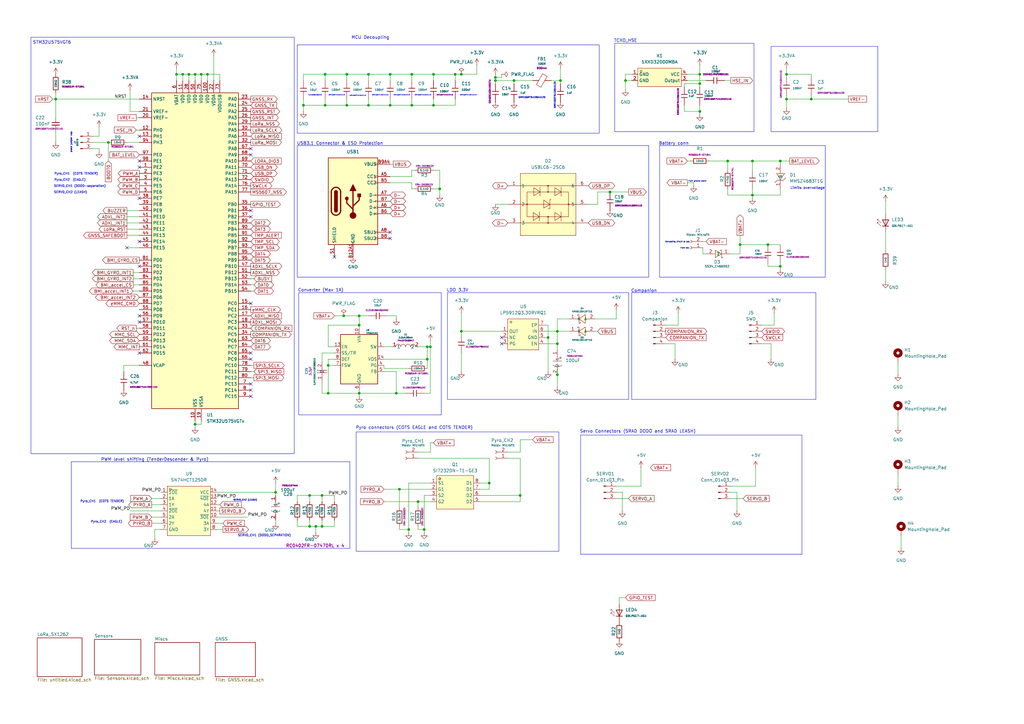
<source format=kicad_sch>
(kicad_sch (version 20250114) (generator "eeschema") (generator_version "9.0")
  (paper "A3")
  (lib_symbols
    (symbol "0402,100nF_1" (pin_numbers (hide yes)) (pin_names (offset 0))
      (property "Reference" "C" (at 2.032 1.668 0))
      (property "Value" "100nF" (at 2.032 -0.3782 0))
      (property "Voltage Rated" "16V" (at 2.032 -2.0462 0))
      (symbol "0402,100nF_1_1_1"
        (pin passive line (at 0 3.81 270) (length 3.175) (name "~") (number "1"))
        (pin passive line (at 0 -3.81 90) (length 3.175) (name "~") (number "2"))
      )
    )
    (symbol "0402,100nF_2" (pin_numbers (hide yes)) (pin_names (offset 0))
      (property "Reference" "C" (at 2.032 1.668 0))
      (property "Value" "100nF" (at 2.032 -0.3782 0))
      (property "Voltage Rated" "16V" (at 2.032 -2.0462 0))
      (symbol "0402,100nF_2_1_1"
        (pin passive line (at 0 3.81 270) (length 3.175) (name "~") (number "1"))
        (pin passive line (at 0 -3.81 90) (length 3.175) (name "~") (number "2"))
      )
    )
    (symbol "0402,10kΩ_1" (pin_numbers (hide yes)) (pin_names (offset 0))
      (property "Reference" "R" (at 1.778 0 0))
      (property "Value" "10kΩ" (at 0 0 90))
      (symbol "0402,10kΩ_1_1_1"
        (pin passive line (at 0 3.81 270) (length 1.27) (name "~") (number "1"))
        (pin passive line (at 0 -3.81 90) (length 1.27) (name "~") (number "2"))
      )
    )
    (symbol "0402,10kΩ_2" (pin_numbers (hide yes)) (pin_names (offset 0))
      (property "Reference" "R" (at 1.778 0 0))
      (property "Value" "10kΩ" (at 0 0 90))
      (symbol "0402,10kΩ_2_1_1"
        (pin passive line (at 0 3.81 270) (length 1.27) (name "~") (number "1"))
        (pin passive line (at 0 -3.81 90) (length 1.27) (name "~") (number "2"))
      )
    )
    (symbol "0402,1uF_1" (pin_numbers (hide yes)) (pin_names (offset 0))
      (property "Reference" "C" (at 2.032 1.668 0))
      (property "Value" "1uF" (at 2.032 -0.3782 0))
      (property "Voltage Rated" "25V" (at 2.032 -2.0462 0))
      (symbol "0402,1uF_1_1_1"
        (pin passive line (at 0 3.81 270) (length 3.175) (name "~") (number "1"))
        (pin passive line (at 0 -3.81 90) (length 3.175) (name "~") (number "2"))
      )
    )
    (symbol "0402,1uF_2" (pin_numbers (hide yes)) (pin_names (offset 0))
      (property "Reference" "C" (at 2.032 1.668 0))
      (property "Value" "1uF" (at 2.032 -0.3782 0))
      (property "Voltage Rated" "25V" (at 2.032 -2.0462 0))
      (symbol "0402,1uF_2_1_1"
        (pin passive line (at 0 3.81 270) (length 3.175) (name "~") (number "1"))
        (pin passive line (at 0 -3.81 90) (length 3.175) (name "~") (number "2"))
      )
    )
    (symbol "Connector:Conn_01x02_Socket" (pin_names (offset 1.016) (hide yes))
      (property "Reference" "J" (at 0 2.54 0))
      (property "Value" "Conn_01x02_Socket" (at 0 -5.08 0))
      (symbol "Conn_01x02_Socket_1_1"
        (pin passive line (at -5.08 0 0) (length 3.81) (name "Pin_1") (number "1"))
        (pin passive line (at -5.08 -2.54 0) (length 3.81) (name "Pin_2") (number "2"))
      )
    )
    (symbol "Connector:Conn_01x03_Pin" (pin_names (offset 1.016) (hide yes))
      (property "Reference" "J" (at 0 5.08 0))
      (property "Value" "Conn_01x03_Pin" (at 0 -5.08 0))
      (symbol "Conn_01x03_Pin_1_1"
        (pin passive line (at 5.08 2.54 180) (length 3.81) (name "Pin_1") (number "1"))
        (pin passive line (at 5.08 0 180) (length 3.81) (name "Pin_2") (number "2"))
        (pin passive line (at 5.08 -2.54 180) (length 3.81) (name "Pin_3") (number "3"))
      )
    )
    (symbol "Connector:Conn_01x04_Pin" (pin_names (offset 1.016) (hide yes))
      (property "Reference" "J" (at 0 5.08 0))
      (property "Value" "Conn_01x04_Pin" (at 0 -7.62 0))
      (symbol "Conn_01x04_Pin_1_1"
        (pin passive line (at 5.08 2.54 180) (length 3.81) (name "Pin_1") (number "1"))
        (pin passive line (at 5.08 0 180) (length 3.81) (name "Pin_2") (number "2"))
        (pin passive line (at 5.08 -2.54 180) (length 3.81) (name "Pin_3") (number "3"))
        (pin passive line (at 5.08 -5.08 180) (length 3.81) (name "Pin_4") (number "4"))
      )
    )
    (symbol "Device:C_Small" (pin_numbers (hide yes)) (pin_names (offset 0.254) (hide yes))
      (property "Reference" "C" (at 0.254 1.778 0))
      (property "Value" "C_Small" (at 0.254 -2.032 0))
      (symbol "C_Small_1_1"
        (pin passive line (at 0 2.54 270) (length 2.032) (name "~") (number "1"))
        (pin passive line (at 0 -2.54 90) (length 2.032) (name "~") (number "2"))
      )
    )
    (symbol "EasyEDA:1XXD32000MBA"
      (property "Reference" "X" (at 0 6.35 0))
      (property "Value" "1XXD32000MBA" (at 0 -6.35 0))
      (symbol "1XXD32000MBA_0_1"
        (pin unspecified line (at -11.43 1.27 0) (length 2.54) (name "GND") (number "1"))
        (pin unspecified line (at -11.43 -1.27 0) (length 2.54) (name "GND") (number "2"))
        (pin unspecified line (at 11.43 1.27 180) (length 2.54) (name "VCC") (number "4"))
        (pin unspecified line (at 11.43 -1.27 180) (length 2.54) (name "Output") (number "3"))
      )
    )
    (symbol "EasyEDA:GJM1555C1H3R3BB01D"
      (property "Reference" "C27" (at 0 6.35 0))
      (property "Value" "GJM1555C1H3R3BB01D" (at 0 3.81 0))
      (property "val" "3.3pF" (at 0 -3.302 0))
      (symbol "GJM1555C1H3R3BB01D_0_1"
        (pin input line (at -3.81 0 0) (length 2.54) (name "1") (number "1"))
        (pin input line (at 3.81 0 180) (length 2.54) (name "2") (number "2"))
      )
    )
    (symbol "EasyEDA:LP5912Q3.3DRVRQ1"
      (property "Reference" "U" (at 0 8.89 0))
      (property "Value" "LP5912Q3.3DRVRQ1" (at 0 -8.89 0))
      (symbol "LP5912Q3.3DRVRQ1_0_1"
        (pin unspecified line (at -8.89 1.27 0) (length 2.54) (name "OUT") (number "1"))
        (pin unspecified line (at -8.89 -1.27 0) (length 2.54) (name "NC") (number "2"))
        (pin unspecified line (at -8.89 -3.81 0) (length 2.54) (name "PG") (number "3"))
        (pin unspecified line (at 8.89 3.81 180) (length 2.54) (name "EP") (number "7"))
        (pin unspecified line (at 8.89 1.27 180) (length 2.54) (name "IN") (number "6"))
        (pin unspecified line (at 8.89 -1.27 180) (length 2.54) (name "GND") (number "5"))
        (pin unspecified line (at 8.89 -3.81 180) (length 2.54) (name "EN") (number "4"))
      )
    )
    (symbol "EasyEDA:MMSZ4683T1G"
      (property "Reference" "D" (at 0 10.16 0))
      (property "Value" "MMSZ4683T1G" (at 0 -10.16 0))
      (symbol "MMSZ4683T1G_0_1"
        (pin unspecified line (at 0 5.08 270) (length 3.81) (name "C") (number "1"))
        (pin unspecified line (at 0 -5.08 90) (length 3.81) (name "A") (number "2"))
      )
    )
    (symbol "EasyEDA:NRVB120VLSFT1G"
      (property "Reference" "U" (at 0 5.08 0))
      (property "Value" "NRVB120VLSFT1G" (at 0 -5.08 0))
      (symbol "NRVB120VLSFT1G_0_1"
        (pin unspecified line (at -5.08 0 0) (length 2.54) (name "K") (number "1"))
        (pin unspecified line (at 5.08 0 180) (length 2.54) (name "A") (number "2"))
      )
    )
    (symbol "EasyEDA:SI7232DN-T1-GE3"
      (property "Reference" "Q" (at 0 8.89 0))
      (property "Value" "SI7232DN-T1-GE3" (at 0 -8.89 0))
      (symbol "SI7232DN-T1-GE3_0_1"
        (pin unspecified line (at -10.16 3.81 0) (length 2.54) (name "S1") (number "1"))
        (pin unspecified line (at -10.16 1.27 0) (length 2.54) (name "G1") (number "2"))
        (pin unspecified line (at -10.16 -1.27 0) (length 2.54) (name "S2") (number "3"))
        (pin unspecified line (at -10.16 -3.81 0) (length 2.54) (name "G2") (number "4"))
        (pin unspecified line (at 10.16 3.81 180) (length 2.54) (name "D1") (number "8"))
        (pin unspecified line (at 10.16 1.27 180) (length 2.54) (name "D1") (number "7"))
        (pin unspecified line (at 10.16 -1.27 180) (length 2.54) (name "D2") (number "6"))
        (pin unspecified line (at 10.16 -3.81 180) (length 2.54) (name "D2") (number "5"))
      )
    )
    (symbol "EasyEDA:SN74HCT125DR"
      (property "Reference" "U" (at 0 12.7 0))
      (property "Value" "SN74HCT125DR" (at 0 -12.7 0))
      (symbol "SN74HCT125DR_0_1"
        (pin unspecified line (at -11.43 7.62 0) (length 2.54) (name "~{1OE}") (number "1"))
        (pin unspecified line (at -11.43 5.08 0) (length 2.54) (name "1A") (number "2"))
        (pin unspecified line (at -11.43 2.54 0) (length 2.54) (name "1Y") (number "3"))
        (pin unspecified line (at -11.43 0 0) (length 2.54) (name "~{2OE}") (number "4"))
        (pin unspecified line (at -11.43 -2.54 0) (length 2.54) (name "2A") (number "5"))
        (pin unspecified line (at -11.43 -5.08 0) (length 2.54) (name "2Y") (number "6"))
        (pin unspecified line (at -11.43 -7.62 0) (length 2.54) (name "GND") (number "7"))
        (pin unspecified line (at 11.43 7.62 180) (length 2.54) (name "VCC") (number "14"))
        (pin unspecified line (at 11.43 5.08 180) (length 2.54) (name "~{4OE}") (number "13"))
        (pin unspecified line (at 11.43 2.54 180) (length 2.54) (name "4A") (number "12"))
        (pin unspecified line (at 11.43 0 180) (length 2.54) (name "4Y") (number "11"))
        (pin unspecified line (at 11.43 -2.54 180) (length 2.54) (name "~{3OE}") (number "10"))
        (pin unspecified line (at 11.43 -5.08 180) (length 2.54) (name "3A") (number "9"))
        (pin unspecified line (at 11.43 -7.62 180) (length 2.54) (name "3Y") (number "8"))
      )
    )
    (symbol "EasyEDA:SS34_C466502"
      (property "Reference" "D" (at 0 5.08 0))
      (property "Value" "SS34_C466502" (at 0 -5.08 0))
      (symbol "SS34_C466502_0_1"
        (pin unspecified line (at -5.08 0 0) (length 3.81) (name "1") (number "1"))
        (pin unspecified line (at 5.08 0 180) (length 3.81) (name "2") (number "2"))
      )
    )
    (symbol "EasyEDA:T520A107M006ATE070"
      (property "Reference" "C" (at 0 5.08 0))
      (property "Value" "T520A107M006ATE070" (at 0 -5.08 0))
      (symbol "T520A107M006ATE070_0_1"
        (pin input line (at -5.08 0 0) (length 2.54) (name "1") (number "1"))
        (pin input line (at 5.08 0 180) (length 2.54) (name "2") (number "2"))
      )
    )
    (symbol "EasyEDA:USBLC6-2SC6"
      (property "Reference" "D" (at 0 12.7 0))
      (property "Value" "USBLC6-2SC6" (at 0 -12.7 0))
      (symbol "USBLC6-2SC6_0_1"
        (pin input line (at -16.51 7.62 0) (length 5.08) (name "1") (number "1"))
        (pin input line (at -16.51 0 0) (length 5.08) (name "2") (number "2"))
        (pin input line (at -16.51 -7.62 0) (length 5.08) (name "3") (number "3"))
        (pin input line (at 16.51 7.62 180) (length 5.08) (name "6") (number "6"))
        (pin input line (at 16.51 0 180) (length 5.08) (name "5") (number "5"))
        (pin input line (at 16.51 -7.62 180) (length 5.08) (name "4") (number "4"))
      )
    )
    (symbol "EasyEDA:XFL4020-472MEC"
      (property "Reference" "U" (at 0 5.08 0))
      (property "Value" "XFL4020-472MEC" (at 0 -5.08 0))
      (symbol "XFL4020-472MEC_0_1"
        (pin unspecified line (at -5.08 0 0) (length 1.016) (name "1") (number "1"))
        (pin unspecified line (at 5.08 0 180) (length 1.016) (name "2") (number "2"))
      )
    )
    (symbol "MCU_ST_STM32U5:STM32U575VGTx"
      (property "Reference" "U" (at -17.78 67.31 0))
      (property "Value" "STM32U575VGTx" (at 12.7 67.31 0))
      (symbol "STM32U575VGTx_1_1"
        (pin input line (at -22.86 63.5 0) (length 5.08) (name "NRST") (number "14"))
        (pin input line (at -22.86 58.42 0) (length 5.08) (name "VREF+") (number "21"))
        (pin input line (at -22.86 55.88 0) (length 5.08) (name "VREF-") (number "20"))
        (pin bidirectional line (at -22.86 50.8 0) (length 5.08) (name "PH0") (number "12"))
        (pin bidirectional line (at -22.86 48.26 0) (length 5.08) (name "PH1") (number "13"))
        (pin bidirectional line (at -22.86 45.72 0) (length 5.08) (name "PH3") (number "94"))
        (pin bidirectional line (at -22.86 40.64 0) (length 5.08) (name "PE0") (number "97"))
        (pin bidirectional line (at -22.86 38.1 0) (length 5.08) (name "PE1") (number "98"))
        (pin bidirectional line (at -22.86 35.56 0) (length 5.08) (name "PE2") (number "1"))
        (pin bidirectional line (at -22.86 33.02 0) (length 5.08) (name "PE3") (number "2"))
        (pin bidirectional line (at -22.86 30.48 0) (length 5.08) (name "PE4") (number "3"))
        (pin bidirectional line (at -22.86 27.94 0) (length 5.08) (name "PE5") (number "4"))
        (pin bidirectional line (at -22.86 25.4 0) (length 5.08) (name "PE6") (number "5"))
        (pin bidirectional line (at -22.86 22.86 0) (length 5.08) (name "PE7") (number "38"))
        (pin bidirectional line (at -22.86 20.32 0) (length 5.08) (name "PE8") (number "39"))
        (pin bidirectional line (at -22.86 17.78 0) (length 5.08) (name "PE9") (number "40"))
        (pin bidirectional line (at -22.86 15.24 0) (length 5.08) (name "PE10") (number "41"))
        (pin bidirectional line (at -22.86 12.7 0) (length 5.08) (name "PE11") (number "42"))
        (pin bidirectional line (at -22.86 10.16 0) (length 5.08) (name "PE12") (number "43"))
        (pin bidirectional line (at -22.86 7.62 0) (length 5.08) (name "PE13") (number "44"))
        (pin bidirectional line (at -22.86 5.08 0) (length 5.08) (name "PE14") (number "45"))
        (pin bidirectional line (at -22.86 2.54 0) (length 5.08) (name "PE15") (number "46"))
        (pin bidirectional line (at -22.86 -2.54 0) (length 5.08) (name "PD0") (number "81"))
        (pin bidirectional line (at -22.86 -5.08 0) (length 5.08) (name "PD1") (number "82"))
        (pin bidirectional line (at -22.86 -7.62 0) (length 5.08) (name "PD2") (number "83"))
        (pin bidirectional line (at -22.86 -10.16 0) (length 5.08) (name "PD3") (number "84"))
        (pin bidirectional line (at -22.86 -12.7 0) (length 5.08) (name "PD4") (number "85"))
        (pin bidirectional line (at -22.86 -15.24 0) (length 5.08) (name "PD5") (number "86"))
        (pin bidirectional line (at -22.86 -17.78 0) (length 5.08) (name "PD6") (number "87"))
        (pin bidirectional line (at -22.86 -20.32 0) (length 5.08) (name "PD7") (number "88"))
        (pin bidirectional line (at -22.86 -22.86 0) (length 5.08) (name "PD8") (number "55"))
        (pin bidirectional line (at -22.86 -25.4 0) (length 5.08) (name "PD9") (number "56"))
        (pin bidirectional line (at -22.86 -27.94 0) (length 5.08) (name "PD10") (number "57"))
        (pin bidirectional line (at -22.86 -30.48 0) (length 5.08) (name "PD11") (number "58"))
        (pin bidirectional line (at -22.86 -33.02 0) (length 5.08) (name "PD12") (number "59"))
        (pin bidirectional line (at -22.86 -35.56 0) (length 5.08) (name "PD13") (number "60"))
        (pin bidirectional line (at -22.86 -38.1 0) (length 5.08) (name "PD14") (number "61"))
        (pin bidirectional line (at -22.86 -40.64 0) (length 5.08) (name "PD15") (number "62"))
        (pin power_out line (at -22.86 -45.72 0) (length 5.08) (name "VCAP") (number "48"))
        (pin power_in line (at -7.62 71.12 270) (length 5.08) (name "VBAT") (number "6"))
        (pin power_in line (at -5.08 71.12 270) (length 5.08) (name "VDD") (number "11"))
        (pin power_in line (at -2.54 71.12 270) (length 5.08) (name "VDD") (number "28"))
        (pin power_in line (at 0 71.12 270) (length 5.08) (name "VDD") (number "50"))
        (pin power_in line (at 0 -68.58 90) (length 5.08) (name "VSS") (number "10"))
        (pin passive line (at 0 -68.58 90) (length 5.08) (hide yes) (name "VSS") (number "27"))
        (pin passive line (at 0 -68.58 90) (length 5.08) (hide yes) (name "VSS") (number "49"))
        (pin passive line (at 0 -68.58 90) (length 5.08) (hide yes) (name "VSS") (number "74"))
        (pin passive line (at 0 -68.58 90) (length 5.08) (hide yes) (name "VSS") (number "99"))
        (pin power_in line (at 2.54 71.12 270) (length 5.08) (name "VDD") (number "75"))
        (pin power_in line (at 2.54 -68.58 90) (length 5.08) (name "VSSA") (number "19"))
        (pin power_in line (at 5.08 71.12 270) (length 5.08) (name "VDD") (number "100"))
        (pin power_in line (at 7.62 71.12 270) (length 5.08) (name "VDDA") (number "22"))
        (pin power_in line (at 10.16 71.12 270) (length 5.08) (name "VDDUSB") (number "73"))
        (pin bidirectional line (at 22.86 63.5 180) (length 5.08) (name "PA0") (number "23"))
        (pin bidirectional line (at 22.86 60.96 180) (length 5.08) (name "PA1") (number "24"))
        (pin bidirectional line (at 22.86 58.42 180) (length 5.08) (name "PA2") (number "25"))
        (pin bidirectional line (at 22.86 55.88 180) (length 5.08) (name "PA3") (number "26"))
        (pin bidirectional line (at 22.86 53.34 180) (length 5.08) (name "PA4") (number "29"))
        (pin bidirectional line (at 22.86 50.8 180) (length 5.08) (name "PA5") (number "30"))
        (pin bidirectional line (at 22.86 48.26 180) (length 5.08) (name "PA6") (number "31"))
        (pin bidirectional line (at 22.86 45.72 180) (length 5.08) (name "PA7") (number "32"))
        (pin bidirectional line (at 22.86 43.18 180) (length 5.08) (name "PA8") (number "67"))
        (pin bidirectional line (at 22.86 40.64 180) (length 5.08) (name "PA9") (number "68"))
        (pin bidirectional line (at 22.86 38.1 180) (length 5.08) (name "PA10") (number "69"))
        (pin bidirectional line (at 22.86 35.56 180) (length 5.08) (name "PA11") (number "70"))
        (pin bidirectional line (at 22.86 33.02 180) (length 5.08) (name "PA12") (number "71"))
        (pin bidirectional line (at 22.86 30.48 180) (length 5.08) (name "PA13") (number "72"))
        (pin bidirectional line (at 22.86 27.94 180) (length 5.08) (name "PA14") (number "76"))
        (pin bidirectional line (at 22.86 25.4 180) (length 5.08) (name "PA15") (number "77"))
        (pin bidirectional line (at 22.86 20.32 180) (length 5.08) (name "PB0") (number "35"))
        (pin bidirectional line (at 22.86 17.78 180) (length 5.08) (name "PB1") (number "36"))
        (pin bidirectional line (at 22.86 15.24 180) (length 5.08) (name "PB2") (number "37"))
        (pin bidirectional line (at 22.86 12.7 180) (length 5.08) (name "PB3") (number "89"))
        (pin bidirectional line (at 22.86 10.16 180) (length 5.08) (name "PB4") (number "90"))
        (pin bidirectional line (at 22.86 7.62 180) (length 5.08) (name "PB5") (number "91"))
        (pin bidirectional line (at 22.86 5.08 180) (length 5.08) (name "PB6") (number "92"))
        (pin bidirectional line (at 22.86 2.54 180) (length 5.08) (name "PB7") (number "93"))
        (pin bidirectional line (at 22.86 0 180) (length 5.08) (name "PB8") (number "95"))
        (pin bidirectional line (at 22.86 -2.54 180) (length 5.08) (name "PB9") (number "96"))
        (pin bidirectional line (at 22.86 -5.08 180) (length 5.08) (name "PB10") (number "47"))
        (pin bidirectional line (at 22.86 -7.62 180) (length 5.08) (name "PB12") (number "51"))
        (pin bidirectional line (at 22.86 -10.16 180) (length 5.08) (name "PB13") (number "52"))
        (pin bidirectional line (at 22.86 -12.7 180) (length 5.08) (name "PB14") (number "53"))
        (pin bidirectional line (at 22.86 -15.24 180) (length 5.08) (name "PB15") (number "54"))
        (pin bidirectional line (at 22.86 -20.32 180) (length 5.08) (name "PC0") (number "15"))
        (pin bidirectional line (at 22.86 -22.86 180) (length 5.08) (name "PC1") (number "16"))
        (pin bidirectional line (at 22.86 -25.4 180) (length 5.08) (name "PC2") (number "17"))
        (pin bidirectional line (at 22.86 -27.94 180) (length 5.08) (name "PC3") (number "18"))
        (pin bidirectional line (at 22.86 -30.48 180) (length 5.08) (name "PC4") (number "33"))
        (pin bidirectional line (at 22.86 -33.02 180) (length 5.08) (name "PC5") (number "34"))
        (pin bidirectional line (at 22.86 -35.56 180) (length 5.08) (name "PC6") (number "63"))
        (pin bidirectional line (at 22.86 -38.1 180) (length 5.08) (name "PC7") (number "64"))
        (pin bidirectional line (at 22.86 -40.64 180) (length 5.08) (name "PC8") (number "65"))
        (pin bidirectional line (at 22.86 -43.18 180) (length 5.08) (name "PC9") (number "66"))
        (pin bidirectional line (at 22.86 -45.72 180) (length 5.08) (name "PC10") (number "78"))
        (pin bidirectional line (at 22.86 -48.26 180) (length 5.08) (name "PC11") (number "79"))
        (pin bidirectional line (at 22.86 -50.8 180) (length 5.08) (name "PC12") (number "80"))
        (pin bidirectional line (at 22.86 -53.34 180) (length 5.08) (name "PC13") (number "7"))
        (pin bidirectional line (at 22.86 -55.88 180) (length 5.08) (name "PC14") (number "8"))
        (pin bidirectional line (at 22.86 -58.42 180) (length 5.08) (name "PC15") (number "9"))
      )
    )
    (symbol "Mechanical:MountingHole_Pad" (pin_numbers (hide yes)) (pin_names (offset 1.016) (hide yes)) (exclude_from_sim yes) (in_bom no)
      (property "Reference" "H" (at 0 6.35 0))
      (property "Value" "MountingHole_Pad" (at 0 4.445 0))
      (symbol "MountingHole_Pad_1_1"
        (pin input line (at 0 -2.54 90) (length 2.54) (name "1") (number "1"))
      )
    )
    (symbol "PCM_JLCPCB-Capacitors:0402,100nF" (pin_numbers (hide yes)) (pin_names (offset 0))
      (property "Reference" "C" (at 2.032 1.668 0))
      (property "Value" "100nF" (at 2.032 -0.3782 0))
      (property "Voltage Rated" "16V" (at 2.032 -2.0462 0))
      (symbol "0402,100nF_1_1"
        (pin passive line (at 0 3.81 270) (length 3.175) (name "~") (number "1"))
        (pin passive line (at 0 -3.81 90) (length 3.175) (name "~") (number "2"))
      )
    )
    (symbol "PCM_JLCPCB-Capacitors:0402,100pF" (pin_numbers (hide yes)) (pin_names (offset 0))
      (property "Reference" "C" (at 2.032 1.668 0))
      (property "Value" "100pF" (at 2.032 -0.3782 0))
      (property "Voltage Rated" "50V" (at 2.032 -2.0462 0))
      (symbol "0402,100pF_1_1"
        (pin passive line (at 0 3.81 270) (length 3.175) (name "~") (number "1"))
        (pin passive line (at 0 -3.81 90) (length 3.175) (name "~") (number "2"))
      )
    )
    (symbol "PCM_JLCPCB-Capacitors:0402,10nF" (pin_numbers (hide yes)) (pin_names (offset 0))
      (property "Reference" "C" (at 2.032 1.668 0))
      (property "Value" "10nF" (at 2.032 -0.3782 0))
      (property "Voltage Rated" "50V" (at 2.032 -2.0462 0))
      (symbol "0402,10nF_1_1"
        (pin passive line (at 0 3.81 270) (length 3.175) (name "~") (number "1"))
        (pin passive line (at 0 -3.81 90) (length 3.175) (name "~") (number "2"))
      )
    )
    (symbol "PCM_JLCPCB-Capacitors:0402,10uF" (pin_numbers (hide yes)) (pin_names (offset 0))
      (property "Reference" "C" (at 2.032 1.668 0))
      (property "Value" "10uF" (at 2.032 -0.3782 0))
      (property "Voltage Rated" "6.3V" (at 2.032 -2.0462 0))
      (symbol "0402,10uF_1_1"
        (pin passive line (at 0 3.81 270) (length 3.175) (name "~") (number "1"))
        (pin passive line (at 0 -3.81 90) (length 3.175) (name "~") (number "2"))
      )
    )
    (symbol "PCM_JLCPCB-Capacitors:0402,1uF" (pin_numbers (hide yes)) (pin_names (offset 0))
      (property "Reference" "C" (at 2.032 1.668 0))
      (property "Value" "1uF" (at 2.032 -0.3782 0))
      (property "Voltage Rated" "25V" (at 2.032 -2.0462 0))
      (symbol "0402,1uF_1_1"
        (pin passive line (at 0 3.81 270) (length 3.175) (name "~") (number "1"))
        (pin passive line (at 0 -3.81 90) (length 3.175) (name "~") (number "2"))
      )
    )
    (symbol "PCM_JLCPCB-Capacitors:0402,2.2uF" (pin_numbers (hide yes)) (pin_names (offset 0))
      (property "Reference" "C" (at 2.032 1.668 0))
      (property "Value" "2.2uF" (at 2.032 -0.3782 0))
      (property "Voltage Rated" "6.3V" (at 2.032 -2.0462 0))
      (symbol "0402,2.2uF_1_1"
        (pin passive line (at 0 3.81 270) (length 3.175) (name "~") (number "1"))
        (pin passive line (at 0 -3.81 90) (length 3.175) (name "~") (number "2"))
      )
    )
    (symbol "PCM_JLCPCB-Capacitors:0402,4.7uF" (pin_numbers (hide yes)) (pin_names (offset 0))
      (property "Reference" "C" (at 2.032 1.668 0))
      (property "Value" "4.7uF" (at 2.032 -0.3782 0))
      (property "Voltage Rated" "10V" (at 2.032 -2.0462 0))
      (symbol "0402,4.7uF_1_1"
        (pin passive line (at 0 3.81 270) (length 3.175) (name "~") (number "1"))
        (pin passive line (at 0 -3.81 90) (length 3.175) (name "~") (number "2"))
      )
    )
    (symbol "PCM_JLCPCB-Capacitors:0603,10uF,(2)" (pin_numbers (hide yes)) (pin_names (offset 0))
      (property "Reference" "C" (at 2.032 1.668 0))
      (property "Value" "10uF" (at 2.032 -0.3782 0))
      (property "Voltage Rated" "25V" (at 2.032 -2.0462 0))
      (symbol "0603,10uF,(2)_1_1"
        (pin passive line (at 0 3.81 270) (length 3.175) (name "~") (number "1"))
        (pin passive line (at 0 -3.81 90) (length 3.175) (name "~") (number "2"))
      )
    )
    (symbol "PCM_JLCPCB-Capacitors:0603,22uF" (pin_numbers (hide yes)) (pin_names (offset 0))
      (property "Reference" "C" (at 2.032 1.668 0))
      (property "Value" "22uF" (at 2.032 -0.3782 0))
      (property "Voltage Rated" "6.3V" (at 2.032 -2.0462 0))
      (symbol "0603,22uF_1_1"
        (pin passive line (at 0 3.81 270) (length 3.175) (name "~") (number "1"))
        (pin passive line (at 0 -3.81 90) (length 3.175) (name "~") (number "2"))
      )
    )
    (symbol "PCM_JLCPCB-Capacitors:1206,100nF" (pin_numbers (hide yes)) (pin_names (offset 0))
      (property "Reference" "C" (at 2.032 1.668 0))
      (property "Value" "100nF" (at 2.032 -0.3782 0))
      (property "Voltage Rated" "50V" (at 2.032 -2.0462 0))
      (symbol "1206,100nF_1_1"
        (pin passive line (at 0 3.81 270) (length 3.175) (name "~") (number "1"))
        (pin passive line (at 0 -3.81 90) (length 3.175) (name "~") (number "2"))
      )
    )
    (symbol "PCM_JLCPCB-Capacitors:1206,10uF" (pin_numbers (hide yes)) (pin_names (offset 0))
      (property "Reference" "C" (at 2.032 1.668 0))
      (property "Value" "10uF" (at 2.032 -0.3782 0))
      (property "Voltage Rated" "50V" (at 2.032 -2.0462 0))
      (symbol "1206,10uF_1_1"
        (pin passive line (at 0 3.81 270) (length 3.175) (name "~") (number "1"))
        (pin passive line (at 0 -3.81 90) (length 3.175) (name "~") (number "2"))
      )
    )
    (symbol "PCM_JLCPCB-Diodes:LED,0603,Red" (pin_numbers (hide yes)) (pin_names (offset 0))
      (property "Reference" "D" (at 2.032 0.834 0))
      (property "Value" "Red" (at 2.032 -1.2122 0))
      (symbol "LED,0603,Red_1_1"
        (pin passive line (at 0 3.81 270) (length 3.81) (name "~") (number "2"))
        (pin passive line (at 0 -3.81 90) (length 3.81) (name "~") (number "1"))
      )
    )
    (symbol "PCM_JLCPCB-Extended:Connector, USB-TYPE-C-16P"
      (property "Reference" "J" (at 2.54 2.54 0))
      (symbol "Connector, USB-TYPE-C-16P_1_1"
        (pin passive line (at -7.62 -22.86 90) (length 5.08) (name "SHIELD") (number "S1"))
        (pin passive line (at 0 -22.86 90) (length 5.08) (hide yes) (name "GND") (number "A12B1"))
        (pin passive line (at 0 -22.86 90) (length 5.08) (name "GND") (number "B12A1"))
        (pin passive line (at 15.24 15.24 180) (length 5.08) (hide yes) (name "VBUS") (number "A9B4"))
        (pin passive line (at 15.24 15.24 180) (length 5.08) (name "VBUS") (number "B9A4"))
        (pin bidirectional line (at 15.24 10.16 180) (length 5.08) (name "CC1") (number "A5"))
        (pin bidirectional line (at 15.24 7.62 180) (length 5.08) (name "CC2") (number "B5"))
        (pin bidirectional line (at 15.24 2.54 180) (length 5.08) (name "D-") (number "A7"))
        (pin bidirectional line (at 15.24 0 180) (length 5.08) (name "D-") (number "B7"))
        (pin bidirectional line (at 15.24 -2.54 180) (length 5.08) (name "D+") (number "A6"))
        (pin bidirectional line (at 15.24 -5.08 180) (length 5.08) (name "D+") (number "B6"))
        (pin bidirectional line (at 15.24 -12.7 180) (length 5.08) (name "SBU1") (number "A8"))
        (pin bidirectional line (at 15.24 -15.24 180) (length 5.08) (name "SBU2") (number "B8"))
      )
    )
    (symbol "PCM_JLCPCB-Inductors:Ferrite,0805" (pin_numbers (hide yes)) (pin_names (offset 0))
      (property "Reference" "FB" (at 3.4036 1.2508 0))
      (property "Current Rating" "800mA" (at 3.4036 -1.5274 0))
      (symbol "Ferrite,0805_1_1"
        (pin passive line (at 0 3.81 270) (length 2.54) (name "~") (number "1"))
        (pin passive line (at 0 -3.81 90) (length 2.54) (name "~") (number "2"))
      )
    )
    (symbol "PCM_JLCPCB-Resistors:0402,100kΩ" (pin_numbers (hide yes)) (pin_names (offset 0))
      (property "Reference" "R" (at 1.778 0 0))
      (property "Value" "100kΩ" (at 0 0 90))
      (symbol "0402,100kΩ_1_1"
        (pin passive line (at 0 3.81 270) (length 1.27) (name "~") (number "1"))
        (pin passive line (at 0 -3.81 90) (length 1.27) (name "~") (number "2"))
      )
    )
    (symbol "PCM_JLCPCB-Resistors:0402,10kΩ" (pin_numbers (hide yes)) (pin_names (offset 0))
      (property "Reference" "R" (at 1.778 0 0))
      (property "Value" "10kΩ" (at 0 0 90))
      (symbol "0402,10kΩ_1_1"
        (pin passive line (at 0 3.81 270) (length 1.27) (name "~") (number "1"))
        (pin passive line (at 0 -3.81 90) (length 1.27) (name "~") (number "2"))
      )
    )
    (symbol "PCM_JLCPCB-Resistors:0402,1kΩ" (pin_numbers (hide yes)) (pin_names (offset 0))
      (property "Reference" "R" (at 1.778 0 0))
      (property "Value" "1kΩ" (at 0 0 90))
      (symbol "0402,1kΩ_1_1"
        (pin passive line (at 0 3.81 270) (length 1.27) (name "~") (number "1"))
        (pin passive line (at 0 -3.81 90) (length 1.27) (name "~") (number "2"))
      )
    )
    (symbol "PCM_JLCPCB-Resistors:0402,3.3kΩ" (pin_numbers (hide yes)) (pin_names (offset 0))
      (property "Reference" "R" (at 1.778 0 0))
      (property "Value" "3.3kΩ" (at 0 0 90))
      (symbol "0402,3.3kΩ_1_1"
        (pin passive line (at 0 3.81 270) (length 1.27) (name "~") (number "1"))
        (pin passive line (at 0 -3.81 90) (length 1.27) (name "~") (number "2"))
      )
    )
    (symbol "PCM_JLCPCB-Resistors:0402,470Ω" (pin_numbers (hide yes)) (pin_names (offset 0))
      (property "Reference" "R" (at 1.778 0 0))
      (property "Value" "470Ω" (at 0 0 90))
      (symbol "0402,470Ω_1_1"
        (pin passive line (at 0 3.81 270) (length 1.27) (name "~") (number "1"))
        (pin passive line (at 0 -3.81 90) (length 1.27) (name "~") (number "2"))
      )
    )
    (symbol "PCM_JLCPCB-Resistors:0402,47kΩ" (pin_numbers (hide yes)) (pin_names (offset 0))
      (property "Reference" "R" (at 1.778 0 0))
      (property "Value" "47kΩ" (at 0 0 90))
      (symbol "0402,47kΩ_1_1"
        (pin passive line (at 0 3.81 270) (length 1.27) (name "~") (number "1"))
        (pin passive line (at 0 -3.81 90) (length 1.27) (name "~") (number "2"))
      )
    )
    (symbol "PCM_JLCPCB-Resistors:0402,5.1kΩ" (pin_numbers (hide yes)) (pin_names (offset 0))
      (property "Reference" "R" (at 1.778 0 0))
      (property "Value" "5.1kΩ" (at 0 0 90))
      (symbol "0402,5.1kΩ_1_1"
        (pin passive line (at 0 3.81 270) (length 1.27) (name "~") (number "1"))
        (pin passive line (at 0 -3.81 90) (length 1.27) (name "~") (number "2"))
      )
    )
    (symbol "Regulator_Switching:TPS62153" (pin_names (offset 0.254))
      (property "Reference" "U" (at 3.81 13.97 0))
      (property "Value" "TPS62153" (at 3.81 11.43 0))
      (symbol "TPS62153_1_1"
        (pin input line (at -10.16 5.08 0) (length 2.54) (name "EN") (number "13"))
        (pin input line (at -10.16 2.54 0) (length 2.54) (name "SS/TR") (number "9"))
        (pin input line (at -10.16 0 0) (length 2.54) (name "DEF") (number "8"))
        (pin input line (at -10.16 -2.54 0) (length 2.54) (name "FSW") (number "7"))
        (pin power_in line (at 0 12.7 270) (length 2.54) (name "VIN") (number "10"))
        (pin passive line (at 0 12.7 270) (length 2.54) (hide yes) (name "VIN") (number "11"))
        (pin passive line (at 0 12.7 270) (length 2.54) (hide yes) (name "VIN") (number "12"))
        (pin passive line (at 0 -12.7 90) (length 2.54) (hide yes) (name "GND") (number "15"))
        (pin passive line (at 0 -12.7 90) (length 2.54) (hide yes) (name "GND") (number "16"))
        (pin passive line (at 0 -12.7 90) (length 2.54) (hide yes) (name "GND") (number "17"))
        (pin power_in line (at 0 -12.7 90) (length 2.54) (name "GND") (number "6"))
        (pin output line (at 10.16 5.08 180) (length 2.54) (name "SW") (number "1"))
        (pin passive line (at 10.16 5.08 180) (length 2.54) (hide yes) (name "SW") (number "2"))
        (pin passive line (at 10.16 5.08 180) (length 2.54) (hide yes) (name "SW") (number "3"))
        (pin input line (at 10.16 0 180) (length 2.54) (name "VOS") (number "14"))
        (pin open_collector line (at 10.16 -2.54 180) (length 2.54) (name "PG") (number "4"))
        (pin input line (at 10.16 -5.08 180) (length 2.54) (name "FB") (number "5"))
      )
    )
    (symbol "power:+3.3V" (power) (pin_numbers (hide yes)) (pin_names (offset 0) (hide yes))
      (property "Value" "+3.3V" (at 0 3.556 0))
      (symbol "+3.3V_1_1"
        (pin power_in line (at 0 0 90) (length 0) (name "~") (number "1"))
      )
    )
    (symbol "power:+3.3VA" (power) (pin_numbers (hide yes)) (pin_names (offset 0) (hide yes))
      (property "Value" "+3.3VA" (at 0 3.556 0))
      (symbol "+3.3VA_1_1"
        (pin power_in line (at 0 0 90) (length 0) (name "~") (number "1"))
      )
    )
    (symbol "power:+5V" (power) (pin_numbers (hide yes)) (pin_names (offset 0) (hide yes))
      (property "Value" "+5V" (at 0 3.556 0))
      (symbol "+5V_1_1"
        (pin power_in line (at 0 0 90) (length 0) (name "~") (number "1"))
      )
    )
    (symbol "power:GND" (power) (pin_numbers (hide yes)) (pin_names (offset 0) (hide yes))
      (property "Value" "GND" (at 0 -3.81 0))
      (symbol "GND_1_1"
        (pin power_in line (at 0 0 270) (length 0) (name "~") (number "1"))
      )
    )
    (symbol "power:PWR_FLAG" (power) (pin_numbers (hide yes)) (pin_names (offset 0) (hide yes))
      (property "Value" "PWR_FLAG" (at 0 3.81 0))
      (symbol "PWR_FLAG_0_0"
        (pin power_out line (at 0 0 90) (length 0) (name "~") (number "1"))
      )
    )
  )
  (rectangle (start 121.92 18.415) (end 245.745 54.61))
  (rectangle (start 146.05 177.165) (end 229.235 226.06))
  (rectangle (start 252.095 17.78) (end 309.245 53.975))
  (rectangle (start 270.51 59.69) (end 338.455 113.665))
  (rectangle (start 316.23 19.05) (end 360.045 53.975))
  (rectangle (start 259.08 120.015) (end 334.645 163.83))
  (rectangle (start 12.7 15.24) (end 120.65 186.055))
  (rectangle (start 29.21 189.357) (end 143.51 224.917))
  (rectangle (start 121.92 59.69) (end 266.065 113.665))
  (rectangle (start 122.555 120.015) (end 180.975 170.18))
  (rectangle (start 238.125 178.435) (end 328.93 227.33))
  (rectangle (start 183.515 120.015) (end 257.81 163.83))
  (text "Pyro connectors (COTS EAGLE and COTS TENDER)\n" (at 169.926 175.514 0) (effects (font (size 1.27 1.27))))
  (text "PWM level shifting (TenderDescender & Pyro)" (at 63.5 188.595 0) (effects (font (size 1.27 1.27))))
  (text "LDO 3.3V" (at 187.706 119.126 0) (effects (font (size 1.27 1.27))))
  (text "SERVO_CH2 (LEASH)" (at 100.584 205.232 0) (effects (font (size 0.635 0.635))))
  (text "Pyro_CH2  (EAGLE)" (at 43.688 214.122 0) (effects (font (size 0.889 0.889))))
  (text "STM32U575VGT6" (at 21.336 17.526 0) (effects (font (size 1.27 1.27))))
  (text "GRM155R71H104KE14D" (at 146.812 39.37 0) (effects (font (size 0.381 0.381))))
  (text "GRM155R71H104KE14D" (at 138.176 39.116 0) (effects (font (size 0.381 0.381))))
  (text "GRM155R71H104KE14D" (at 155.956 39.116 0) (effects (font (size 0.381 0.381))))
  (text "GRM155R71H104KE14D" (at 173.482 39.116 0) (effects (font (size 0.381 0.381))))
  (text "Battery conn" (at 276.352 58.928 0) (effects (font (size 1.27 1.27))))
  (text "Completing circuit at bat." (at 277.876 99.314 0) (effects (font (size 0.508 0.508))))
  (text "Pyro_CH1  (COTS TENDER)" (at 31.242 71.374 0) (effects (font (size 0.889 0.889))))
  (text "CL21B106KOQNNNE" (at 129.286 39.116 0) (effects (font (size 0.381 0.381))))
  (text "Limits overvoltage" (at 331.216 77.216 0) (effects (font (size 1.016 1.016))))
  (text "SERVO_CH1 (DODO_SEPARATION)" (at 108.458 219.71 0) (effects (font (size 0.889 0.889))))
  (text "Pyro_CH2  (EAGLE)" (at 28.702 73.914 0) (effects (font (size 0.889 0.889))))
  (text "GRM155R71H104KE14D" (at 192.024 39.116 0) (effects (font (size 0.381 0.381))))
  (text "Converter (Max 1A)" (at 131.572 119.126 0) (effects (font (size 1.27 1.27))))
  (text "GRM155R70J105KA12D" (at 218.186 40.132 0) (effects (font (size 0.635 0.635))))
  (text "Servo Connectors (SRAD DODO and SRAD LEASH)" (at 261.62 177.038 0) (effects (font (size 1.27 1.27))))
  (text "From ground plane" (at 286.004 74.422 0) (effects (font (size 0.508 0.508))))
  (text "GRM155R70J105KA12D" (at 227.584 39.116 90) (effects (font (size 0.635 0.635))))
  (text "place jumper cap" (at 29.21 58.42 90) (effects (font (size 0.635 0.635))))
  (text "GRM155R71H104KE14D" (at 164.846 39.116 0) (effects (font (size 0.381 0.381))))
  (text "SERVO_CH2 (LEASH)" (at 28.956 78.994 0) (effects (font (size 0.889 0.889))))
  (text "MCU Decoupling" (at 151.892 15.494 0) (effects (font (size 1.27 1.27))))
  (text "Pyro_CH1  (COTS TENDER)" (at 41.91 205.74 0) (effects (font (size 0.889 0.889))))
  (text "SERVO_CH1 (DODO-separation)" (at 32.766 76.454 0) (effects (font (size 0.889 0.889))))
  (text "From bat." (at 280.924 101.854 0) (effects (font (size 0.508 0.508))))
  (text "TCXO_HSE\n" (at 256.54 16.764 0) (effects (font (size 1.27 1.27))))
  (text "USB3.1 Connector & ESD Protection" (at 139.446 58.928 0) (effects (font (size 1.27 1.27))))
  (text "Companion" (at 264.16 119.38 0) (effects (font (size 1.27 1.27))))
  (junction (at 74.93 30.48))
  (junction (at 298.45 66.04))
  (junction (at 77.47 30.48))
  (junction (at 186.69 30.48))
  (junction (at 308.61 66.04))
  (junction (at 140.97 129.54))
  (junction (at 308.61 80.01))
  (junction (at 160.02 30.48))
  (junction (at 82.55 30.48))
  (junction (at 113.03 201.93))
  (junction (at 151.13 30.48))
  (junction (at 200.66 198.12))
  (junction (at 142.24 43.18))
  (junction (at 142.24 30.48))
  (junction (at 314.96 100.33))
  (junction (at 147.32 129.54))
  (junction (at 203.2 31.75))
  (junction (at 224.79 138.43))
  (junction (at 229.87 33.02))
  (junction (at 213.36 203.2))
  (junction (at 22.86 40.64))
  (junction (at 332.74 40.64))
  (junction (at 162.56 161.29))
  (junction (at 127 203.2))
  (junction (at 256.54 33.02))
  (junction (at 134.62 161.29))
  (junction (at 163.83 200.66))
  (junction (at 320.04 66.04))
  (junction (at 287.02 34.29))
  (junction (at 80.01 30.48))
  (junction (at 168.91 30.48))
  (junction (at 72.39 30.48))
  (junction (at 210.82 33.02))
  (junction (at 173.99 217.17))
  (junction (at 160.02 43.18))
  (junction (at 287.02 30.48))
  (junction (at 147.32 161.29))
  (junction (at 133.35 30.48))
  (junction (at 134.62 149.86))
  (junction (at 228.6 135.89))
  (junction (at 44.45 58.42))
  (junction (at 303.53 100.33))
  (junction (at 320.04 109.22))
  (junction (at 80.01 173.99))
  (junction (at 85.09 30.48))
  (junction (at 189.23 30.48))
  (junction (at 189.23 135.89))
  (junction (at 132.08 215.9))
  (junction (at 322.58 30.48))
  (junction (at 127 215.9))
  (junction (at 151.13 43.18))
  (junction (at 133.35 43.18))
  (junction (at 203.2 33.02))
  (junction (at 132.08 203.2))
  (junction (at 177.8 30.48))
  (junction (at 147.32 133.35))
  (junction (at 129.54 215.9))
  (junction (at 287.02 45.72))
  (junction (at 168.91 43.18))
  (junction (at 177.8 43.18))
  (junction (at 180.34 77.47))
  (junction (at 175.26 142.24))
  (junction (at 171.45 205.74))
  (junction (at 250.19 78.74))
  (junction (at 322.58 40.64))
  (junction (at 124.46 43.18))
  (junction (at 175.26 147.32))
  (junction (at 176.53 142.24))
  (junction (at 228.6 153.67))
  (junction (at 167.64 217.17))
  (junction (at 228.6 140.97))
  (no_connect (at 57.15 55.88))
  (no_connect (at 205.74 140.97))
  (no_connect (at 102.87 86.36))
  (no_connect (at 102.87 63.5))
  (no_connect (at 52.07 101.6))
  (no_connect (at 102.87 88.9))
  (no_connect (at 137.16 105.41))
  (no_connect (at 102.87 144.78))
  (no_connect (at 102.87 60.96))
  (no_connect (at 57.15 68.58))
  (no_connect (at 57.15 144.78))
  (no_connect (at 160.02 97.79))
  (no_connect (at 102.87 157.48))
  (no_connect (at 57.15 99.06))
  (no_connect (at 102.87 147.32))
  (no_connect (at 57.15 129.54))
  (no_connect (at 57.15 66.04))
  (no_connect (at 102.87 162.56))
  (no_connect (at 57.15 132.08))
  (no_connect (at 160.02 95.25))
  (no_connect (at 205.74 138.43))
  (no_connect (at 57.15 81.28))
  (no_connect (at 57.15 109.22))
  (no_connect (at 102.87 124.46))
  (no_connect (at 102.87 160.02))
  (wire (pts (xy 175.26 147.32) (xy 175.26 142.24)))
  (wire (pts (xy 124.46 30.48) (xy 133.35 30.48)))
  (wire (pts (xy 186.69 30.48) (xy 189.23 30.48)))
  (wire (pts (xy 85.09 30.48) (xy 82.55 30.48)))
  (wire (pts (xy 72.39 27.94) (xy 72.39 30.48)))
  (wire (pts (xy 288.29 101.6) (xy 288.29 104.14)))
  (wire (pts (xy 134.62 142.24) (xy 134.62 133.35)))
  (wire (pts (xy 57.15 149.86) (xy 50.8 149.86)))
  (wire (pts (xy 276.86 140.97) (xy 276.86 147.32)))
  (wire (pts (xy 213.36 203.2) (xy 213.36 205.74)))
  (wire (pts (xy 162.56 161.29) (xy 166.37 161.29)))
  (wire (pts (xy 124.46 40.64) (xy 124.46 43.18)))
  (wire (pts (xy 177.8 77.47) (xy 180.34 77.47)))
  (wire (pts (xy 213.36 203.2) (xy 196.85 203.2)))
  (wire (pts (xy 90.17 33.02) (xy 90.17 30.48)))
  (wire (pts (xy 287.02 34.29) (xy 287.02 35.56)))
  (wire (pts (xy 38.1 58.42) (xy 44.45 58.42)))
  (wire (pts (xy 127 213.36) (xy 127 215.9)))
  (wire (pts (xy 163.83 200.66) (xy 163.83 208.28)))
  (wire (pts (xy 299.72 104.14) (xy 303.53 104.14)))
  (wire (pts (xy 54.61 111.76) (xy 57.15 111.76)))
  (wire (pts (xy 173.99 161.29) (xy 176.53 161.29)))
  (wire (pts (xy 127 203.2) (xy 132.08 203.2)))
  (wire (pts (xy 186.69 43.18) (xy 186.69 40.64)))
  (wire (pts (xy 77.47 33.02) (xy 77.47 30.48)))
  (wire (pts (xy 200.66 198.12) (xy 200.66 200.66)))
  (wire (pts (xy 22.86 38.1) (xy 22.86 40.64)))
  (wire (pts (xy 52.07 91.44) (xy 57.15 91.44)))
  (wire (pts (xy 132.08 161.29) (xy 134.62 161.29)))
  (wire (pts (xy 284.48 74.93) (xy 281.94 74.93)))
  (wire (pts (xy 124.46 43.18) (xy 133.35 43.18)))
  (wire (pts (xy 54.61 114.3) (xy 57.15 114.3)))
  (wire (pts (xy 142.24 43.18) (xy 151.13 43.18)))
  (wire (pts (xy 322.58 27.94) (xy 322.58 30.48)))
  (wire (pts (xy 195.58 30.48) (xy 195.58 26.67)))
  (wire (pts (xy 163.83 215.9) (xy 163.83 217.17)))
  (wire (pts (xy 62.23 207.01) (xy 66.04 207.01)))
  (wire (pts (xy 132.08 203.2) (xy 137.16 203.2)))
  (wire (pts (xy 121.92 215.9) (xy 127 215.9)))
  (wire (pts (xy 203.2 31.75) (xy 203.2 33.02)))
  (wire (pts (xy 317.5 128.27) (xy 317.5 133.35)))
  (wire (pts (xy 287.02 45.72) (xy 287.02 46.99)))
  (wire (pts (xy 80.01 172.72) (xy 80.01 173.99)))
  (wire (pts (xy 303.53 100.33) (xy 303.53 96.52)))
  (wire (pts (xy 44.45 58.42) (xy 44.45 66.04)))
  (wire (pts (xy 320.04 66.04) (xy 323.85 66.04)))
  (wire (pts (xy 52.07 93.98) (xy 57.15 93.98)))
  (wire (pts (xy 213.36 205.74) (xy 196.85 205.74)))
  (wire (pts (xy 137.16 149.86) (xy 134.62 149.86)))
  (wire (pts (xy 133.35 43.18) (xy 142.24 43.18)))
  (wire (pts (xy 278.13 128.27) (xy 278.13 133.35)))
  (wire (pts (xy 52.07 86.36) (xy 57.15 86.36)))
  (wire (pts (xy 88.9 207.01) (xy 90.17 207.01)))
  (wire (pts (xy 147.32 133.35) (xy 147.32 134.62)))
  (wire (pts (xy 252.73 201.93) (xy 255.27 201.93)))
  (wire (pts (xy 82.55 172.72) (xy 82.55 173.99)))
  (wire (pts (xy 320.04 66.04) (xy 320.04 67.31)))
  (wire (pts (xy 113.03 203.2) (xy 113.03 201.93)))
  (wire (pts (xy 213.36 185.42) (xy 208.28 185.42)))
  (wire (pts (xy 363.22 110.49) (xy 363.22 115.57)))
  (wire (pts (xy 299.72 201.93) (xy 302.26 201.93)))
  (wire (pts (xy 163.83 200.66) (xy 176.53 200.66)))
  (wire (pts (xy 314.96 109.22) (xy 320.04 109.22)))
  (wire (pts (xy 314.96 100.33) (xy 320.04 100.33)))
  (wire (pts (xy 298.45 66.04) (xy 308.61 66.04)))
  (wire (pts (xy 302.26 201.93) (xy 302.26 209.55)))
  (wire (pts (xy 284.48 76.2) (xy 284.48 74.93)))
  (wire (pts (xy 53.34 209.55) (xy 66.04 209.55)))
  (wire (pts (xy 160.02 30.48) (xy 168.91 30.48)))
  (wire (pts (xy 54.61 116.84) (xy 57.15 116.84)))
  (wire (pts (xy 151.13 40.64) (xy 151.13 43.18)))
  (wire (pts (xy 213.36 180.34) (xy 213.36 185.42)))
  (wire (pts (xy 162.56 129.54) (xy 158.75 129.54)))
  (wire (pts (xy 104.14 149.86) (xy 102.87 149.86)))
  (wire (pts (xy 203.2 33.02) (xy 210.82 33.02)))
  (wire (pts (xy 218.44 180.34) (xy 213.36 180.34)))
  (wire (pts (xy 213.36 187.96) (xy 213.36 203.2)))
  (wire (pts (xy 363.22 95.25) (xy 363.22 102.87)))
  (wire (pts (xy 40.64 52.07) (xy 40.64 55.88)))
  (wire (pts (xy 102.87 116.84) (xy 104.14 116.84)))
  (wire (pts (xy 256.54 30.48) (xy 256.54 33.02)))
  (wire (pts (xy 55.88 53.34) (xy 57.15 53.34)))
  (wire (pts (xy 228.6 140.97) (xy 223.52 140.97)))
  (wire (pts (xy 245.11 83.82) (xy 241.3 83.82)))
  (wire (pts (xy 142.24 30.48) (xy 142.24 33.02)))
  (wire (pts (xy 80.01 30.48) (xy 77.47 30.48)))
  (wire (pts (xy 299.72 204.47) (xy 304.8 204.47)))
  (wire (pts (xy 368.3 170.18) (xy 368.3 175.26)))
  (wire (pts (xy 162.56 152.4) (xy 162.56 161.29)))
  (wire (pts (xy 303.53 104.14) (xy 303.53 100.33)))
  (wire (pts (xy 53.34 45.72) (xy 57.15 45.72)))
  (wire (pts (xy 113.03 213.36) (xy 113.03 214.63)))
  (wire (pts (xy 168.91 74.93) (xy 168.91 77.47)))
  (wire (pts (xy 252.73 127) (xy 252.73 130.81)))
  (wire (pts (xy 233.68 130.81) (xy 228.6 130.81)))
  (wire (pts (xy 85.09 30.48) (xy 90.17 30.48)))
  (wire (pts (xy 160.02 43.18) (xy 168.91 43.18)))
  (wire (pts (xy 228.6 135.89) (xy 228.6 140.97)))
  (wire (pts (xy 224.79 138.43) (xy 224.79 152.4)))
  (wire (pts (xy 104.14 152.4) (xy 102.87 152.4)))
  (wire (pts (xy 151.13 30.48) (xy 160.02 30.48)))
  (wire (pts (xy 228.6 130.81) (xy 228.6 135.89)))
  (wire (pts (xy 228.6 151.13) (xy 228.6 153.67)))
  (wire (pts (xy 189.23 144.78) (xy 189.23 152.4)))
  (wire (pts (xy 200.66 198.12) (xy 196.85 198.12)))
  (wire (pts (xy 228.6 135.89) (xy 233.68 135.89)))
  (wire (pts (xy 223.52 133.35) (xy 224.79 133.35)))
  (wire (pts (xy 228.6 153.67) (xy 228.6 158.75)))
  (wire (pts (xy 132.08 215.9) (xy 137.16 215.9)))
  (wire (pts (xy 245.11 78.74) (xy 245.11 83.82)))
  (wire (pts (xy 133.35 30.48) (xy 142.24 30.48)))
  (wire (pts (xy 121.92 203.2) (xy 127 203.2)))
  (wire (pts (xy 200.66 200.66) (xy 196.85 200.66)))
  (wire (pts (xy 21.59 40.64) (xy 22.86 40.64)))
  (wire (pts (xy 273.05 140.97) (xy 276.86 140.97)))
  (wire (pts (xy 256.54 245.11) (xy 254 245.11)))
  (wire (pts (xy 88.9 209.55) (xy 90.17 209.55)))
  (wire (pts (xy 62.23 214.63) (xy 66.04 214.63)))
  (wire (pts (xy 157.48 151.13) (xy 167.64 151.13)))
  (wire (pts (xy 134.62 133.35) (xy 147.32 133.35)))
  (wire (pts (xy 203.2 34.29) (xy 203.2 33.02)))
  (wire (pts (xy 157.48 142.24) (xy 161.29 142.24)))
  (wire (pts (xy 160.02 74.93) (xy 168.91 74.93)))
  (wire (pts (xy 205.74 31.75) (xy 203.2 31.75)))
  (wire (pts (xy 243.84 135.89) (xy 245.11 135.89)))
  (wire (pts (xy 147.32 129.54) (xy 147.32 133.35)))
  (wire (pts (xy 171.45 215.9) (xy 171.45 217.17)))
  (wire (pts (xy 262.89 199.39) (xy 262.89 191.77)))
  (wire (pts (xy 308.61 80.01) (xy 320.04 80.01)))
  (wire (pts (xy 124.46 43.18) (xy 124.46 45.72)))
  (wire (pts (xy 322.58 40.64) (xy 322.58 44.45)))
  (wire (pts (xy 332.74 40.64) (xy 347.98 40.64)))
  (wire (pts (xy 157.48 205.74) (xy 171.45 205.74)))
  (wire (pts (xy 40.64 55.88) (xy 38.1 55.88)))
  (wire (pts (xy 137.16 203.2) (xy 137.16 205.74)))
  (wire (pts (xy 177.8 40.64) (xy 177.8 43.18)))
  (wire (pts (xy 53.34 45.72) (xy 53.34 36.83)))
  (wire (pts (xy 55.88 134.62) (xy 57.15 134.62)))
  (wire (pts (xy 280.67 34.29) (xy 287.02 34.29)))
  (wire (pts (xy 287.02 43.18) (xy 287.02 45.72)))
  (wire (pts (xy 82.55 30.48) (xy 80.01 30.48)))
  (wire (pts (xy 132.08 144.78) (xy 137.16 144.78)))
  (wire (pts (xy 127 203.2) (xy 127 205.74)))
  (wire (pts (xy 88.9 217.17) (xy 91.44 217.17)))
  (wire (pts (xy 297.18 33.02) (xy 299.72 33.02)))
  (wire (pts (xy 147.32 160.02) (xy 147.32 161.29)))
  (wire (pts (xy 256.54 33.02) (xy 256.54 36.83)))
  (wire (pts (xy 52.07 101.6) (xy 57.15 101.6)))
  (wire (pts (xy 62.23 212.09) (xy 66.04 212.09)))
  (wire (pts (xy 121.92 213.36) (xy 121.92 215.9)))
  (wire (pts (xy 177.8 69.85) (xy 180.34 69.85)))
  (wire (pts (xy 308.61 80.01) (xy 308.61 81.28)))
  (wire (pts (xy 80.01 33.02) (xy 80.01 30.48)))
  (wire (pts (xy 205.74 30.48) (xy 205.74 31.75)))
  (wire (pts (xy 224.79 133.35) (xy 224.79 138.43)))
  (wire (pts (xy 298.45 77.47) (xy 298.45 80.01)))
  (wire (pts (xy 309.88 199.39) (xy 309.88 191.77)))
  (wire (pts (xy 171.45 205.74) (xy 171.45 208.28)))
  (wire (pts (xy 278.13 133.35) (xy 273.05 133.35)))
  (wire (pts (xy 308.61 66.04) (xy 308.61 69.85)))
  (wire (pts (xy 287.02 30.48) (xy 281.94 30.48)))
  (wire (pts (xy 157.48 151.13) (xy 157.48 149.86)))
  (wire (pts (xy 252.73 130.81) (xy 243.84 130.81)))
  (wire (pts (xy 281.94 33.02) (xy 289.56 33.02)))
  (wire (pts (xy 160.02 40.64) (xy 160.02 43.18)))
  (wire (pts (xy 124.46 33.02) (xy 124.46 30.48)))
  (wire (pts (xy 287.02 26.67) (xy 287.02 30.48)))
  (wire (pts (xy 52.07 88.9) (xy 57.15 88.9)))
  (wire (pts (xy 189.23 135.89) (xy 189.23 137.16)))
  (wire (pts (xy 363.22 82.55) (xy 363.22 87.63)))
  (wire (pts (xy 210.82 33.02) (xy 218.44 33.02)))
  (wire (pts (xy 171.45 187.96) (xy 200.66 187.96)))
  (wire (pts (xy 316.23 140.97) (xy 316.23 147.32)))
  (wire (pts (xy 160.02 67.31) (xy 161.29 67.31)))
  (wire (pts (xy 74.93 30.48) (xy 72.39 30.48)))
  (wire (pts (xy 288.29 104.14) (xy 289.56 104.14)))
  (wire (pts (xy 223.52 138.43) (xy 224.79 138.43)))
  (wire (pts (xy 320.04 107.95) (xy 320.04 109.22)))
  (wire (pts (xy 177.8 43.18) (xy 186.69 43.18)))
  (wire (pts (xy 142.24 30.48) (xy 151.13 30.48)))
  (wire (pts (xy 87.63 22.86) (xy 87.63 33.02)))
  (wire (pts (xy 180.34 69.85) (xy 180.34 77.47)))
  (wire (pts (xy 168.91 69.85) (xy 170.18 69.85)))
  (wire (pts (xy 208.28 83.82) (xy 203.2 83.82)))
  (wire (pts (xy 175.26 151.13) (xy 175.26 147.32)))
  (wire (pts (xy 54.61 119.38) (xy 57.15 119.38)))
  (wire (pts (xy 176.53 161.29) (xy 176.53 142.24)))
  (wire (pts (xy 322.58 30.48) (xy 322.58 31.75)))
  (wire (pts (xy 298.45 66.04) (xy 298.45 69.85)))
  (wire (pts (xy 22.86 40.64) (xy 57.15 40.64)))
  (wire (pts (xy 80.01 173.99) (xy 80.01 175.26)))
  (wire (pts (xy 368.3 194.31) (xy 368.3 199.39)))
  (wire (pts (xy 314.96 107.95) (xy 314.96 109.22)))
  (wire (pts (xy 299.72 199.39) (xy 309.88 199.39)))
  (wire (pts (xy 157.48 147.32) (xy 175.26 147.32)))
  (wire (pts (xy 189.23 30.48) (xy 195.58 30.48)))
  (wire (pts (xy 205.74 135.89) (xy 189.23 135.89)))
  (wire (pts (xy 320.04 80.01) (xy 320.04 77.47)))
  (wire (pts (xy 63.5 217.17) (xy 63.5 220.98)))
  (wire (pts (xy 101.6 212.09) (xy 88.9 212.09)))
  (wire (pts (xy 332.74 30.48) (xy 332.74 31.75)))
  (wire (pts (xy 320.04 109.22) (xy 320.04 110.49)))
  (wire (pts (xy 252.73 199.39) (xy 262.89 199.39)))
  (wire (pts (xy 168.91 77.47) (xy 170.18 77.47)))
  (wire (pts (xy 223.52 135.89) (xy 228.6 135.89)))
  (wire (pts (xy 186.69 30.48) (xy 186.69 33.02)))
  (wire (pts (xy 113.03 201.93) (xy 88.9 201.93)))
  (wire (pts (xy 255.27 201.93) (xy 255.27 209.55)))
  (wire (pts (xy 163.83 217.17) (xy 167.64 217.17)))
  (wire (pts (xy 171.45 185.42) (xy 176.53 185.42)))
  (wire (pts (xy 168.91 30.48) (xy 177.8 30.48)))
  (wire (pts (xy 189.23 128.27) (xy 189.23 135.89)))
  (wire (pts (xy 133.35 30.48) (xy 133.35 33.02)))
  (wire (pts (xy 280.67 35.56) (xy 280.67 34.29)))
  (wire (pts (xy 102.87 119.38) (xy 104.14 119.38)))
  (wire (pts (xy 132.08 203.2) (xy 132.08 205.74)))
  (wire (pts (xy 162.56 130.81) (xy 162.56 129.54)))
  (wire (pts (xy 85.09 33.02) (xy 85.09 30.48)))
  (wire (pts (xy 102.87 114.3) (xy 104.14 114.3)))
  (wire (pts (xy 177.8 30.48) (xy 186.69 30.48)))
  (wire (pts (xy 72.39 30.48) (xy 72.39 33.02)))
  (wire (pts (xy 147.32 129.54) (xy 151.13 129.54)))
  (wire (pts (xy 52.07 58.42) (xy 57.15 58.42)))
  (wire (pts (xy 322.58 39.37) (xy 322.58 40.64)))
  (wire (pts (xy 62.23 204.47) (xy 66.04 204.47)))
  (wire (pts (xy 127 215.9) (xy 129.54 215.9)))
  (wire (pts (xy 171.45 205.74) (xy 176.53 205.74)))
  (wire (pts (xy 308.61 77.47) (xy 308.61 80.01)))
  (wire (pts (xy 180.34 77.47) (xy 180.34 80.01)))
  (wire (pts (xy 82.55 173.99) (xy 80.01 173.99)))
  (wire (pts (xy 317.5 133.35) (xy 312.42 133.35)))
  (wire (pts (xy 171.45 142.24) (xy 175.26 142.24)))
  (wire (pts (xy 229.87 27.94) (xy 229.87 33.02)))
  (wire (pts (xy 137.16 147.32) (xy 134.62 147.32)))
  (wire (pts (xy 157.48 152.4) (xy 162.56 152.4)))
  (wire (pts (xy 226.06 33.02) (xy 229.87 33.02)))
  (wire (pts (xy 137.16 129.54) (xy 140.97 129.54)))
  (wire (pts (xy 22.86 48.26) (xy 22.86 40.64)))
  (wire (pts (xy 38.1 60.96) (xy 40.64 60.96)))
  (wire (pts (xy 140.97 129.54) (xy 147.32 129.54)))
  (wire (pts (xy 256.54 33.02) (xy 259.08 33.02)))
  (wire (pts (xy 322.58 40.64) (xy 332.74 40.64)))
  (wire (pts (xy 55.88 48.26) (xy 57.15 48.26)))
  (wire (pts (xy 332.74 39.37) (xy 332.74 40.64)))
  (wire (pts (xy 288.29 99.06) (xy 289.56 99.06)))
  (wire (pts (xy 134.62 149.86) (xy 134.62 161.29)))
  (wire (pts (xy 280.67 43.18) (xy 280.67 45.72)))
  (wire (pts (xy 252.73 204.47) (xy 257.81 204.47)))
  (wire (pts (xy 308.61 66.04) (xy 320.04 66.04)))
  (wire (pts (xy 168.91 69.85) (xy 168.91 72.39)))
  (wire (pts (xy 298.45 80.01) (xy 308.61 80.01)))
  (wire (pts (xy 168.91 43.18) (xy 177.8 43.18)))
  (wire (pts (xy 228.6 140.97) (xy 228.6 143.51)))
  (wire (pts (xy 312.42 140.97) (xy 316.23 140.97)))
  (wire (pts (xy 176.53 203.2) (xy 173.99 203.2)))
  (wire (pts (xy 210.82 33.02) (xy 210.82 34.29)))
  (wire (pts (xy 66.04 217.17) (xy 63.5 217.17)))
  (wire (pts (xy 203.2 30.48) (xy 203.2 31.75)))
  (wire (pts (xy 129.54 215.9) (xy 129.54 218.44)))
  (wire (pts (xy 134.62 147.32) (xy 134.62 149.86)))
  (wire (pts (xy 287.02 30.48) (xy 287.02 34.29)))
  (wire (pts (xy 137.16 215.9) (xy 137.16 213.36)))
  (wire (pts (xy 104.14 154.94) (xy 102.87 154.94)))
  (wire (pts (xy 173.99 217.17) (xy 173.99 218.44)))
  (wire (pts (xy 82.55 33.02) (xy 82.55 30.48)))
  (wire (pts (xy 280.67 45.72) (xy 287.02 45.72)))
  (wire (pts (xy 200.66 187.96) (xy 200.66 198.12)))
  (wire (pts (xy 167.64 218.44) (xy 167.64 217.17)))
  (wire (pts (xy 160.02 30.48) (xy 160.02 33.02)))
  (wire (pts (xy 369.57 219.71) (xy 369.57 224.79)))
  (wire (pts (xy 257.81 78.74) (xy 250.19 78.74)))
  (wire (pts (xy 129.54 215.9) (xy 132.08 215.9)))
  (wire (pts (xy 171.45 217.17) (xy 173.99 217.17)))
  (wire (pts (xy 40.64 60.96) (xy 40.64 62.23)))
  (wire (pts (xy 50.8 149.86) (xy 50.8 152.4)))
  (wire (pts (xy 167.64 198.12) (xy 176.53 198.12)))
  (wire (pts (xy 157.48 200.66) (xy 163.83 200.66)))
  (wire (pts (xy 74.93 33.02) (xy 74.93 30.48)))
  (wire (pts (xy 168.91 30.48) (xy 168.91 33.02)))
  (wire (pts (xy 132.08 156.21) (xy 132.08 161.29)))
  (wire (pts (xy 132.08 148.59) (xy 132.08 144.78)))
  (wire (pts (xy 250.19 78.74) (xy 245.11 78.74)))
  (wire (pts (xy 137.16 142.24) (xy 134.62 142.24)))
  (wire (pts (xy 176.53 142.24) (xy 175.26 142.24)))
  (wire (pts (xy 281.94 66.04) (xy 283.21 66.04)))
  (wire (pts (xy 229.87 33.02) (xy 229.87 34.29)))
  (wire (pts (xy 368.3 148.59) (xy 368.3 153.67)))
  (wire (pts (xy 147.32 161.29) (xy 162.56 161.29)))
  (wire (pts (xy 173.99 203.2) (xy 173.99 217.17)))
  (wire (pts (xy 147.32 161.29) (xy 147.32 162.56)))
  (wire (pts (xy 151.13 30.48) (xy 151.13 33.02)))
  (wire (pts (xy 22.86 53.34) (xy 22.86 58.42)))
  (wire (pts (xy 208.28 187.96) (xy 213.36 187.96)))
  (wire (pts (xy 88.9 214.63) (xy 91.44 214.63)))
  (wire (pts (xy 168.91 40.64) (xy 168.91 43.18)))
  (wire (pts (xy 176.53 181.61) (xy 177.8 181.61)))
  (wire (pts (xy 134.62 161.29) (xy 147.32 161.29)))
  (wire (pts (xy 177.8 30.48) (xy 177.8 33.02)))
  (wire (pts (xy 132.08 213.36) (xy 132.08 215.9)))
  (wire (pts (xy 151.13 43.18) (xy 160.02 43.18)))
  (wire (pts (xy 133.35 40.64) (xy 133.35 43.18)))
  (wire (pts (xy 176.53 139.7) (xy 176.53 142.24)))
  (wire (pts (xy 176.53 185.42) (xy 176.53 181.61)))
  (wire (pts (xy 254 245.11) (xy 254 247.65)))
  (wire (pts (xy 303.53 100.33) (xy 314.96 100.33)))
  (wire (pts (xy 77.47 30.48) (xy 74.93 30.48)))
  (wire (pts (xy 52.07 96.52) (xy 57.15 96.52)))
  (wire (pts (xy 121.92 205.74) (xy 121.92 203.2)))
  (wire (pts (xy 290.83 66.04) (xy 298.45 66.04)))
  (wire (pts (xy 167.64 198.12) (xy 167.64 217.17)))
  (wire (pts (xy 142.24 40.64) (xy 142.24 43.18)))
  (wire (pts (xy 322.58 30.48) (xy 332.74 30.48)))
  (wire (pts (xy 113.03 198.12) (xy 113.03 201.93)))
  (wire (pts (xy 168.91 72.39) (xy 160.02 72.39)))
  (wire (pts (xy 259.08 30.48) (xy 256.54 30.48)))
  (label "PWM_PD" (at 53.34 209.55 180))
  (label "PWM_PD" (at 134.62 203.2 0))
  (label "PWM_PD" (at 88.9 204.47 0))
  (label "NRST" (at 46.99 40.64 0))
  (label "PWM_PD" (at 101.6 212.09 0))
  (label "PWM_PD" (at 66.04 201.93 180))
  (global_label "VBAT+" (shape input) (at 177.8 181.61 0) (property "Intersheetrefs" "${INTERSHEET_REFS}" (effects (hide yes))))
  (global_label "LoRa_MISO" (shape input) (at 102.87 55.88 0) (property "Intersheetrefs" "${INTERSHEET_REFS}" (effects (hide yes))))
  (global_label "D+" (shape bidirectional) (at 208.28 76.2 180) (property "Intersheetrefs" "${INTERSHEET_REFS}" (effects (hide yes))))
  (global_label "BMI_GYRO_INT2" (shape output) (at 54.61 114.3 180) (property "Intersheetrefs" "${INTERSHEET_REFS}" (effects (hide yes))))
  (global_label "COMPANION_RX" (shape input) (at 102.87 134.62 0) (property "Intersheetrefs" "${INTERSHEET_REFS}" (effects (hide yes))))
  (global_label "DAT1" (shape bidirectional) (at 104.14 119.38 0) (property "Intersheetrefs" "${INTERSHEET_REFS}" (effects (hide yes))))
  (global_label "BUZZER" (shape output) (at 52.07 86.36 180) (property "Intersheetrefs" "${INTERSHEET_REFS}" (effects (hide yes))))
  (global_label "VBAT+" (shape output) (at 303.53 96.52 90) (property "Intersheetrefs" "${INTERSHEET_REFS}" (effects (hide yes))))
  (global_label "VBAT+" (shape input) (at 266.7 191.77 0) (property "Intersheetrefs" "${INTERSHEET_REFS}" (effects (hide yes))))
  (global_label "VBAT+" (shape input) (at 137.16 129.54 180) (property "Intersheetrefs" "${INTERSHEET_REFS}" (effects (hide yes))))
  (global_label "LoRa_NSS" (shape output) (at 102.87 50.8 0) (property "Intersheetrefs" "${INTERSHEET_REFS}" (effects (hide yes))))
  (global_label "PYRO_B" (shape output) (at 62.23 214.63 180) (property "Intersheetrefs" "${INTERSHEET_REFS}" (effects (hide yes))))
  (global_label "SPI3_SCLK" (shape output) (at 104.14 149.86 0) (property "Intersheetrefs" "${INTERSHEET_REFS}" (effects (hide yes))))
  (global_label "SPI3_MOSI" (shape output) (at 104.14 154.94 0) (property "Intersheetrefs" "${INTERSHEET_REFS}" (effects (hide yes))))
  (global_label "GPIO_TEST" (shape input) (at 256.54 245.11 0) (property "Intersheetrefs" "${INTERSHEET_REFS}" (effects (hide yes))))
  (global_label "VBAT-" (shape input) (at 289.56 99.06 0) (property "Intersheetrefs" "${INTERSHEET_REFS}" (effects (hide yes))))
  (global_label "DAT5" (shape bidirectional) (at 102.87 106.68 0) (property "Intersheetrefs" "${INTERSHEET_REFS}" (effects (hide yes))))
  (global_label "MS5607_NSS" (shape output) (at 102.87 78.74 0) (property "Intersheetrefs" "${INTERSHEET_REFS}" (effects (hide yes))))
  (global_label "MMC_INT" (shape output) (at 57.15 142.24 180) (property "Intersheetrefs" "${INTERSHEET_REFS}" (effects (hide yes))))
  (global_label "PWM_D" (shape output) (at 57.15 78.74 180) (property "Intersheetrefs" "${INTERSHEET_REFS}" (effects (hide yes))))
  (global_label "PWM_A" (shape output) (at 57.15 71.12 180) (property "Intersheetrefs" "${INTERSHEET_REFS}" (effects (hide yes))))
  (global_label "ADXL_MISO" (shape input) (at 102.87 129.54 0) (property "Intersheetrefs" "${INTERSHEET_REFS}" (effects (hide yes))))
  (global_label "GNSS_TX" (shape input) (at 102.87 43.18 0) (property "Intersheetrefs" "${INTERSHEET_REFS}" (effects (hide yes))))
  (global_label "LORA_DIO3" (shape input) (at 102.87 66.04 0) (property "Intersheetrefs" "${INTERSHEET_REFS}" (effects (hide yes))))
  (global_label "VBAT-" (shape output) (at 281.94 74.93 180) (property "Intersheetrefs" "${INTERSHEET_REFS}" (effects (hide yes))))
  (global_label "D-" (shape bidirectional) (at 160.02 82.55 0) (property "Intersheetrefs" "${INTERSHEET_REFS}" (effects (hide yes))))
  (global_label "DAT2" (shape bidirectional) (at 102.87 91.44 0) (property "Intersheetrefs" "${INTERSHEET_REFS}" (effects (hide yes))))
  (global_label "D+" (shape bidirectional) (at 160.02 85.09 0) (property "Intersheetrefs" "${INTERSHEET_REFS}" (effects (hide yes))))
  (global_label "USB_DP" (shape bidirectional) (at 102.87 71.12 0) (property "Intersheetrefs" "${INTERSHEET_REFS}" (effects (hide yes))))
  (global_label "SWCLK" (shape input) (at 312.42 138.43 0) (property "Intersheetrefs" "${INTERSHEET_REFS}" (effects (hide yes))))
  (global_label "LoRa_RST" (shape output) (at 52.07 93.98 180) (property "Intersheetrefs" "${INTERSHEET_REFS}" (effects (hide yes))))
  (global_label "SWCLK" (shape output) (at 102.87 76.2 0) (property "Intersheetrefs" "${INTERSHEET_REFS}" (effects (hide yes))))
  (global_label "ADXL_NSS" (shape output) (at 102.87 111.76 0) (property "Intersheetrefs" "${INTERSHEET_REFS}" (effects (hide yes))))
  (global_label "RST_n" (shape output) (at 55.88 134.62 180) (property "Intersheetrefs" "${INTERSHEET_REFS}" (effects (hide yes))))
  (global_label "SERVO_A" (shape input) (at 257.81 204.47 0) (property "Intersheetrefs" "${INTERSHEET_REFS}" (effects (hide yes))))
  (global_label "VBUS" (shape output) (at 161.29 67.31 0) (property "Intersheetrefs" "${INTERSHEET_REFS}" (effects (hide yes))))
  (global_label "VREF-" (shape passive) (at 55.88 48.26 180) (property "Intersheetrefs" "${INTERSHEET_REFS}" (effects (hide yes))))
  (global_label "D-" (shape bidirectional) (at 208.28 91.44 180) (property "Intersheetrefs" "${INTERSHEET_REFS}" (effects (hide yes))))
  (global_label "TMP_SCL" (shape bidirectional) (at 102.87 99.06 0) (property "Intersheetrefs" "${INTERSHEET_REFS}" (effects (hide yes))))
  (global_label "TMP_SDA" (shape bidirectional) (at 102.87 101.6 0) (property "Intersheetrefs" "${INTERSHEET_REFS}" (effects (hide yes))))
  (global_label "D-" (shape bidirectional) (at 160.02 80.01 0) (property "Intersheetrefs" "${INTERSHEET_REFS}" (effects (hide yes))))
  (global_label "VBUS" (shape output) (at 257.81 78.74 0) (property "Intersheetrefs" "${INTERSHEET_REFS}" (effects (hide yes))))
  (global_label "PWM_C" (shape output) (at 57.15 76.2 180) (property "Intersheetrefs" "${INTERSHEET_REFS}" (effects (hide yes))))
  (global_label "ADXL_INT2" (shape output) (at 52.07 88.9 180) (property "Intersheetrefs" "${INTERSHEET_REFS}" (effects (hide yes))))
  (global_label "COMPANION_TX" (shape output) (at 102.87 137.16 0) (property "Intersheetrefs" "${INTERSHEET_REFS}" (effects (hide yes))))
  (global_label "DAT3" (shape bidirectional) (at 102.87 93.98 0) (property "Intersheetrefs" "${INTERSHEET_REFS}" (effects (hide yes))))
  (global_label "USB_DP" (shape bidirectional) (at 241.3 76.2 0) (property "Intersheetrefs" "${INTERSHEET_REFS}" (effects (hide yes))))
  (global_label "DAT4" (shape bidirectional) (at 102.87 104.14 0) (property "Intersheetrefs" "${INTERSHEET_REFS}" (effects (hide yes))))
  (global_label "HSE_IN" (shape input) (at 55.88 53.34 180) (property "Intersheetrefs" "${INTERSHEET_REFS}" (effects (hide yes))))
  (global_label "BOOT0" (shape input) (at 44.45 66.04 270) (property "Intersheetrefs" "${INTERSHEET_REFS}" (effects (hide yes))))
  (global_label "ADXL_INT1" (shape output) (at 52.07 91.44 180) (property "Intersheetrefs" "${INTERSHEET_REFS}" (effects (hide yes))))
  (global_label "USB_DN" (shape bidirectional) (at 102.87 68.58 0) (property "Intersheetrefs" "${INTERSHEET_REFS}" (effects (hide yes))))
  (global_label "SWDIO" (shape bidirectional) (at 102.87 73.66 0) (property "Intersheetrefs" "${INTERSHEET_REFS}" (effects (hide yes))))
  (global_label "BAT_LEVEL" (shape input) (at 57.15 63.5 180) (property "Intersheetrefs" "${INTERSHEET_REFS}" (effects (hide yes))))
  (global_label "SERVO_A" (shape output) (at 91.44 217.17 0) (property "Intersheetrefs" "${INTERSHEET_REFS}" (effects (hide yes))))
  (global_label "USB_DN" (shape bidirectional) (at 241.3 91.44 0) (property "Intersheetrefs" "${INTERSHEET_REFS}" (effects (hide yes))))
  (global_label "SERVO_B" (shape output) (at 90.17 209.55 0) (property "Intersheetrefs" "${INTERSHEET_REFS}" (effects (hide yes))))
  (global_label "COMPANION_RX" (shape output) (at 273.05 135.89 0) (property "Intersheetrefs" "${INTERSHEET_REFS}" (effects (hide yes))))
  (global_label "GNSS_SAFEBOOT" (shape output) (at 52.07 96.52 180) (property "Intersheetrefs" "${INTERSHEET_REFS}" (effects (hide yes))))
  (global_label "PWM_C" (shape input) (at 91.44 214.63 0) (property "Intersheetrefs" "${INTERSHEET_REFS}" (effects (hide yes))))
  (global_label "PWM_B" (shape output) (at 57.15 73.66 180) (property "Intersheetrefs" "${INTERSHEET_REFS}" (effects (hide yes))))
  (global_label "PYRO_A" (shape input) (at 157.48 200.66 180) (property "Intersheetrefs" "${INTERSHEET_REFS}" (effects (hide yes))))
  (global_label "ADXL_SCLK" (shape output) (at 102.87 109.22 0) (property "Intersheetrefs" "${INTERSHEET_REFS}" (effects (hide yes))))
  (global_label "PYRO_A" (shape output) (at 62.23 207.01 180) (property "Intersheetrefs" "${INTERSHEET_REFS}" (effects (hide yes))))
  (global_label "BMI_accel_INT1" (shape bidirectional) (at 54.61 119.38 180) (property "Intersheetrefs" "${INTERSHEET_REFS}" (effects (hide yes))))
  (global_label "SPI3_MISO" (shape input) (at 104.14 152.4 0) (property "Intersheetrefs" "${INTERSHEET_REFS}" (effects (hide yes))))
  (global_label "TMP_ALERT" (shape input) (at 102.87 96.52 0) (property "Intersheetrefs" "${INTERSHEET_REFS}" (effects (hide yes))))
  (global_label "GPIO_TEST" (shape output) (at 102.87 83.82 0) (property "Intersheetrefs" "${INTERSHEET_REFS}" (effects (hide yes))))
  (global_label "BMI_GYRO_CS" (shape output) (at 57.15 106.68 180) (property "Intersheetrefs" "${INTERSHEET_REFS}" (effects (hide yes))))
  (global_label "BMI_GYRO_INT1" (shape output) (at 54.61 111.76 180) (property "Intersheetrefs" "${INTERSHEET_REFS}" (effects (hide yes))))
  (global_label "VREF-" (shape passive) (at 347.98 40.64 0) (property "Intersheetrefs" "${INTERSHEET_REFS}" (effects (hide yes))))
  (global_label "DAT6" (shape bidirectional) (at 102.87 139.7 0) (property "Intersheetrefs" "${INTERSHEET_REFS}" (effects (hide yes))))
  (global_label "DAT7" (shape bidirectional) (at 102.87 142.24 0) (property "Intersheetrefs" "${INTERSHEET_REFS}" (effects (hide yes))))
  (global_label "COMPANION_TX" (shape input) (at 273.05 138.43 0) (property "Intersheetrefs" "${INTERSHEET_REFS}" (effects (hide yes))))
  (global_label "BUSY" (shape input) (at 104.14 114.3 0) (property "Intersheetrefs" "${INTERSHEET_REFS}" (effects (hide yes))))
  (global_label "LoRa_MOSI" (shape output) (at 102.87 58.42 0) (property "Intersheetrefs" "${INTERSHEET_REFS}" (effects (hide yes))))
  (global_label "eMMC_CLK" (shape output) (at 102.87 127 0) (property "Intersheetrefs" "${INTERSHEET_REFS}" (effects (hide yes))))
  (global_label "VBAT+" (shape input) (at 281.94 66.04 180) (property "Intersheetrefs" "${INTERSHEET_REFS}" (effects (hide yes))))
  (global_label "VBUS" (shape input) (at 245.11 135.89 0) (property "Intersheetrefs" "${INTERSHEET_REFS}" (effects (hide yes))))
  (global_label "BAT_LEVEL" (shape output) (at 323.85 66.04 0) (property "Intersheetrefs" "${INTERSHEET_REFS}" (effects (hide yes))))
  (global_label "eMMC_CMD" (shape bidirectional) (at 57.15 124.46 180) (property "Intersheetrefs" "${INTERSHEET_REFS}" (effects (hide yes))))
  (global_label "SWDIO" (shape bidirectional) (at 312.42 135.89 0) (property "Intersheetrefs" "${INTERSHEET_REFS}" (effects (hide yes))))
  (global_label "PWM_D" (shape input) (at 90.17 207.01 0) (property "Intersheetrefs" "${INTERSHEET_REFS}" (effects (hide yes))))
  (global_label "HSE_IN" (shape output) (at 299.72 33.02 0) (property "Intersheetrefs" "${INTERSHEET_REFS}" (effects (hide yes))))
  (global_label "PWM_A" (shape input) (at 62.23 204.47 180) (property "Intersheetrefs" "${INTERSHEET_REFS}" (effects (hide yes))))
  (global_label "ADXL_MOSI" (shape output) (at 102.87 132.08 0) (property "Intersheetrefs" "${INTERSHEET_REFS}" (effects (hide yes))))
  (global_label "GNSS_RX" (shape output) (at 102.87 40.64 0) (property "Intersheetrefs" "${INTERSHEET_REFS}" (effects (hide yes))))
  (global_label "GNSS_INT" (shape output) (at 102.87 48.26 0) (property "Intersheetrefs" "${INTERSHEET_REFS}" (effects (hide yes))))
  (global_label "MMC_SCL" (shape bidirectional) (at 57.15 137.16 180) (property "Intersheetrefs" "${INTERSHEET_REFS}" (effects (hide yes))))
  (global_label "VBAT+" (shape input) (at 218.44 180.34 0) (property "Intersheetrefs" "${INTERSHEET_REFS}" (effects (hide yes))))
  (global_label "SERVO_B" (shape input) (at 304.8 204.47 0) (property "Intersheetrefs" "${INTERSHEET_REFS}" (effects (hide yes))))
  (global_label "D+" (shape bidirectional) (at 160.02 87.63 0) (property "Intersheetrefs" "${INTERSHEET_REFS}" (effects (hide yes))))
  (global_label "GNSS_RST" (shape output) (at 102.87 45.72 0) (property "Intersheetrefs" "${INTERSHEET_REFS}" (effects (hide yes))))
  (global_label "DAT0" (shape bidirectional) (at 104.14 116.84 0) (property "Intersheetrefs" "${INTERSHEET_REFS}" (effects (hide yes))))
  (global_label "BMI_accel_INT2" (shape bidirectional) (at 57.15 121.92 180) (property "Intersheetrefs" "${INTERSHEET_REFS}" (effects (hide yes))))
  (global_label "MMC_SDA" (shape bidirectional) (at 57.15 139.7 180) (property "Intersheetrefs" "${INTERSHEET_REFS}" (effects (hide yes))))
  (global_label "PYRO_B" (shape input) (at 157.48 205.74 180) (property "Intersheetrefs" "${INTERSHEET_REFS}" (effects (hide yes))))
  (global_label "PWM_B" (shape input) (at 62.23 212.09 180) (property "Intersheetrefs" "${INTERSHEET_REFS}" (effects (hide yes))))
  (global_label "BMI_accel_CS" (shape output) (at 54.61 116.84 180) (property "Intersheetrefs" "${INTERSHEET_REFS}" (effects (hide yes))))
  (global_label "LoRa_SCLK" (shape output) (at 102.87 53.34 0) (property "Intersheetrefs" "${INTERSHEET_REFS}" (effects (hide yes))))
  (global_label "nRST" (shape input) (at 21.59 40.64 180) (property "Intersheetrefs" "${INTERSHEET_REFS}" (effects (hide yes))))
  (symbol (lib_id "EasyEDA:1XXD32000MBA") (at 270.51 31.75 0) (unit 1)
    (property "Reference" "X1" (at 270.51 22.86 0))
    (property "Value" "1XXD32000MBA" (at 270.51 25.4 0))
    (property "Footprint" "EasyEDA:OSC-SMD_4P-L2.0-W1.6-BL_1XXD" (effects (hide yes)))
    (property "Datasheet" "https://lcsc.com/product-detail/New-Arrivals_KDS-Daishinku-KDS-1XXD32000MBA_C253694.html" (effects (hide yes)))
    (property "LCSC Part" "C253694" (effects (hide yes)))
  )
  (symbol (lib_id "power:GND") (at 316.23 147.32 0) (unit 1)
    (property "Reference" "#PWR090" (effects (hide yes)))
    (property "Value" "GND" (at 319.532 149.606 0))
    (property "Description" "Power symbol creates a global label with name \"GND\" , ground" (effects (hide yes)))
  )
  (symbol (lib_id "Connector:Conn_01x04_Pin") (at 307.34 135.89 0) (unit 1)
    (property "Reference" "J5" (at 307.975 128.27 0))
    (property "Value" "SWD" (at 307.975 130.81 0))
    (property "Footprint" "Connector_PinHeader_2.54mm:PinHeader_1x04_P2.54mm_Vertical" (effects (hide yes)))
    (property "Description" "Generic connector, single row, 01x04, script generated" (effects (hide yes)))
  )
  (symbol (lib_id "power:GND") (at 363.22 115.57 0) (unit 1)
    (property "Reference" "#PWR091" (effects (hide yes)))
    (property "Value" "GND" (at 366.522 117.856 0))
    (property "Description" "Power symbol creates a global label with name \"GND\" , ground" (effects (hide yes)))
  )
  (symbol (lib_id "power:+3.3V") (at 278.13 128.27 0) (unit 1)
    (property "Reference" "#PWR031" (effects (hide yes)))
    (property "Value" "+3.3V" (at 278.13 123.19 0))
    (property "Description" "Power symbol creates a global label with name \"+3.3V\"" (effects (hide yes)))
  )
  (symbol (lib_id "power:GND") (at 255.27 209.55 0) (unit 1)
    (property "Reference" "#PWR037" (effects (hide yes)))
    (property "Value" "GND" (at 255.27 214.63 0))
    (property "Description" "Power symbol creates a global label with name \"GND\" , ground" (effects (hide yes)))
  )
  (symbol (lib_id "power:GND") (at 256.54 36.83 0) (mirror y) (unit 1)
    (property "Reference" "#PWR07" (effects (hide yes)))
    (property "Value" "GND" (at 256.54 41.91 0))
    (property "Description" "Power symbol creates a global label with name \"GND\" , ground" (effects (hide yes)))
  )
  (symbol (lib_id "Connector:Conn_01x02_Socket") (at 283.21 101.6 180) (unit 1)
    (property "Reference" "J1" (at 286.258 94.488 0))
    (property "Value" "Molex Microfit" (at 286.258 96.266 0) (effects (font (size 0.889 0.889))))
    (property "Footprint" "Connector_Molex:Molex_Micro-Fit_3.0_43650-0215_1x02_P3.00mm_Vertical" (effects (hide yes)))
    (property "Description" "Generic connector, single row, 01x02, script generated" (effects (hide yes)))
  )
  (symbol (lib_id "PCM_JLCPCB-Resistors:0402,47kΩ") (at 298.45 73.66 0) (unit 1)
    (property "Reference" "R2" (at 296.164 74.676 90) (effects (justify left)))
    (property "Value" "47kΩ" (at 298.45 73.66 90) (effects (font (size 0.8 0.8))))
    (property "Footprint" "PCM_JLCPCB:R_0603" (effects (hide yes)))
    (property "Datasheet" "https://www.lcsc.com/datasheet/lcsc_datasheet_2206010100_UNI-ROYAL-Uniroyal-Elec-0402WGF4702TCE_C25792.pdf" (effects (hide yes)))
    (property "Description" "62.5mW Thick Film Resistors 50V ±100ppm/°C ±1% 47kΩ 0402 Chip Resistor - Surface Mount ROHS" (effects (hide yes)))
    (property "LCSC" "C25792" (effects (hide yes)))
    (property "Stock" "1788255" (effects (hide yes)))
    (property "Price" "0.004USD" (effects (hide yes)))
    (property "Process" "SMT" (effects (hide yes)))
    (property "Minimum Qty" "20" (effects (hide yes)))
    (property "Attrition Qty" "10" (effects (hide yes)))
    (property "Class" "Basic Component" (effects (hide yes)))
    (property "Category" "Resistors,Chip Resistor - Surface Mount" (effects (hide yes)))
    (property "Manufacturer" "UNI-ROYAL(Uniroyal Elec)" (effects (hide yes)))
    (property "Part" "0402WGF4702TCE" (effects (hide yes)))
    (property "Resistance" "47kΩ" (effects (hide yes)))
    (property "Power(Watts)" "62.5mW" (effects (hide yes)))
    (property "Type" "Thick Film Resistors" (effects (hide yes)))
    (property "Overload Voltage (Max)" "50V" (effects (hide yes)))
    (property "Operating Temperature Range" "-55°C~+155°C" (effects (hide yes)))
    (property "Tolerance" "±1%" (effects (hide yes)))
    (property "Temperature Coefficient" "±100ppm/°C" (effects (hide yes)))
    (property "name" "RC0603FR-0747KL" (at 300.482 77.978 90) (effects (font (size 0.635 0.635)) (justify left)))
  )
  (symbol (lib_id "EasyEDA:SN74HCT125DR") (at 77.47 209.55 0) (unit 1)
    (property "Reference" "U9" (at 77.47 194.31 0))
    (property "Value" "SN74HCT125DR" (at 77.47 196.85 0))
    (property "Footprint" "EasyEDA:SOIC-14_L8.7-W3.9-P1.27-LS6.0-BL" (effects (hide yes)))
    (property "LCSC Part" "C352957" (effects (hide yes)))
  )
  (symbol (lib_id "power:+3.3V") (at 317.5 128.27 0) (unit 1)
    (property "Reference" "#PWR052" (effects (hide yes)))
    (property "Value" "+3.3V" (at 317.5 123.19 0))
    (property "Description" "Power symbol creates a global label with name \"+3.3V\"" (effects (hide yes)))
  )
  (symbol (lib_id "PCM_JLCPCB-Resistors:0402,470Ω") (at 127 209.55 0) (unit 1)
    (property "Reference" "R13" (at 124.968 211.328 90) (effects (justify left)))
    (property "Value" "470Ω" (at 127 209.55 90) (effects (font (size 0.8 0.8))))
    (property "Footprint" "PCM_JLCPCB:R_0603" (effects (hide yes)))
    (property "Datasheet" "https://www.lcsc.com/datasheet/lcsc_datasheet_2205311900_UNI-ROYAL-Uniroyal-Elec-0402WGF4700TCE_C25117.pdf" (effects (hide yes)))
    (property "Description" "62.5mW Thick Film Resistors 50V ±100ppm/°C ±1% 470Ω 0402 Chip Resistor - Surface Mount ROHS" (effects (hide yes)))
    (property "LCSC" "C25117" (effects (hide yes)))
    (property "Stock" "591787" (effects (hide yes)))
    (property "Price" "0.004USD" (effects (hide yes)))
    (property "Process" "SMT" (effects (hide yes)))
    (property "Minimum Qty" "20" (effects (hide yes)))
    (property "Attrition Qty" "10" (effects (hide yes)))
    (property "Class" "Basic Component" (effects (hide yes)))
    (property "Category" "Resistors,Chip Resistor - Surface Mount" (effects (hide yes)))
    (property "Manufacturer" "UNI-ROYAL(Uniroyal Elec)" (effects (hide yes)))
    (property "Part" "0402WGF4700TCE" (effects (hide yes)))
    (property "Resistance" "470Ω" (effects (hide yes)))
    (property "Power(Watts)" "62.5mW" (effects (hide yes)))
    (property "Type" "Thick Film Resistors" (effects (hide yes)))
    (property "Overload Voltage (Max)" "50V" (effects (hide yes)))
    (property "Operating Temperature Range" "-55°C~+155°C" (effects (hide yes)))
    (property "Tolerance" "±1%" (effects (hide yes)))
    (property "Temperature Coefficient" "±100ppm/°C" (effects (hide yes)))
  )
  (symbol (lib_id "power:GND") (at 276.86 147.32 0) (unit 1)
    (property "Reference" "#PWR089" (effects (hide yes)))
    (property "Value" "GND" (at 280.162 149.606 0))
    (property "Description" "Power symbol creates a global label with name \"GND\" , ground" (effects (hide yes)))
  )
  (symbol (lib_id "power:+3.3VA") (at 87.63 22.86 0) (unit 1)
    (property "Reference" "#PWR03" (effects (hide yes)))
    (property "Value" "+3.3VA" (at 87.63 17.78 0))
    (property "Description" "Power symbol creates a global label with name \"+3.3VA\"" (effects (hide yes)))
  )
  (symbol (lib_id "power:GND") (at 113.03 214.63 0) (mirror y) (unit 1)
    (property "Reference" "#PWR038" (effects (hide yes)))
    (property "Value" "GND" (at 110.49 217.424 0))
    (property "Description" "Power symbol creates a global label with name \"GND\" , ground" (effects (hide yes)))
  )
  (symbol (lib_id "power:+3.3V") (at 363.22 82.55 0) (unit 1)
    (property "Reference" "#PWR0112" (effects (hide yes)))
    (property "Value" "+3.3V" (at 363.22 77.47 0))
    (property "Description" "Power symbol creates a global label with name \"+3.3V\"" (effects (hide yes)))
  )
  (symbol (lib_id "power:GND") (at 228.6 158.75 0) (mirror y) (unit 1)
    (property "Reference" "#PWR027" (effects (hide yes)))
    (property "Value" "GND" (at 231.14 161.29 0))
    (property "Description" "Power symbol creates a global label with name \"GND\" , ground" (effects (hide yes)))
  )
  (symbol (lib_id "PCM_JLCPCB-Resistors:0402,470Ω") (at 121.92 209.55 0) (unit 1)
    (property "Reference" "R12" (at 119.888 211.328 90) (effects (justify left)))
    (property "Value" "470Ω" (at 121.92 209.55 90) (effects (font (size 0.8 0.8))))
    (property "Footprint" "PCM_JLCPCB:R_0603" (effects (hide yes)))
    (property "Datasheet" "https://www.lcsc.com/datasheet/lcsc_datasheet_2205311900_UNI-ROYAL-Uniroyal-Elec-0402WGF4700TCE_C25117.pdf" (effects (hide yes)))
    (property "Description" "62.5mW Thick Film Resistors 50V ±100ppm/°C ±1% 470Ω 0402 Chip Resistor - Surface Mount ROHS" (effects (hide yes)))
    (property "LCSC" "C25117" (effects (hide yes)))
    (property "Stock" "591787" (effects (hide yes)))
    (property "Price" "0.004USD" (effects (hide yes)))
    (property "Process" "SMT" (effects (hide yes)))
    (property "Minimum Qty" "20" (effects (hide yes)))
    (property "Attrition Qty" "10" (effects (hide yes)))
    (property "Class" "Basic Component" (effects (hide yes)))
    (property "Category" "Resistors,Chip Resistor - Surface Mount" (effects (hide yes)))
    (property "Manufacturer" "UNI-ROYAL(Uniroyal Elec)" (effects (hide yes)))
    (property "Part" "0402WGF4700TCE" (effects (hide yes)))
    (property "Resistance" "470Ω" (effects (hide yes)))
    (property "Power(Watts)" "62.5mW" (effects (hide yes)))
    (property "Type" "Thick Film Resistors" (effects (hide yes)))
    (property "Overload Voltage (Max)" "50V" (effects (hide yes)))
    (property "Operating Temperature Range" "-55°C~+155°C" (effects (hide yes)))
    (property "Tolerance" "±1%" (effects (hide yes)))
    (property "Temperature Coefficient" "±100ppm/°C" (effects (hide yes)))
    (property "Name" "RC0402FR-07470RL x 4" (at 129.286 223.774 0))
  )
  (symbol (lib_id "Mechanical:MountingHole_Pad") (at 369.57 217.17 0) (unit 1) (exclude_from_sim yes) (in_bom no)
    (property "Reference" "H4" (at 372.11 214.6299 0) (effects (justify left)))
    (property "Value" "MountingHole_Pad" (at 372.11 217.1699 0) (effects (justify left)))
    (property "Footprint" "MountingHole:MountingHole_3.2mm_M3_DIN965_Pad" (effects (hide yes)))
    (property "Description" "Mounting Hole with connection" (effects (hide yes)))
  )
  (symbol (lib_id "Connector:Conn_01x03_Pin") (at 247.65 201.93 0) (unit 1)
    (property "Reference" "SERVO1" (at 248.285 194.31 0))
    (property "Value" "Conn_01x03_Pin" (at 248.285 196.85 0))
    (property "Footprint" "Connector_Molex:Molex_Micro-Fit_3.0_43650-0315_1x03_P3.00mm_Vertical" (effects (hide yes)))
    (property "Description" "Generic connector, single row, 01x03, script generated" (effects (hide yes)))
  )
  (symbol (lib_id "power:PWR_FLAG") (at 189.23 30.48 0) (unit 1)
    (property "Reference" "#FLG02" (effects (hide yes)))
    (property "Value" "PWR_FLAG" (at 189.23 25.4 0))
    (property "Description" "Special symbol for telling ERC where power comes from" (effects (hide yes)))
  )
  (symbol (lib_id "power:+3.3VA") (at 203.2 30.48 0) (unit 1)
    (property "Reference" "#PWR028" (effects (hide yes)))
    (property "Value" "+3.3VA" (at 203.2 25.4 0))
    (property "Description" "Power symbol creates a global label with name \"+3.3VA\"" (effects (hide yes)))
  )
  (symbol (lib_id "power:PWR_FLAG") (at 140.97 129.54 0) (unit 1)
    (property "Reference" "#FLG03" (effects (hide yes)))
    (property "Value" "PWR_FLAG" (at 140.97 124.46 0))
    (property "Description" "Special symbol for telling ERC where power comes from" (effects (hide yes)))
  )
  (symbol (lib_id "EasyEDA:LP5912Q3.3DRVRQ1") (at 214.63 137.16 0) (unit 1)
    (property "Reference" "U5" (at 214.63 125.73 0))
    (property "Value" "LP5912Q3.3DRVRQ1" (at 214.63 128.27 0))
    (property "Footprint" "EasyEDA:WSON-6_L2.0-W2.0-P0.65-TL-EP" (effects (hide yes)))
    (property "Datasheet" "https://lcsc.com/product-detail/Low-Dropout-Regulators-LDO_Texas-Instruments-Texas-Instruments-LP5912Q3-3DRVRQ1_C575581.html" (effects (hide yes)))
    (property "LCSC Part" "C575581" (effects (hide yes)))
  )
  (symbol (lib_id "PCM_JLCPCB-Capacitors:0402,4.7uF") (at 50.8 156.21 0) (unit 1)
    (property "Reference" "C26" (at 53.34 154.3049 0) (effects (justify left)))
    (property "Value" "4.7uF" (at 53.34 156.845 0) (effects (font (size 0.8 0.8)) (justify left)))
    (property "Footprint" "PCM_JLCPCB:C_0603" (effects (hide yes)))
    (property "Datasheet" "https://www.lcsc.com/datasheet/lcsc_datasheet_2304140030_Samsung-Electro-Mechanics-CL05A475MP5NRNC_C23733.pdf" (effects (hide yes)))
    (property "Description" "10V 4.7uF X5R ±20% 0402 Multilayer Ceramic Capacitors MLCC - SMD/SMT ROHS" (effects (hide yes)))
    (property "LCSC" "C23733" (effects (hide yes)))
    (property "Stock" "1653350" (effects (hide yes)))
    (property "Price" "0.008USD" (effects (hide yes)))
    (property "Process" "SMT" (effects (hide yes)))
    (property "Minimum Qty" "20" (effects (hide yes)))
    (property "Attrition Qty" "10" (effects (hide yes)))
    (property "Class" "Basic Component" (effects (hide yes)))
    (property "Category" "Capacitors,Multilayer Ceramic Capacitors MLCC - SMD/SMT" (effects (hide yes)))
    (property "Manufacturer" "Samsung Electro-Mechanics" (effects (hide yes)))
    (property "Part" "CL05A475MP5NRNC" (effects (hide yes)))
    (property "Voltage Rated" "10V" (effects (hide yes)))
    (property "Tolerance" "±20%" (effects (hide yes)))
    (property "Capacitance" "4.7uF" (effects (hide yes)))
    (property "Temperature Coefficient" "X7R" (effects (hide yes)))
    (property "name" "GRM188Z71A475ME15D" (at 53.34 158.75 0) (effects (font (size 0.635 0.635)) (justify left)))
  )
  (symbol (lib_id "power:+3.3V") (at 229.87 27.94 0) (unit 1)
    (property "Reference" "#PWR023" (effects (hide yes)))
    (property "Value" "+3.3V" (at 229.87 22.86 0))
    (property "Description" "Power symbol creates a global label with name \"+3.3V\"" (effects (hide yes)))
  )
  (symbol (lib_id "PCM_JLCPCB-Resistors:0402,5.1kΩ") (at 173.99 69.85 270) (unit 1)
    (property "Reference" "R3" (at 173.99 71.882 90))
    (property "Value" "5.1kΩ" (at 173.99 69.85 90) (effects (font (size 0.8 0.8))))
    (property "Footprint" "PCM_JLCPCB:R_0603" (effects (hide yes)))
    (property "Datasheet" "https://www.lcsc.com/datasheet/lcsc_datasheet_2206010045_UNI-ROYAL-Uniroyal-Elec-0402WGF5101TCE_C25905.pdf" (effects (hide yes)))
    (property "Description" "62.5mW Thick Film Resistors 50V ±100ppm/°C ±1% 5.1kΩ 0402 Chip Resistor - Surface Mount ROHS" (effects (hide yes)))
    (property "LCSC" "C25905" (effects (hide yes)))
    (property "Stock" "3358114" (effects (hide yes)))
    (property "Price" "0.004USD" (effects (hide yes)))
    (property "Process" "SMT" (effects (hide yes)))
    (property "Minimum Qty" "20" (effects (hide yes)))
    (property "Attrition Qty" "10" (effects (hide yes)))
    (property "Class" "Basic Component" (effects (hide yes)))
    (property "Category" "Resistors,Chip Resistor - Surface Mount" (effects (hide yes)))
    (property "Manufacturer" "UNI-ROYAL(Uniroyal Elec)" (effects (hide yes)))
    (property "Part" "0402WGF5101TCE" (effects (hide yes)))
    (property "Resistance" "5.1kΩ" (effects (hide yes)))
    (property "Power(Watts)" "62.5mW" (effects (hide yes)))
    (property "Type" "Thick Film Resistors" (effects (hide yes)))
    (property "Overload Voltage (Max)" "50V" (effects (hide yes)))
    (property "Operating Temperature Range" "-55°C~+155°C" (effects (hide yes)))
    (property "Tolerance" "±1%" (effects (hide yes)))
    (property "Temperature Coefficient" "±100ppm/°C" (effects (hide yes)))
    (property "Name" "ERA-2AEB512X" (at 174.244 68.072 90) (effects (font (size 0.635 0.635))))
  )
  (symbol (lib_id "EasyEDA:XFL4020-472MEC") (at 166.37 142.24 0) (unit 1)
    (property "Reference" "L1" (at 166.37 137.16 0) (effects (font (size 0.635 0.635))))
    (property "Value" "2.2uH,50mA" (at 166.37 138.43 0) (effects (font (size 0.635 0.635))))
    (property "Footprint" "EasyEDA:IND-SMD_L4.0-W4.0_XFL4020-102MEB" (effects (hide yes)))
    (property "LCSC Part" "C5156236" (effects (hide yes)))
    (property "namw" "74437349047" (at 166.37 139.7 0) (effects (font (size 0.635 0.635))))
  )
  (symbol (lib_id "power:GND") (at 368.3 175.26 0) (unit 1)
    (property "Reference" "#PWR096" (effects (hide yes)))
    (property "Value" "GND" (at 368.3 180.34 0))
    (property "Description" "Power symbol creates a global label with name \"GND\" , ground" (effects (hide yes)))
  )
  (symbol (lib_id "power:GND") (at 22.86 58.42 0) (unit 1)
    (property "Reference" "#PWR0108" (effects (hide yes)))
    (property "Value" "GND" (at 22.86 63.5 0))
    (property "Description" "Power symbol creates a global label with name \"GND\" , ground" (effects (hide yes)))
  )
  (symbol (lib_id "power:GND") (at 210.82 41.91 0) (mirror y) (unit 1)
    (property "Reference" "#PWR011" (effects (hide yes)))
    (property "Value" "GND" (at 210.82 46.99 0))
    (property "Description" "Power symbol creates a global label with name \"GND\" , ground" (effects (hide yes)))
  )
  (symbol (lib_id "power:+3.3V") (at 72.39 27.94 0) (mirror y) (unit 1)
    (property "Reference" "#PWR02" (effects (hide yes)))
    (property "Value" "+3.3V" (at 72.39 22.86 0))
    (property "Description" "Power symbol creates a global label with name \"+3.3V\"" (effects (hide yes)))
  )
  (symbol (lib_id "EasyEDA:GJM1555C1H3R3BB01D") (at 132.08 152.4 90) (unit 1)
    (property "Reference" "C25" (at 125.73 152.146 0) (effects (font (size 0.889 0.889))))
    (property "Value" "GJM1555C1H3R3BB01D" (at 129.032 152.4 0) (effects (font (size 0.635 0.635))))
    (property "Footprint" "EasyEDA:C0402" (effects (hide yes)))
    (property "Datasheet" "https://lcsc.com/product-detail/Multilayer-Ceramic-Capacitors-MLCC-SMD-SMT_muRata_GJM1555C1H3R3BB01D_3-3pF-3R3-0-1pF-50V_C76906.html" (effects (hide yes)))
    (property "LCSC Part" "C76906" (effects (hide yes)))
    (property "val" "3.3pF" (at 127.254 152.146 0) (effects (font (size 0.889 0.889))))
  )
  (symbol (lib_id "power:+3.3V") (at 195.58 26.67 0) (unit 1)
    (property "Reference" "#PWR04" (effects (hide yes)))
    (property "Value" "+3.3V" (at 195.58 21.59 0))
    (property "Description" "Power symbol creates a global label with name \"+3.3V\"" (effects (hide yes)))
  )
  (symbol (lib_id "power:GND") (at 368.3 199.39 0) (unit 1)
    (property "Reference" "#PWR097" (effects (hide yes)))
    (property "Value" "GND" (at 368.3 204.47 0))
    (property "Description" "Power symbol creates a global label with name \"GND\" , ground" (effects (hide yes)))
  )
  (symbol (lib_id "EasyEDA:T520A107M006ATE070") (at 113.03 208.28 270) (unit 1)
    (property "Reference" "C28" (at 118.11 202.692 90))
    (property "Value" "100uF" (at 118.11 200.914 90))
    (property "Footprint" "EasyEDA:CAP-SMD_L3.2-W1.6" (effects (hide yes)))
    (property "Datasheet" "https://lcsc.com/product-detail/presales_KEMET-T520A107M006ATE070_C561794.html" (effects (hide yes)))
    (property "LCSC Part" "C561794" (effects (hide yes)))
    (property "Name" "F930J107MAA" (at 118.872 199.136 90) (effects (font (size 0.635 0.635))))
  )
  (symbol (lib_id "PCM_JLCPCB-Diodes:LED,0603,Red") (at 363.22 91.44 0) (unit 1)
    (property "Reference" "LED3" (at 365.76 90.0746 0) (effects (justify left)))
    (property "Value" "QBLP617-AG1" (at 365.76 92.6147 0) (effects (font (size 0.8 0.8)) (justify left)))
    (property "Footprint" "PCM_JLCPCB:D_0603" (effects (hide yes)))
    (property "Datasheet" "https://www.lcsc.com/datasheet/lcsc_datasheet_1810231112_Hubei-KENTO-Elec-KT-0603R_C2286.pdf" (effects (hide yes)))
    (property "Description" "-40°C~+85°C Red 0603 LED Indication - Discrete ROHS" (effects (hide yes)))
    (property "LCSC" "C2286" (effects (hide yes)))
    (property "Stock" "3021632" (effects (hide yes)))
    (property "Price" "0.009USD" (effects (hide yes)))
    (property "Process" "SMT" (effects (hide yes)))
    (property "Minimum Qty" "20" (effects (hide yes)))
    (property "Attrition Qty" "6" (effects (hide yes)))
    (property "Class" "Basic Component" (effects (hide yes)))
    (property "Category" "Optocouplers & LEDs & Infrared,Light Emitting Diodes (LED)" (effects (hide yes)))
    (property "Manufacturer" "Hubei KENTO Elec" (effects (hide yes)))
    (property "Part" "KT-0603R" (effects (hide yes)))
  )
  (symbol (lib_id "Mechanical:MountingHole_Pad") (at 368.3 167.64 0) (unit 1) (exclude_from_sim yes) (in_bom no)
    (property "Reference" "H2" (at 370.84 165.0999 0) (effects (justify left)))
    (property "Value" "MountingHole_Pad" (at 370.84 167.6399 0) (effects (justify left)))
    (property "Footprint" "MountingHole:MountingHole_3.2mm_M3_DIN965_Pad" (effects (hide yes)))
    (property "Description" "Mounting Hole with connection" (effects (hide yes)))
  )
  (symbol (lib_id "power:GND") (at 40.64 62.23 0) (unit 1)
    (property "Reference" "#PWR0107" (effects (hide yes)))
    (property "Value" "GND" (at 40.64 67.31 0))
    (property "Description" "Power symbol creates a global label with name \"GND\" , ground" (effects (hide yes)))
  )
  (symbol (lib_id "PCM_JLCPCB-Capacitors:0402,10uF") (at 124.46 36.83 0) (unit 1)
    (property "Reference" "C4" (at 127 34.2899 0) (effects (justify left)))
    (property "Value" "10uF" (at 127 36.83 0) (effects (font (size 0.8 0.8)) (justify left)))
    (property "Footprint" "PCM_JLCPCB:C_0805" (effects (hide yes)))
    (property "Datasheet" "https://www.lcsc.com/datasheet/lcsc_datasheet_2208231630_Samsung-Electro-Mechanics-CL05A106MQ5NUNC_C15525.pdf" (effects (hide yes)))
    (property "Description" "6.3V 10uF X5R ±20% 0402 Multilayer Ceramic Capacitors MLCC - SMD/SMT ROHS" (effects (hide yes)))
    (property "LCSC" "C15525" (effects (hide yes)))
    (property "Stock" "7375560" (effects (hide yes)))
    (property "Price" "0.007USD" (effects (hide yes)))
    (property "Process" "SMT" (effects (hide yes)))
    (property "Minimum Qty" "20" (effects (hide yes)))
    (property "Attrition Qty" "10" (effects (hide yes)))
    (property "Class" "Basic Component" (effects (hide yes)))
    (property "Category" "Capacitors,Multilayer Ceramic Capacitors MLCC - SMD/SMT" (effects (hide yes)))
    (property "Manufacturer" "Samsung Electro-Mechanics" (effects (hide yes)))
    (property "Part" "CL05A106MQ5NUNC" (effects (hide yes)))
    (property "Voltage Rated" "6.3V" (effects (hide yes)))
    (property "Tolerance" "±20%" (effects (hide yes)))
    (property "Capacitance" "10uF" (effects (hide yes)))
    (property "Temperature Coefficient" "X5R" (effects (hide yes)))
  )
  (symbol (lib_id "power:GND") (at 80.01 175.26 0) (unit 1)
    (property "Reference" "#PWR034" (effects (hide yes)))
    (property "Value" "GND" (at 80.01 180.34 0))
    (property "Description" "Power symbol creates a global label with name \"GND\" , ground" (effects (hide yes)))
  )
  (symbol (lib_id "power:+5V") (at 176.53 139.7 0) (unit 1)
    (property "Reference" "#PWR025" (effects (hide yes)))
    (property "Value" "+5V" (at 176.53 134.62 0))
    (property "Description" "Power symbol creates a global label with name \"+5V\"" (effects (hide yes)))
  )
  (symbol (lib_id "EasyEDA:NRVB120VLSFT1G") (at 238.76 135.89 0) (unit 1)
    (property "Reference" "D5" (at 238.76 138.43 0) (effects (font (size 0.635 0.635))))
    (property "Value" "NRVB120VLSFT1G" (at 238.76 139.446 0) (effects (font (size 0.635 0.635))))
    (property "Footprint" "EasyEDA:SOD-123_L2.7-W1.6-LS3.7-RD-1" (effects (hide yes)))
    (property "LCSC Part" "C604264" (effects (hide yes)))
  )
  (symbol (lib_id "power:GND") (at 173.99 218.44 0) (unit 1)
    (property "Reference" "#PWR042" (effects (hide yes)))
    (property "Value" "GND" (at 173.99 223.52 0))
    (property "Description" "Power symbol creates a global label with name \"GND\" , ground" (effects (hide yes)))
  )
  (symbol (lib_id "PCM_JLCPCB-Resistors:0402,470Ω") (at 137.16 209.55 0) (unit 1)
    (property "Reference" "R15" (at 135.128 211.328 90) (effects (justify left)))
    (property "Value" "470Ω" (at 137.16 209.55 90) (effects (font (size 0.8 0.8))))
    (property "Footprint" "PCM_JLCPCB:R_0603" (effects (hide yes)))
    (property "Datasheet" "https://www.lcsc.com/datasheet/lcsc_datasheet_2205311900_UNI-ROYAL-Uniroyal-Elec-0402WGF4700TCE_C25117.pdf" (effects (hide yes)))
    (property "Description" "62.5mW Thick Film Resistors 50V ±100ppm/°C ±1% 470Ω 0402 Chip Resistor - Surface Mount ROHS" (effects (hide yes)))
    (property "LCSC" "C25117" (effects (hide yes)))
    (property "Stock" "591787" (effects (hide yes)))
    (property "Price" "0.004USD" (effects (hide yes)))
    (property "Process" "SMT" (effects (hide yes)))
    (property "Minimum Qty" "20" (effects (hide yes)))
    (property "Attrition Qty" "10" (effects (hide yes)))
    (property "Class" "Basic Component" (effects (hide yes)))
    (property "Category" "Resistors,Chip Resistor - Surface Mount" (effects (hide yes)))
    (property "Manufacturer" "UNI-ROYAL(Uniroyal Elec)" (effects (hide yes)))
    (property "Part" "0402WGF4700TCE" (effects (hide yes)))
    (property "Resistance" "470Ω" (effects (hide yes)))
    (property "Power(Watts)" "62.5mW" (effects (hide yes)))
    (property "Type" "Thick Film Resistors" (effects (hide yes)))
    (property "Overload Voltage (Max)" "50V" (effects (hide yes)))
    (property "Operating Temperature Range" "-55°C~+155°C" (effects (hide yes)))
    (property "Tolerance" "±1%" (effects (hide yes)))
    (property "Temperature Coefficient" "±100ppm/°C" (effects (hide yes)))
  )
  (symbol (lib_id "EasyEDA:T520A107M006ATE070") (at 228.6 148.59 270) (unit 1)
    (property "Reference" "C74" (at 234.442 144.018 90))
    (property "Value" "100uF" (at 234.95 147.828 90))
    (property "Footprint" "EasyEDA:CAP-SMD_L3.2-W1.6" (effects (hide yes)))
    (property "Datasheet" "https://lcsc.com/product-detail/presales_KEMET-T520A107M006ATE070_C561794.html" (effects (hide yes)))
    (property "LCSC Part" "C561794" (effects (hide yes)))
    (property "Name" "F930J107MAA" (at 235.712 146.05 90) (effects (font (size 0.635 0.635))))
  )
  (symbol (lib_id "power:GND") (at 180.34 80.01 0) (mirror y) (unit 1)
    (property "Reference" "#PWR047" (effects (hide yes)))
    (property "Value" "GND" (at 180.34 84.074 0))
    (property "Description" "Power symbol creates a global label with name \"GND\" , ground" (effects (hide yes)))
  )
  (symbol (lib_id "Connector:Conn_01x02_Socket") (at 166.37 187.96 180) (unit 1)
    (property "Reference" "Pyro_CH1" (at 169.418 180.848 0))
    (property "Value" "Molex Microfit" (at 169.418 182.626 0) (effects (font (size 0.889 0.889))))
    (property "Footprint" "Connector_Molex:Molex_Micro-Fit_3.0_43650-0215_1x02_P3.00mm_Vertical" (effects (hide yes)))
    (property "Description" "Generic connector, single row, 01x02, script generated" (effects (hide yes)))
  )
  (symbol (lib_id "PCM_JLCPCB-Resistors:0402,1kΩ") (at 363.22 106.68 180) (unit 1)
    (property "Reference" "R39" (at 367.03 104.902 90) (effects (justify left)))
    (property "Value" "1kΩ" (at 363.22 106.68 90) (effects (font (size 0.8 0.8))))
    (property "Footprint" "PCM_JLCPCB:R_0603" (effects (hide yes)))
    (property "Datasheet" "https://www.lcsc.com/datasheet/lcsc_datasheet_2206010216_UNI-ROYAL-Uniroyal-Elec-0402WGF1001TCE_C11702.pdf" (effects (hide yes)))
    (property "Description" "62.5mW Thick Film Resistors 50V ±100ppm/°C ±1% 1kΩ 0402 Chip Resistor - Surface Mount ROHS" (effects (hide yes)))
    (property "LCSC" "C11702" (effects (hide yes)))
    (property "Stock" "8207005" (effects (hide yes)))
    (property "Price" "0.004USD" (effects (hide yes)))
    (property "Process" "SMT" (effects (hide yes)))
    (property "Minimum Qty" "20" (effects (hide yes)))
    (property "Attrition Qty" "10" (effects (hide yes)))
    (property "Class" "Basic Component" (effects (hide yes)))
    (property "Category" "Resistors,Chip Resistor - Surface Mount" (effects (hide yes)))
    (property "Manufacturer" "UNI-ROYAL(Uniroyal Elec)" (effects (hide yes)))
    (property "Part" "0402WGF1001TCE" (effects (hide yes)))
    (property "Resistance" "1kΩ" (effects (hide yes)))
    (property "Power(Watts)" "62.5mW" (effects (hide yes)))
    (property "Type" "Thick Film Resistors" (effects (hide yes)))
    (property "Overload Voltage (Max)" "50V" (effects (hide yes)))
    (property "Operating Temperature Range" "-55°C~+155°C" (effects (hide yes)))
    (property "Tolerance" "±1%" (effects (hide yes)))
    (property "Temperature Coefficient" "±100ppm/°C" (effects (hide yes)))
  )
  (symbol (lib_name "0402,1uF_1") (lib_id "PCM_JLCPCB-Capacitors:0402,1uF") (at 332.74 35.56 0) (unit 1)
    (property "Reference" "C3" (at 335.28 33.6549 0) (effects (justify left)))
    (property "Value" "1uF" (at 335.28 36.195 0) (effects (font (size 0.8 0.8)) (justify left)))
    (property "Footprint" "PCM_JLCPCB:C_0402" (effects (hide yes)))
    (property "Datasheet" "https://www.lcsc.com/datasheet/lcsc_datasheet_2304140030_Samsung-Electro-Mechanics-CL05A105KA5NQNC_C52923.pdf" (effects (hide yes)))
    (property "Description" "25V 1uF X5R ±10% 0402 Multilayer Ceramic Capacitors MLCC - SMD/SMT ROHS" (effects (hide yes)))
    (property "LCSC" "C52923" (effects (hide yes)))
    (property "Stock" "4952869" (effects (hide yes)))
    (property "Price" "0.006USD" (effects (hide yes)))
    (property "Process" "SMT" (effects (hide yes)))
    (property "Minimum Qty" "20" (effects (hide yes)))
    (property "Attrition Qty" "10" (effects (hide yes)))
    (property "Class" "Basic Component" (effects (hide yes)))
    (property "Category" "Capacitors,Multilayer Ceramic Capacitors MLCC - SMD/SMT" (effects (hide yes)))
    (property "Manufacturer" "Samsung Electro-Mechanics" (effects (hide yes)))
    (property "Part" "CL05A105KA5NQNC" (effects (hide yes)))
    (property "Voltage Rated" "25V" (effects (hide yes)))
    (property "Tolerance" "±10%" (effects (hide yes)))
    (property "Capacitance" "1uF" (effects (hide yes)))
    (property "Temperature Coefficient" "X5R" (effects (hide yes)))
    (property "name" "GRM155R70J105KA12D" (at 335.28 38.1 0) (effects (font (size 0.635 0.635)) (justify left)))
  )
  (symbol (lib_id "PCM_JLCPCB-Resistors:0402,3.3kΩ") (at 171.45 212.09 0) (unit 1)
    (property "Reference" "R17" (at 169.164 213.868 90) (effects (justify left)))
    (property "Value" "3.3kΩ" (at 171.45 212.09 90) (effects (font (size 0.8 0.8))))
    (property "Footprint" "PCM_JLCPCB:R_0402" (effects (hide yes)))
    (property "Datasheet" "https://www.lcsc.com/datasheet/lcsc_datasheet_2206010045_UNI-ROYAL-Uniroyal-Elec-0402WGF3301TCE_C25890.pdf" (effects (hide yes)))
    (property "Description" "62.5mW Thick Film Resistors 50V ±100ppm/°C ±1% 3.3kΩ 0402 Chip Resistor - Surface Mount ROHS" (effects (hide yes)))
    (property "LCSC" "C25890" (effects (hide yes)))
    (property "Stock" "858002" (effects (hide yes)))
    (property "Price" "0.004USD" (effects (hide yes)))
    (property "Process" "SMT" (effects (hide yes)))
    (property "Minimum Qty" "20" (effects (hide yes)))
    (property "Attrition Qty" "10" (effects (hide yes)))
    (property "Class" "Basic Component" (effects (hide yes)))
    (property "Category" "Resistors,Chip Resistor - Surface Mount" (effects (hide yes)))
    (property "Manufacturer" "UNI-ROYAL(Uniroyal Elec)" (effects (hide yes)))
    (property "Part" "0402WGF3301TCE" (effects (hide yes)))
    (property "Resistance" "3.3kΩ" (effects (hide yes)))
    (property "Power(Watts)" "62.5mW" (effects (hide yes)))
    (property "Type" "Thick Film Resistors" (effects (hide yes)))
    (property "Overload Voltage (Max)" "50V" (effects (hide yes)))
    (property "Operating Temperature Range" "-55°C~+155°C" (effects (hide yes)))
    (property "Tolerance" "±1%" (effects (hide yes)))
    (property "Temperature Coefficient" "±100ppm/°C" (effects (hide yes)))
    (property "name" "  ERA-2AEB332X" (at 173.228 212.344 90) (effects (font (size 0.635 0.635))))
  )
  (symbol (lib_id "PCM_JLCPCB-Resistors:0402,1kΩ") (at 254 259.08 0) (unit 1)
    (property "Reference" "R22" (at 251.714 260.858 90) (effects (justify left)))
    (property "Value" "1kΩ" (at 254 259.08 90) (effects (font (size 0.8 0.8))))
    (property "Footprint" "PCM_JLCPCB:R_0603" (effects (hide yes)))
    (property "Datasheet" "https://www.lcsc.com/datasheet/lcsc_datasheet_2206010216_UNI-ROYAL-Uniroyal-Elec-0402WGF1001TCE_C11702.pdf" (effects (hide yes)))
    (property "Description" "62.5mW Thick Film Resistors 50V ±100ppm/°C ±1% 1kΩ 0402 Chip Resistor - Surface Mount ROHS" (effects (hide yes)))
    (property "LCSC" "C11702" (effects (hide yes)))
    (property "Stock" "8207005" (effects (hide yes)))
    (property "Price" "0.004USD" (effects (hide yes)))
    (property "Process" "SMT" (effects (hide yes)))
    (property "Minimum Qty" "20" (effects (hide yes)))
    (property "Attrition Qty" "10" (effects (hide yes)))
    (property "Class" "Basic Component" (effects (hide yes)))
    (property "Category" "Resistors,Chip Resistor - Surface Mount" (effects (hide yes)))
    (property "Manufacturer" "UNI-ROYAL(Uniroyal Elec)" (effects (hide yes)))
    (property "Part" "0402WGF1001TCE" (effects (hide yes)))
    (property "Resistance" "1kΩ" (effects (hide yes)))
    (property "Power(Watts)" "62.5mW" (effects (hide yes)))
    (property "Type" "Thick Film Resistors" (effects (hide yes)))
    (property "Overload Voltage (Max)" "50V" (effects (hide yes)))
    (property "Operating Temperature Range" "-55°C~+155°C" (effects (hide yes)))
    (property "Tolerance" "±1%" (effects (hide yes)))
    (property "Temperature Coefficient" "±100ppm/°C" (effects (hide yes)))
  )
  (symbol (lib_id "Regulator_Switching:TPS62153") (at 147.32 147.32 0) (unit 1)
    (property "Reference" "U8" (at 150.114 135.382 0) (effects (font (size 0.635 0.635)) (justify left)))
    (property "Value" "TPS62153" (at 150.114 136.652 0) (effects (font (size 0.635 0.635)) (justify left)))
    (property "Footprint" "Package_DFN_QFN:VQFN-16-1EP_3x3mm_P0.5mm_EP1.68x1.68mm_ThermalVias" (effects (hide yes)))
    (property "Datasheet" "http://www.ti.com/lit/ds/symlink/TPS62150.pdf" (effects (hide yes)))
    (property "Description" "1A Step-Down Converter with DCS-Control, Fixed 5.0V Output Voltage, 3-17V Input Voltage, QFN-16" (effects (hide yes)))
  )
  (symbol (lib_name "0402,100nF_2") (lib_id "PCM_JLCPCB-Capacitors:0402,100nF") (at 322.58 35.56 0) (unit 1)
    (property "Reference" "C2" (at 325.12 33.6549 0) (effects (justify left)))
    (property "Value" "100nF" (at 325.12 36.195 0) (effects (font (size 0.8 0.8)) (justify left)))
    (property "Footprint" "PCM_JLCPCB:C_0402" (effects (hide yes)))
    (property "Datasheet" "https://www.lcsc.com/datasheet/lcsc_datasheet_2304140030_Samsung-Electro-Mechanics-CL05B104KO5NNNC_C1525.pdf" (effects (hide yes)))
    (property "Description" "16V 100nF X7R ±10% 0402 Multilayer Ceramic Capacitors MLCC - SMD/SMT ROHS" (effects (hide yes)))
    (property "LCSC" "C1525" (effects (hide yes)))
    (property "Stock" "12931403" (effects (hide yes)))
    (property "Price" "0.004USD" (effects (hide yes)))
    (property "Process" "SMT" (effects (hide yes)))
    (property "Minimum Qty" "20" (effects (hide yes)))
    (property "Attrition Qty" "10" (effects (hide yes)))
    (property "Class" "Basic Component" (effects (hide yes)))
    (property "Category" "Capacitors,Multilayer Ceramic Capacitors MLCC - SMD/SMT" (effects (hide yes)))
    (property "Manufacturer" "Samsung Electro-Mechanics" (effects (hide yes)))
    (property "Part" "CL05B104KO5NNNC" (effects (hide yes)))
    (property "Voltage Rated" "16V" (effects (hide yes)))
    (property "Tolerance" "±10%" (effects (hide yes)))
    (property "Capacitance" "100nF" (effects (hide yes)))
    (property "Temperature Coefficient" "X7R" (effects (hide yes)))
    (property "name" "GRM155R71H104KE14D" (at 320.294 40.132 90) (effects (font (size 0.635 0.635)) (justify left)))
  )
  (symbol (lib_id "power:+3.3V") (at 40.64 52.07 0) (unit 1)
    (property "Reference" "#PWR029" (effects (hide yes)))
    (property "Value" "+3.3V" (at 40.64 46.99 0))
    (property "Description" "Power symbol creates a global label with name \"+3.3V\"" (effects (hide yes)))
  )
  (symbol (lib_id "power:GND") (at 284.48 76.2 0) (unit 1)
    (property "Reference" "#PWR014" (effects (hide yes)))
    (property "Value" "GND" (at 284.48 81.28 0))
    (property "Description" "Power symbol creates a global label with name \"GND\" , ground" (effects (hide yes)))
  )
  (symbol (lib_id "PCM_JLCPCB-Resistors:0402,3.3kΩ") (at 163.83 212.09 0) (unit 1)
    (property "Reference" "R16" (at 161.544 213.868 90) (effects (justify left)))
    (property "Value" "3.3kΩ" (at 163.83 212.09 90) (effects (font (size 0.8 0.8))))
    (property "Footprint" "PCM_JLCPCB:R_0402" (effects (hide yes)))
    (property "Datasheet" "https://www.lcsc.com/datasheet/lcsc_datasheet_2206010045_UNI-ROYAL-Uniroyal-Elec-0402WGF3301TCE_C25890.pdf" (effects (hide yes)))
    (property "Description" "62.5mW Thick Film Resistors 50V ±100ppm/°C ±1% 3.3kΩ 0402 Chip Resistor - Surface Mount ROHS" (effects (hide yes)))
    (property "LCSC" "C25890" (effects (hide yes)))
    (property "Stock" "858002" (effects (hide yes)))
    (property "Price" "0.004USD" (effects (hide yes)))
    (property "Process" "SMT" (effects (hide yes)))
    (property "Minimum Qty" "20" (effects (hide yes)))
    (property "Attrition Qty" "10" (effects (hide yes)))
    (property "Class" "Basic Component" (effects (hide yes)))
    (property "Category" "Resistors,Chip Resistor - Surface Mount" (effects (hide yes)))
    (property "Manufacturer" "UNI-ROYAL(Uniroyal Elec)" (effects (hide yes)))
    (property "Part" "0402WGF3301TCE" (effects (hide yes)))
    (property "Resistance" "3.3kΩ" (effects (hide yes)))
    (property "Power(Watts)" "62.5mW" (effects (hide yes)))
    (property "Type" "Thick Film Resistors" (effects (hide yes)))
    (property "Overload Voltage (Max)" "50V" (effects (hide yes)))
    (property "Operating Temperature Range" "-55°C~+155°C" (effects (hide yes)))
    (property "Tolerance" "±1%" (effects (hide yes)))
    (property "Temperature Coefficient" "±100ppm/°C" (effects (hide yes)))
    (property "name" "  ERA-2AEB332X" (at 165.862 212.344 90) (effects (font (size 0.635 0.635))))
  )
  (symbol (lib_id "power:GND") (at 224.79 152.4 0) (mirror y) (unit 1)
    (property "Reference" "#PWR026" (effects (hide yes)))
    (property "Value" "GND" (at 222.25 155.194 0))
    (property "Description" "Power symbol creates a global label with name \"GND\" , ground" (effects (hide yes)))
  )
  (symbol (lib_id "PCM_JLCPCB-Capacitors:0603,22uF") (at 170.18 161.29 90) (unit 1)
    (property "Reference" "C23" (at 170.18 155.448 90))
    (property "Value" "22uF" (at 170.18 157.226 90) (effects (font (size 0.8 0.8))))
    (property "Footprint" "PCM_JLCPCB:C_0603" (effects (hide yes)))
    (property "Datasheet" "https://www.lcsc.com/datasheet/lcsc_datasheet_2304140030_Samsung-Electro-Mechanics-CL10A226MQ8NRNC_C59461.pdf" (effects (hide yes)))
    (property "Description" "6.3V 22uF X5R ±20% 0603 Multilayer Ceramic Capacitors MLCC - SMD/SMT ROHS" (effects (hide yes)))
    (property "LCSC" "C59461" (effects (hide yes)))
    (property "Stock" "1921885" (effects (hide yes)))
    (property "Price" "0.010USD" (effects (hide yes)))
    (property "Process" "SMT" (effects (hide yes)))
    (property "Minimum Qty" "20" (effects (hide yes)))
    (property "Attrition Qty" "10" (effects (hide yes)))
    (property "Class" "Basic Component" (effects (hide yes)))
    (property "Category" "Capacitors,Multilayer Ceramic Capacitors MLCC - SMD/SMT" (effects (hide yes)))
    (property "Manufacturer" "Samsung Electro-Mechanics" (effects (hide yes)))
    (property "Part" "CL10A226MQ8NRNC" (effects (hide yes)))
    (property "Voltage Rated" "6.3V" (effects (hide yes)))
    (property "Tolerance" "±20%" (effects (hide yes)))
    (property "Capacitance" "22uF" (effects (hide yes)))
    (property "Temperature Coefficient" "X5R" (effects (hide yes)))
    (property "name" "CL10A226MP8NUNE" (at 169.926 159.004 90) (effects (font (size 0.635 0.635))))
  )
  (symbol (lib_id "power:GND") (at 250.19 86.36 0) (mirror y) (unit 1)
    (property "Reference" "#PWR017" (effects (hide yes)))
    (property "Value" "GND" (at 253.492 88.392 0))
    (property "Description" "Power symbol creates a global label with name \"GND\" , ground" (effects (hide yes)))
  )
  (symbol (lib_id "PCM_JLCPCB-Resistors:0402,100kΩ") (at 171.45 151.13 270) (mirror x) (unit 1)
    (property "Reference" "R10" (at 171.45 148.844 90))
    (property "Value" "100kΩ" (at 171.45 151.13 90) (effects (font (size 0.8 0.8))))
    (property "Footprint" "PCM_JLCPCB:R_0603" (effects (hide yes)))
    (property "Datasheet" "https://www.lcsc.com/datasheet/lcsc_datasheet_2206010100_UNI-ROYAL-Uniroyal-Elec-0402WGF1003TCE_C25741.pdf" (effects (hide yes)))
    (property "Description" "62.5mW Thick Film Resistors 50V ±100ppm/°C ±1% 100kΩ 0402 Chip Resistor - Surface Mount ROHS" (effects (hide yes)))
    (property "LCSC" "C25741" (effects (hide yes)))
    (property "Stock" "6029454" (effects (hide yes)))
    (property "Price" "0.004USD" (effects (hide yes)))
    (property "Process" "SMT" (effects (hide yes)))
    (property "Minimum Qty" "20" (effects (hide yes)))
    (property "Attrition Qty" "10" (effects (hide yes)))
    (property "Class" "Basic Component" (effects (hide yes)))
    (property "Category" "Resistors,Chip Resistor - Surface Mount" (effects (hide yes)))
    (property "Manufacturer" "UNI-ROYAL(Uniroyal Elec)" (effects (hide yes)))
    (property "Part" "0402WGF1003TCE" (effects (hide yes)))
    (property "Resistance" "100kΩ" (effects (hide yes)))
    (property "Power(Watts)" "62.5mW" (effects (hide yes)))
    (property "Type" "Thick Film Resistors" (effects (hide yes)))
    (property "Overload Voltage (Max)" "50V" (effects (hide yes)))
    (property "Operating Temperature Range" "-55°C~+155°C" (effects (hide yes)))
    (property "Tolerance" "±1%" (effects (hide yes)))
    (property "Temperature Coefficient" "±100ppm/°C" (effects (hide yes)))
    (property "name" "RC0603JR-07100KL" (at 170.942 153.162 90) (effects (font (size 0.635 0.635))))
  )
  (symbol (lib_id "EasyEDA:SS34_C466502") (at 294.64 104.14 180) (unit 1)
    (property "Reference" "D3" (at 294.132 107.442 0))
    (property "Value" "SS34_C466502" (at 294.132 109.22 0) (effects (font (size 0.889 0.889))))
    (property "Footprint" "GNSS:DIOM7959X262N" (effects (hide yes)))
    (property "Datasheet" "https://lcsc.com/product-detail/Schottky-Barrier-Diodes-SBD_High-Diode-SS34_C466502.html" (effects (hide yes)))
    (property "LCSC Part" "C466502" (effects (hide yes)))
  )
  (symbol (lib_id "Mechanical:MountingHole_Pad") (at 368.3 146.05 0) (unit 1) (exclude_from_sim yes) (in_bom no)
    (property "Reference" "H1" (at 370.84 143.5099 0) (effects (justify left)))
    (property "Value" "MountingHole_Pad" (at 370.84 146.0499 0) (effects (justify left)))
    (property "Footprint" "MountingHole:MountingHole_3.2mm_M3_DIN965_Pad" (effects (hide yes)))
    (property "Description" "Mounting Hole with connection" (effects (hide yes)))
  )
  (symbol (lib_name "0402,10kΩ_1") (lib_id "PCM_JLCPCB-Resistors:0402,10kΩ") (at 48.26 58.42 90) (unit 1)
    (property "Reference" "R9" (at 48.26 56.388 90))
    (property "Value" "10kΩ" (at 48.26 58.42 90) (effects (font (size 0.8 0.8))))
    (property "Footprint" "PCM_JLCPCB:R_0603" (effects (hide yes)))
    (property "Datasheet" "https://www.lcsc.com/datasheet/lcsc_datasheet_2411221126_UNI-ROYAL-Uniroyal-Elec-0402WGF1002TCE_C25744.pdf" (effects (hide yes)))
    (property "Description" "62.5mW Thick Film Resistors 50V ±100ppm/°C ±1% 10kΩ 0402 Chip Resistor - Surface Mount ROHS" (effects (hide yes)))
    (property "LCSC" "C25744" (effects (hide yes)))
    (property "Stock" "10588972" (effects (hide yes)))
    (property "Price" "0.004USD" (effects (hide yes)))
    (property "Process" "SMT" (effects (hide yes)))
    (property "Minimum Qty" "5" (effects (hide yes)))
    (property "Attrition Qty" "0" (effects (hide yes)))
    (property "Class" "Basic Component" (effects (hide yes)))
    (property "Category" "Resistors,Chip Resistor - Surface Mount" (effects (hide yes)))
    (property "Manufacturer" "UNI-ROYAL(Uniroyal Elec)" (effects (hide yes)))
    (property "Part" "0402WGF1002TCE" (effects (hide yes)))
    (property "Resistance" "10kΩ" (effects (hide yes)))
    (property "Power(Watts)" "62.5mW" (effects (hide yes)))
    (property "Type" "Thick Film Resistors" (effects (hide yes)))
    (property "Overload Voltage (Max)" "50V" (effects (hide yes)))
    (property "Operating Temperature Range" "-55°C~+155°C" (effects (hide yes)))
    (property "Tolerance" "±1%" (effects (hide yes)))
    (property "Temperature Coefficient" "±100ppm/°C" (effects (hide yes)))
    (property "Name" "RC0603JR-0710KL" (at 50.292 60.198 90) (effects (font (size 0.635 0.635))))
  )
  (symbol (lib_id "Connector:Conn_01x04_Pin") (at 267.97 135.89 0) (unit 1)
    (property "Reference" "J3" (at 268.605 128.27 0))
    (property "Value" "Companion" (at 268.605 130.81 0))
    (property "Footprint" "Connector_PinHeader_2.54mm:PinHeader_1x04_P2.54mm_Vertical" (effects (hide yes)))
    (property "Description" "Generic connector, single row, 01x04, script generated" (effects (hide yes)))
  )
  (symbol (lib_id "power:+5V") (at 113.03 198.12 0) (unit 1)
    (property "Reference" "#PWR036" (effects (hide yes)))
    (property "Value" "+5V" (at 113.03 193.04 0))
    (property "Description" "Power symbol creates a global label with name \"+5V\"" (effects (hide yes)))
  )
  (symbol (lib_name "0402,100nF_1") (lib_id "PCM_JLCPCB-Capacitors:0402,100nF") (at 287.02 39.37 0) (unit 1)
    (property "Reference" "C13" (at 288.798 37.846 0) (effects (justify left)))
    (property "Value" "100nF" (at 288.798 39.37 0) (effects (font (size 0.8 0.8)) (justify left)))
    (property "Footprint" "PCM_JLCPCB:C_0402" (effects (hide yes)))
    (property "Datasheet" "https://www.lcsc.com/datasheet/lcsc_datasheet_2304140030_Samsung-Electro-Mechanics-CL05B104KO5NNNC_C1525.pdf" (effects (hide yes)))
    (property "Description" "16V 100nF X7R ±10% 0402 Multilayer Ceramic Capacitors MLCC - SMD/SMT ROHS" (effects (hide yes)))
    (property "LCSC" "C1525" (effects (hide yes)))
    (property "Stock" "12931403" (effects (hide yes)))
    (property "Price" "0.004USD" (effects (hide yes)))
    (property "Process" "SMT" (effects (hide yes)))
    (property "Minimum Qty" "20" (effects (hide yes)))
    (property "Attrition Qty" "10" (effects (hide yes)))
    (property "Class" "Basic Component" (effects (hide yes)))
    (property "Category" "Capacitors,Multilayer Ceramic Capacitors MLCC - SMD/SMT" (effects (hide yes)))
    (property "Manufacturer" "Samsung Electro-Mechanics" (effects (hide yes)))
    (property "Part" "CL05B104KO5NNNC" (effects (hide yes)))
    (property "Voltage Rated" "16V" (effects (hide yes)))
    (property "Tolerance" "±10%" (effects (hide yes)))
    (property "Capacitance" "100nF" (effects (hide yes)))
    (property "Temperature Coefficient" "X7R" (effects (hide yes)))
    (property "name" "GRM155R71H104KE14D" (at 294.386 40.64 0) (effects (font (size 0.635 0.635))))
  )
  (symbol (lib_id "Mechanical:MountingHole_Pad") (at 368.3 191.77 0) (unit 1) (exclude_from_sim yes) (in_bom no)
    (property "Reference" "H3" (at 370.84 189.2299 0) (effects (justify left)))
    (property "Value" "MountingHole_Pad" (at 370.84 191.7699 0) (effects (justify left)))
    (property "Footprint" "MountingHole:MountingHole_3.2mm_M3_DIN965_Pad" (effects (hide yes)))
    (property "Description" "Mounting Hole with connection" (effects (hide yes)))
  )
  (symbol (lib_id "power:GND") (at 189.23 152.4 0) (mirror y) (unit 1)
    (property "Reference" "#PWR030" (effects (hide yes)))
    (property "Value" "GND" (at 186.69 155.194 0))
    (property "Description" "Power symbol creates a global label with name \"GND\" , ground" (effects (hide yes)))
  )
  (symbol (lib_id "power:+5V") (at 262.89 191.77 0) (unit 1)
    (property "Reference" "#PWR035" (effects (hide yes)))
    (property "Value" "+5V" (at 262.89 186.69 0))
    (property "Description" "Power symbol creates a global label with name \"+5V\"" (effects (hide yes)))
  )
  (symbol (lib_id "PCM_JLCPCB-Capacitors:0402,100nF") (at 308.61 73.66 0) (unit 1)
    (property "Reference" "C17" (at 311.15 71.7549 0) (effects (justify left)))
    (property "Value" "100nF" (at 311.15 74.295 0) (effects (font (size 0.8 0.8)) (justify left)))
    (property "Footprint" "PCM_JLCPCB:C_0603" (effects (hide yes)))
    (property "Datasheet" "https://www.lcsc.com/datasheet/lcsc_datasheet_2304140030_Samsung-Electro-Mechanics-CL05B104KO5NNNC_C1525.pdf" (effects (hide yes)))
    (property "Description" "16V 100nF X7R ±10% 0402 Multilayer Ceramic Capacitors MLCC - SMD/SMT ROHS" (effects (hide yes)))
    (property "LCSC" "C1525" (effects (hide yes)))
    (property "Stock" "22081787" (effects (hide yes)))
    (property "Price" "0.004USD" (effects (hide yes)))
    (property "Process" "SMT" (effects (hide yes)))
    (property "Minimum Qty" "20" (effects (hide yes)))
    (property "Attrition Qty" "10" (effects (hide yes)))
    (property "Class" "Basic Component" (effects (hide yes)))
    (property "Category" "Capacitors,Multilayer Ceramic Capacitors MLCC - SMD/SMT" (effects (hide yes)))
    (property "Manufacturer" "Samsung Electro-Mechanics" (effects (hide yes)))
    (property "Part" "CL05B104KO5NNNC" (effects (hide yes)))
    (property "Voltage Rated" "16V" (effects (hide yes)))
    (property "Tolerance" "±10%" (effects (hide yes)))
    (property "Capacitance" "100nF" (effects (hide yes)))
    (property "Temperature Coefficient" "X7R" (effects (hide yes)))
  )
  (symbol (lib_id "PCM_JLCPCB-Diodes:LED,0603,Red") (at 254 251.46 0) (unit 1)
    (property "Reference" "LED4" (at 256.54 250.0946 0) (effects (justify left)))
    (property "Value" "QBLP617-AG1" (at 256.54 252.6347 0) (effects (font (size 0.8 0.8)) (justify left)))
    (property "Footprint" "PCM_JLCPCB:D_0603" (effects (hide yes)))
    (property "Datasheet" "https://www.lcsc.com/datasheet/lcsc_datasheet_1810231112_Hubei-KENTO-Elec-KT-0603R_C2286.pdf" (effects (hide yes)))
    (property "Description" "-40°C~+85°C Red 0603 LED Indication - Discrete ROHS" (effects (hide yes)))
    (property "LCSC" "C2286" (effects (hide yes)))
    (property "Stock" "3021632" (effects (hide yes)))
    (property "Price" "0.009USD" (effects (hide yes)))
    (property "Process" "SMT" (effects (hide yes)))
    (property "Minimum Qty" "20" (effects (hide yes)))
    (property "Attrition Qty" "6" (effects (hide yes)))
    (property "Class" "Basic Component" (effects (hide yes)))
    (property "Category" "Optocouplers & LEDs & Infrared,Light Emitting Diodes (LED)" (effects (hide yes)))
    (property "Manufacturer" "Hubei KENTO Elec" (effects (hide yes)))
    (property "Part" "KT-0603R" (effects (hide yes)))
  )
  (symbol (lib_id "PCM_JLCPCB-Capacitors:0402,100nF") (at 177.8 36.83 0) (unit 1)
    (property "Reference" "C10" (at 180.34 34.9249 0) (effects (justify left)))
    (property "Value" "100nF" (at 180.34 37.465 0) (effects (font (size 0.8 0.8)) (justify left)))
    (property "Footprint" "PCM_JLCPCB:C_0402" (effects (hide yes)))
    (property "Datasheet" "https://www.lcsc.com/datasheet/lcsc_datasheet_2304140030_Samsung-Electro-Mechanics-CL05B104KO5NNNC_C1525.pdf" (effects (hide yes)))
    (property "Description" "16V 100nF X7R ±10% 0402 Multilayer Ceramic Capacitors MLCC - SMD/SMT ROHS" (effects (hide yes)))
    (property "LCSC" "C1525" (effects (hide yes)))
    (property "Stock" "22081787" (effects (hide yes)))
    (property "Price" "0.004USD" (effects (hide yes)))
    (property "Process" "SMT" (effects (hide yes)))
    (property "Minimum Qty" "20" (effects (hide yes)))
    (property "Attrition Qty" "10" (effects (hide yes)))
    (property "Class" "Basic Component" (effects (hide yes)))
    (property "Category" "Capacitors,Multilayer Ceramic Capacitors MLCC - SMD/SMT" (effects (hide yes)))
    (property "Manufacturer" "Samsung Electro-Mechanics" (effects (hide yes)))
    (property "Part" "CL05B104KO5NNNC" (effects (hide yes)))
    (property "Voltage Rated" "16V" (effects (hide yes)))
    (property "Tolerance" "±10%" (effects (hide yes)))
    (property "Capacitance" "100nF" (effects (hide yes)))
    (property "Temperature Coefficient" "X7R" (effects (hide yes)))
    (property "name" "GRM155R71H104KE14D" (at 179.07 38.862 0) (effects (font (size 0.381 0.381)) (justify left)))
  )
  (symbol (lib_id "PCM_JLCPCB-Capacitors:0402,10nF") (at 203.2 38.1 0) (unit 1)
    (property "Reference" "C14" (at 205.74 36.1949 0) (effects (justify left)))
    (property "Value" "10nF" (at 205.74 38.735 0) (effects (font (size 0.8 0.8)) (justify left)))
    (property "Footprint" "PCM_JLCPCB:C_0402" (effects (hide yes)))
    (property "Datasheet" "https://www.lcsc.com/datasheet/lcsc_datasheet_2304140030_Samsung-Electro-Mechanics-CL05B103KB5NNNC_C15195.pdf" (effects (hide yes)))
    (property "Description" "50V 10nF X7R ±10% 0402 Multilayer Ceramic Capacitors MLCC - SMD/SMT ROHS" (effects (hide yes)))
    (property "LCSC" "C15195" (effects (hide yes)))
    (property "Stock" "1317555" (effects (hide yes)))
    (property "Price" "0.005USD" (effects (hide yes)))
    (property "Process" "SMT" (effects (hide yes)))
    (property "Minimum Qty" "20" (effects (hide yes)))
    (property "Attrition Qty" "10" (effects (hide yes)))
    (property "Class" "Basic Component" (effects (hide yes)))
    (property "Category" "Capacitors,Multilayer Ceramic Capacitors MLCC - SMD/SMT" (effects (hide yes)))
    (property "Manufacturer" "Samsung Electro-Mechanics" (effects (hide yes)))
    (property "Part" "CL05B103KB5NNNC" (effects (hide yes)))
    (property "Voltage Rated" "50V" (effects (hide yes)))
    (property "Tolerance" "±10%" (effects (hide yes)))
    (property "Capacitance" "10nF" (effects (hide yes)))
    (property "Temperature Coefficient" "X7R" (effects (hide yes)))
    (property "name" "C0402C103K4RECTU" (at 200.914 42.418 90) (effects (font (size 0.635 0.635)) (justify left)))
  )
  (symbol (lib_name "0402,1uF_2") (lib_id "PCM_JLCPCB-Capacitors:0402,1uF") (at 280.67 39.37 0) (unit 1)
    (property "Reference" "C12" (at 281.94 37.592 0) (effects (justify left)))
    (property "Value" "1uF" (at 282.448 39.37 0) (effects (font (size 0.8 0.8)) (justify left)))
    (property "Footprint" "PCM_JLCPCB:C_0402" (effects (hide yes)))
    (property "Datasheet" "https://www.lcsc.com/datasheet/lcsc_datasheet_2304140030_Samsung-Electro-Mechanics-CL05A105KA5NQNC_C52923.pdf" (effects (hide yes)))
    (property "Description" "25V 1uF X5R ±10% 0402 Multilayer Ceramic Capacitors MLCC - SMD/SMT ROHS" (effects (hide yes)))
    (property "LCSC" "C52923" (effects (hide yes)))
    (property "Stock" "4952869" (effects (hide yes)))
    (property "Price" "0.006USD" (effects (hide yes)))
    (property "Process" "SMT" (effects (hide yes)))
    (property "Minimum Qty" "20" (effects (hide yes)))
    (property "Attrition Qty" "10" (effects (hide yes)))
    (property "Class" "Basic Component" (effects (hide yes)))
    (property "Category" "Capacitors,Multilayer Ceramic Capacitors MLCC - SMD/SMT" (effects (hide yes)))
    (property "Manufacturer" "Samsung Electro-Mechanics" (effects (hide yes)))
    (property "Part" "CL05A105KA5NQNC" (effects (hide yes)))
    (property "Voltage Rated" "25V" (effects (hide yes)))
    (property "Tolerance" "±10%" (effects (hide yes)))
    (property "Capacitance" "1uF" (effects (hide yes)))
    (property "Temperature Coefficient" "X5R" (effects (hide yes)))
    (property "name" "GRM155R70J105KA12D" (at 278.13 41.656 90) (effects (font (size 0.635 0.635))))
  )
  (symbol (lib_id "power:GND") (at 322.58 44.45 0) (mirror y) (unit 1)
    (property "Reference" "#PWR08" (effects (hide yes)))
    (property "Value" "GND" (at 322.58 48.514 0))
    (property "Description" "Power symbol creates a global label with name \"GND\" , ground" (effects (hide yes)))
  )
  (symbol (lib_id "PCM_JLCPCB-Capacitors:0402,100nF") (at 133.35 36.83 0) (unit 1)
    (property "Reference" "C5" (at 135.89 34.2899 0) (effects (justify left)))
    (property "Value" "100nF" (at 135.89 36.83 0) (effects (font (size 0.8 0.8)) (justify left)))
    (property "Footprint" "PCM_JLCPCB:C_0402" (effects (hide yes)))
    (property "Datasheet" "https://www.lcsc.com/datasheet/lcsc_datasheet_2304140030_Samsung-Electro-Mechanics-CL05B104KO5NNNC_C1525.pdf" (effects (hide yes)))
    (property "Description" "16V 100nF X7R ±10% 0402 Multilayer Ceramic Capacitors MLCC - SMD/SMT ROHS" (effects (hide yes)))
    (property "LCSC" "C1525" (effects (hide yes)))
    (property "Stock" "22081787" (effects (hide yes)))
    (property "Price" "0.004USD" (effects (hide yes)))
    (property "Process" "SMT" (effects (hide yes)))
    (property "Minimum Qty" "20" (effects (hide yes)))
    (property "Attrition Qty" "10" (effects (hide yes)))
    (property "Class" "Basic Component" (effects (hide yes)))
    (property "Category" "Capacitors,Multilayer Ceramic Capacitors MLCC - SMD/SMT" (effects (hide yes)))
    (property "Manufacturer" "Samsung Electro-Mechanics" (effects (hide yes)))
    (property "Part" "CL05B104KO5NNNC" (effects (hide yes)))
    (property "Voltage Rated" "16V" (effects (hide yes)))
    (property "Tolerance" "±10%" (effects (hide yes)))
    (property "Capacitance" "100nF" (effects (hide yes)))
    (property "Temperature Coefficient" "X7R" (effects (hide yes)))
  )
  (symbol (lib_id "power:GND") (at 254 262.89 0) (unit 1)
    (property "Reference" "#PWR055" (effects (hide yes)))
    (property "Value" "GND" (at 254 267.97 0))
    (property "Description" "Power symbol creates a global label with name \"GND\" , ground" (effects (hide yes)))
  )
  (symbol (lib_name "0402,10kΩ_2") (lib_id "PCM_JLCPCB-Resistors:0402,10kΩ") (at 22.86 34.29 0) (unit 1)
    (property "Reference" "R38" (at 25.4 33.6549 0) (effects (justify left)))
    (property "Value" "10kΩ" (at 22.86 34.29 90) (effects (font (size 0.8 0.8))))
    (property "Footprint" "PCM_JLCPCB:R_0603" (effects (hide yes)))
    (property "Datasheet" "https://www.lcsc.com/datasheet/lcsc_datasheet_2411221126_UNI-ROYAL-Uniroyal-Elec-0402WGF1002TCE_C25744.pdf" (effects (hide yes)))
    (property "Description" "62.5mW Thick Film Resistors 50V ±100ppm/°C ±1% 10kΩ 0402 Chip Resistor - Surface Mount ROHS" (effects (hide yes)))
    (property "LCSC" "C25744" (effects (hide yes)))
    (property "Stock" "10588972" (effects (hide yes)))
    (property "Price" "0.004USD" (effects (hide yes)))
    (property "Process" "SMT" (effects (hide yes)))
    (property "Minimum Qty" "5" (effects (hide yes)))
    (property "Attrition Qty" "0" (effects (hide yes)))
    (property "Class" "Basic Component" (effects (hide yes)))
    (property "Category" "Resistors,Chip Resistor - Surface Mount" (effects (hide yes)))
    (property "Manufacturer" "UNI-ROYAL(Uniroyal Elec)" (effects (hide yes)))
    (property "Part" "0402WGF1002TCE" (effects (hide yes)))
    (property "Resistance" "10kΩ" (effects (hide yes)))
    (property "Power(Watts)" "62.5mW" (effects (hide yes)))
    (property "Type" "Thick Film Resistors" (effects (hide yes)))
    (property "Overload Voltage (Max)" "50V" (effects (hide yes)))
    (property "Operating Temperature Range" "-55°C~+155°C" (effects (hide yes)))
    (property "Tolerance" "±1%" (effects (hide yes)))
    (property "Temperature Coefficient" "±100ppm/°C" (effects (hide yes)))
    (property "Name" "RC0603JR-0710KL" (at 25.4 35.56 0) (effects (font (size 0.635 0.635)) (justify left)))
  )
  (symbol (lib_id "PCM_JLCPCB-Capacitors:0402,1uF") (at 229.87 38.1 0) (unit 1)
    (property "Reference" "C16" (at 232.41 35.5599 0) (effects (justify left)))
    (property "Value" "1uF" (at 232.41 38.1 0) (effects (font (size 0.8 0.8)) (justify left)))
    (property "Footprint" "PCM_JLCPCB:C_0402" (effects (hide yes)))
    (property "Datasheet" "https://www.lcsc.com/datasheet/lcsc_datasheet_2304140030_Samsung-Electro-Mechanics-CL05A105KA5NQNC_C52923.pdf" (effects (hide yes)))
    (property "Description" "25V 1uF X5R ±10% 0402 Multilayer Ceramic Capacitors MLCC - SMD/SMT ROHS" (effects (hide yes)))
    (property "LCSC" "C52923" (effects (hide yes)))
    (property "Stock" "6453212" (effects (hide yes)))
    (property "Price" "0.006USD" (effects (hide yes)))
    (property "Process" "SMT" (effects (hide yes)))
    (property "Minimum Qty" "20" (effects (hide yes)))
    (property "Attrition Qty" "10" (effects (hide yes)))
    (property "Class" "Basic Component" (effects (hide yes)))
    (property "Category" "Capacitors,Multilayer Ceramic Capacitors MLCC - SMD/SMT" (effects (hide yes)))
    (property "Manufacturer" "Samsung Electro-Mechanics" (effects (hide yes)))
    (property "Part" "CL05A105KA5NQNC" (effects (hide yes)))
    (property "Voltage Rated" "25V" (effects (hide yes)))
    (property "Tolerance" "±10%" (effects (hide yes)))
    (property "Capacitance" "1uF" (effects (hide yes)))
    (property "Temperature Coefficient" "X5R" (effects (hide yes)))
  )
  (symbol (lib_id "EasyEDA:USBLC6-2SC6") (at 224.79 83.82 0) (unit 1)
    (property "Reference" "D2" (at 224.79 66.04 0))
    (property "Value" "USBLC6-2SC6" (at 224.79 68.58 0))
    (property "Footprint" "EasyEDA:SOT-23-6_L2.9-W1.6-P0.95-LS2.8-BL" (effects (hide yes)))
    (property "Datasheet" "https://lcsc.com/product-detail/Diodes-ESD_STMicroelectronics_USBLC6-2SC6_USBLC6-2SC6_C7519.html" (effects (hide yes)))
    (property "LCSC Part" "C7519" (effects (hide yes)))
  )
  (symbol (lib_id "MCU_ST_STM32U5:STM32U575VGTx") (at 80.01 104.14 0) (unit 1)
    (property "Reference" "U1" (at 84.7441 170.18 0) (effects (justify left)))
    (property "Value" "STM32U575VGTx" (at 84.7441 172.72 0) (effects (justify left)))
    (property "Footprint" "Package_QFP:LQFP-100_14x14mm_P0.5mm" (effects (hide yes)))
    (property "Datasheet" "https://www.st.com/resource/en/datasheet/stm32u575vg.pdf" (effects (hide yes)))
    (property "Description" "STMicroelectronics Arm Cortex-M33 MCU, 1024KB flash, 786KB RAM, 160 MHz, 1.71-3.6V, 82 GPIO, LQFP100" (effects (hide yes)))
  )
  (symbol (lib_id "PCM_JLCPCB-Capacitors:0402,100nF") (at 168.91 36.83 0) (unit 1)
    (property "Reference" "C9" (at 171.45 34.2899 0) (effects (justify left)))
    (property "Value" "100nF" (at 171.45 36.83 0) (effects (font (size 0.8 0.8)) (justify left)))
    (property "Footprint" "PCM_JLCPCB:C_0402" (effects (hide yes)))
    (property "Datasheet" "https://www.lcsc.com/datasheet/lcsc_datasheet_2304140030_Samsung-Electro-Mechanics-CL05B104KO5NNNC_C1525.pdf" (effects (hide yes)))
    (property "Description" "16V 100nF X7R ±10% 0402 Multilayer Ceramic Capacitors MLCC - SMD/SMT ROHS" (effects (hide yes)))
    (property "LCSC" "C1525" (effects (hide yes)))
    (property "Stock" "22081787" (effects (hide yes)))
    (property "Price" "0.004USD" (effects (hide yes)))
    (property "Process" "SMT" (effects (hide yes)))
    (property "Minimum Qty" "20" (effects (hide yes)))
    (property "Attrition Qty" "10" (effects (hide yes)))
    (property "Class" "Basic Component" (effects (hide yes)))
    (property "Category" "Capacitors,Multilayer Ceramic Capacitors MLCC - SMD/SMT" (effects (hide yes)))
    (property "Manufacturer" "Samsung Electro-Mechanics" (effects (hide yes)))
    (property "Part" "CL05B104KO5NNNC" (effects (hide yes)))
    (property "Voltage Rated" "16V" (effects (hide yes)))
    (property "Tolerance" "±10%" (effects (hide yes)))
    (property "Capacitance" "100nF" (effects (hide yes)))
    (property "Temperature Coefficient" "X7R" (effects (hide yes)))
  )
  (symbol (lib_id "power:GND") (at 203.2 41.91 0) (mirror y) (unit 1)
    (property "Reference" "#PWR010" (effects (hide yes)))
    (property "Value" "GND" (at 203.2 46.99 0))
    (property "Description" "Power symbol creates a global label with name \"GND\" , ground" (effects (hide yes)))
  )
  (symbol (lib_id "power:+5V") (at 309.88 191.77 0) (unit 1)
    (property "Reference" "#PWR088" (effects (hide yes)))
    (property "Value" "+5V" (at 309.88 186.69 0))
    (property "Description" "Power symbol creates a global label with name \"+5V\"" (effects (hide yes)))
  )
  (symbol (lib_id "PCM_JLCPCB-Capacitors:0402,1uF") (at 210.82 38.1 0) (unit 1)
    (property "Reference" "C15" (at 213.36 35.5599 0) (effects (justify left)))
    (property "Value" "1uF" (at 213.36 38.1 0) (effects (font (size 0.8 0.8)) (justify left)))
    (property "Footprint" "PCM_JLCPCB:C_0402" (effects (hide yes)))
    (property "Datasheet" "https://www.lcsc.com/datasheet/lcsc_datasheet_2304140030_Samsung-Electro-Mechanics-CL05A105KA5NQNC_C52923.pdf" (effects (hide yes)))
    (property "Description" "25V 1uF X5R ±10% 0402 Multilayer Ceramic Capacitors MLCC - SMD/SMT ROHS" (effects (hide yes)))
    (property "LCSC" "C52923" (effects (hide yes)))
    (property "Stock" "6453212" (effects (hide yes)))
    (property "Price" "0.006USD" (effects (hide yes)))
    (property "Process" "SMT" (effects (hide yes)))
    (property "Minimum Qty" "20" (effects (hide yes)))
    (property "Attrition Qty" "10" (effects (hide yes)))
    (property "Class" "Basic Component" (effects (hide yes)))
    (property "Category" "Capacitors,Multilayer Ceramic Capacitors MLCC - SMD/SMT" (effects (hide yes)))
    (property "Manufacturer" "Samsung Electro-Mechanics" (effects (hide yes)))
    (property "Part" "CL05A105KA5NQNC" (effects (hide yes)))
    (property "Voltage Rated" "25V" (effects (hide yes)))
    (property "Tolerance" "±10%" (effects (hide yes)))
    (property "Capacitance" "1uF" (effects (hide yes)))
    (property "Temperature Coefficient" "X5R" (effects (hide yes)))
  )
  (symbol (lib_id "power:GND") (at 162.56 130.81 0) (mirror y) (unit 1)
    (property "Reference" "#PWR024" (effects (hide yes)))
    (property "Value" "GND" (at 162.56 135.89 0))
    (property "Description" "Power symbol creates a global label with name \"GND\" , ground" (effects (hide yes)))
  )
  (symbol (lib_id "power:GND") (at 144.78 105.41 0) (mirror y) (unit 1)
    (property "Reference" "#PWR045" (effects (hide yes)))
    (property "Value" "GND" (at 144.78 109.474 0))
    (property "Description" "Power symbol creates a global label with name \"GND\" , ground" (effects (hide yes)))
  )
  (symbol (lib_id "power:+3.3VA") (at 322.58 27.94 0) (unit 1)
    (property "Reference" "#PWR06" (effects (hide yes)))
    (property "Value" "+3.3VA" (at 322.58 22.86 0))
    (property "Description" "Power symbol creates a global label with name \"+3.3VA\"" (effects (hide yes)))
  )
  (symbol (lib_id "power:+3.3V") (at 189.23 128.27 0) (mirror y) (unit 1)
    (property "Reference" "#PWR021" (effects (hide yes)))
    (property "Value" "+3.3V" (at 189.23 123.19 0))
    (property "Description" "Power symbol creates a global label with name \"+3.3V\"" (effects (hide yes)))
  )
  (symbol (lib_id "EasyEDA:SI7232DN-T1-GE3") (at 186.69 201.93 0) (unit 1)
    (property "Reference" "Q1" (at 186.69 190.5 0))
    (property "Value" "SI7232DN-T1-GE3" (at 186.69 193.04 0))
    (property "Footprint" "EasyEDA:POWER-1212-8_L3.3-W3.3-P0.66-LS3.3-BL" (effects (hide yes)))
    (property "Datasheet" "https://lcsc.com/product-detail/MOSFET_VISHAY_SI7232DN-T1-GE3_SI7232DN-T1-GE3_C144854.html" (effects (hide yes)))
    (property "LCSC Part" "C144854" (effects (hide yes)))
  )
  (symbol (lib_id "PCM_JLCPCB-Capacitors:0402,100pF") (at 293.37 33.02 90) (unit 1)
    (property "Reference" "C1" (at 293.37 27.686 90))
    (property "Value" "100pF" (at 293.624 29.21 90) (effects (font (size 0.8 0.8))))
    (property "Footprint" "PCM_JLCPCB:C_0402" (effects (hide yes)))
    (property "Datasheet" "https://www.lcsc.com/datasheet/lcsc_datasheet_2304140030_FH--Guangdong-Fenghua-Advanced-Tech-0402CG101J500NT_C1546.pdf" (effects (hide yes)))
    (property "Description" "50V 100pF C0G ±5% 0402 Multilayer Ceramic Capacitors MLCC - SMD/SMT ROHS" (effects (hide yes)))
    (property "LCSC" "C1546" (effects (hide yes)))
    (property "Stock" "755303" (effects (hide yes)))
    (property "Price" "0.004USD" (effects (hide yes)))
    (property "Process" "SMT" (effects (hide yes)))
    (property "Minimum Qty" "20" (effects (hide yes)))
    (property "Attrition Qty" "10" (effects (hide yes)))
    (property "Class" "Basic Component" (effects (hide yes)))
    (property "Category" "Capacitors,Multilayer Ceramic Capacitors MLCC - SMD/SMT" (effects (hide yes)))
    (property "Manufacturer" "FH(Guangdong Fenghua Advanced Tech)" (effects (hide yes)))
    (property "Part" "0402CG101J500NT" (effects (hide yes)))
    (property "Voltage Rated" "50V" (effects (hide yes)))
    (property "Tolerance" "±5%" (effects (hide yes)))
    (property "Capacitance" "100pF" (effects (hide yes)))
    (property "Temperature Coefficient" "C0G" (effects (hide yes)))
    (property "name" "CC0402JRNPO9BN101" (at 293.624 30.48 90) (effects (font (size 0.635 0.635))))
  )
  (symbol (lib_id "power:+3.3V") (at 287.02 26.67 0) (unit 1)
    (property "Reference" "#PWR05" (effects (hide yes)))
    (property "Value" "+3.3V" (at 287.02 21.59 0))
    (property "Description" "Power symbol creates a global label with name \"+3.3V\"" (effects (hide yes)))
  )
  (symbol (lib_id "power:+3.3V") (at 22.86 30.48 0) (unit 1)
    (property "Reference" "#PWR039" (effects (hide yes)))
    (property "Value" "+3.3V" (at 22.86 25.4 0))
    (property "Description" "Power symbol creates a global label with name \"+3.3V\"" (effects (hide yes)))
  )
  (symbol (lib_id "PCM_JLCPCB-Capacitors:0603,10uF,(2)") (at 154.94 129.54 90) (unit 1)
    (property "Reference" "C20" (at 154.94 123.444 90))
    (property "Value" "10uF" (at 154.94 125.222 90) (effects (font (size 0.8 0.8))))
    (property "Footprint" "PCM_JLCPCB:C_0805" (effects (hide yes)))
    (property "Datasheet" "https://www.lcsc.com/datasheet/lcsc_datasheet_2304140030_Samsung-Electro-Mechanics-CL10A106MA8NRNC_C96446.pdf" (effects (hide yes)))
    (property "Description" "25V 10uF X5R ±20% 0603 Multilayer Ceramic Capacitors MLCC - SMD/SMT ROHS" (effects (hide yes)))
    (property "LCSC" "C96446" (effects (hide yes)))
    (property "Stock" "2370470" (effects (hide yes)))
    (property "Price" "0.017USD" (effects (hide yes)))
    (property "Process" "SMT" (effects (hide yes)))
    (property "Minimum Qty" "20" (effects (hide yes)))
    (property "Attrition Qty" "8" (effects (hide yes)))
    (property "Class" "Basic Component" (effects (hide yes)))
    (property "Category" "Capacitors,Multilayer Ceramic Capacitors MLCC - SMD/SMT" (effects (hide yes)))
    (property "Manufacturer" "Samsung Electro-Mechanics" (effects (hide yes)))
    (property "Part" "CL10A106MA8NRNC" (effects (hide yes)))
    (property "Voltage Rated" "25V" (effects (hide yes)))
    (property "Tolerance" "±20%" (effects (hide yes)))
    (property "Capacitance" "10uF" (effects (hide yes)))
    (property "Temperature Coefficient" "X7R" (effects (hide yes)))
    (property "namw" "CL21B106KOQNNNE" (at 154.686 127.254 90) (effects (font (size 0.635 0.635))))
  )
  (symbol (lib_id "Connector:Conn_01x02_Socket") (at 203.2 187.96 180) (unit 1)
    (property "Reference" "Pyro_CH2" (at 205.994 180.594 0))
    (property "Value" "Molex Microfit" (at 206.248 182.626 0) (effects (font (size 0.889 0.889))))
    (property "Footprint" "Connector_Molex:Molex_Micro-Fit_3.0_43650-0215_1x02_P3.00mm_Vertical" (effects (hide yes)))
    (property "Description" "Generic connector, single row, 01x02, script generated" (effects (hide yes)))
  )
  (symbol (lib_id "power:GND") (at 287.02 46.99 0) (mirror y) (unit 1)
    (property "Reference" "#PWR013" (effects (hide yes)))
    (property "Value" "GND" (at 287.02 52.07 0))
    (property "Description" "Power symbol creates a global label with name \"GND\" , ground" (effects (hide yes)))
  )
  (symbol (lib_id "power:GND") (at 147.32 162.56 0) (mirror y) (unit 1)
    (property "Reference" "#PWR033" (effects (hide yes)))
    (property "Value" "GND" (at 147.32 166.624 0))
    (property "Description" "Power symbol creates a global label with name \"GND\" , ground" (effects (hide yes)))
  )
  (symbol (lib_id "power:GND") (at 320.04 110.49 0) (unit 1)
    (property "Reference" "#PWR086" (effects (hide yes)))
    (property "Value" "GND" (at 323.342 112.776 0))
    (property "Description" "Power symbol creates a global label with name \"GND\" , ground" (effects (hide yes)))
  )
  (symbol (lib_id "PCM_JLCPCB-Capacitors:0402,100nF") (at 151.13 36.83 0) (unit 1)
    (property "Reference" "C7" (at 153.67 34.2899 0) (effects (justify left)))
    (property "Value" "100nF" (at 153.67 36.83 0) (effects (font (size 0.8 0.8)) (justify left)))
    (property "Footprint" "PCM_JLCPCB:C_0402" (effects (hide yes)))
    (property "Datasheet" "https://www.lcsc.com/datasheet/lcsc_datasheet_2304140030_Samsung-Electro-Mechanics-CL05B104KO5NNNC_C1525.pdf" (effects (hide yes)))
    (property "Description" "16V 100nF X7R ±10% 0402 Multilayer Ceramic Capacitors MLCC - SMD/SMT ROHS" (effects (hide yes)))
    (property "LCSC" "C1525" (effects (hide yes)))
    (property "Stock" "22081787" (effects (hide yes)))
    (property "Price" "0.004USD" (effects (hide yes)))
    (property "Process" "SMT" (effects (hide yes)))
    (property "Minimum Qty" "20" (effects (hide yes)))
    (property "Attrition Qty" "10" (effects (hide yes)))
    (property "Class" "Basic Component" (effects (hide yes)))
    (property "Category" "Capacitors,Multilayer Ceramic Capacitors MLCC - SMD/SMT" (effects (hide yes)))
    (property "Manufacturer" "Samsung Electro-Mechanics" (effects (hide yes)))
    (property "Part" "CL05B104KO5NNNC" (effects (hide yes)))
    (property "Voltage Rated" "16V" (effects (hide yes)))
    (property "Tolerance" "±10%" (effects (hide yes)))
    (property "Capacitance" "100nF" (effects (hide yes)))
    (property "Temperature Coefficient" "X7R" (effects (hide yes)))
  )
  (symbol (lib_id "PCM_JLCPCB-Resistors:0402,5.1kΩ") (at 173.99 77.47 270) (unit 1)
    (property "Reference" "R4" (at 173.99 79.502 90))
    (property "Value" "5.1kΩ" (at 173.99 77.47 90) (effects (font (size 0.8 0.8))))
    (property "Footprint" "PCM_JLCPCB:R_0603" (effects (hide yes)))
    (property "Datasheet" "https://www.lcsc.com/datasheet/lcsc_datasheet_2206010045_UNI-ROYAL-Uniroyal-Elec-0402WGF5101TCE_C25905.pdf" (effects (hide yes)))
    (property "Description" "62.5mW Thick Film Resistors 50V ±100ppm/°C ±1% 5.1kΩ 0402 Chip Resistor - Surface Mount ROHS" (effects (hide yes)))
    (property "LCSC" "C25905" (effects (hide yes)))
    (property "Stock" "3358114" (effects (hide yes)))
    (property "Price" "0.004USD" (effects (hide yes)))
    (property "Process" "SMT" (effects (hide yes)))
    (property "Minimum Qty" "20" (effects (hide yes)))
    (property "Attrition Qty" "10" (effects (hide yes)))
    (property "Class" "Basic Component" (effects (hide yes)))
    (property "Category" "Resistors,Chip Resistor - Surface Mount" (effects (hide yes)))
    (property "Manufacturer" "UNI-ROYAL(Uniroyal Elec)" (effects (hide yes)))
    (property "Part" "0402WGF5101TCE" (effects (hide yes)))
    (property "Resistance" "5.1kΩ" (effects (hide yes)))
    (property "Power(Watts)" "62.5mW" (effects (hide yes)))
    (property "Type" "Thick Film Resistors" (effects (hide yes)))
    (property "Overload Voltage (Max)" "50V" (effects (hide yes)))
    (property "Operating Temperature Range" "-55°C~+155°C" (effects (hide yes)))
    (property "Tolerance" "±1%" (effects (hide yes)))
    (property "Temperature Coefficient" "±100ppm/°C" (effects (hide yes)))
    (property "Name" "ERA-2AEB512X" (at 173.99 75.692 90) (effects (font (size 0.635 0.635))))
  )
  (symbol (lib_id "PCM_JLCPCB-Capacitors:0402,10uF") (at 250.19 82.55 0) (unit 1)
    (property "Reference" "C18" (at 251.968 80.772 0) (effects (justify left)))
    (property "Value" "10uF" (at 252.222 82.55 0) (effects (font (size 0.8 0.8)) (justify left)))
    (property "Footprint" "PCM_JLCPCB:C_0402" (effects (hide yes)))
    (property "Datasheet" "https://www.lcsc.com/datasheet/lcsc_datasheet_2208231630_Samsung-Electro-Mechanics-CL05A106MQ5NUNC_C15525.pdf" (effects (hide yes)))
    (property "Description" "6.3V 10uF X5R ±20% 0402 Multilayer Ceramic Capacitors MLCC - SMD/SMT ROHS" (effects (hide yes)))
    (property "LCSC" "C15525" (effects (hide yes)))
    (property "Stock" "7375560" (effects (hide yes)))
    (property "Price" "0.007USD" (effects (hide yes)))
    (property "Process" "SMT" (effects (hide yes)))
    (property "Minimum Qty" "20" (effects (hide yes)))
    (property "Attrition Qty" "10" (effects (hide yes)))
    (property "Class" "Basic Component" (effects (hide yes)))
    (property "Category" "Capacitors,Multilayer Ceramic Capacitors MLCC - SMD/SMT" (effects (hide yes)))
    (property "Manufacturer" "Samsung Electro-Mechanics" (effects (hide yes)))
    (property "Part" "CL05A106MQ5NUNC" (effects (hide yes)))
    (property "Voltage Rated" "6.3V" (effects (hide yes)))
    (property "Tolerance" "±20%" (effects (hide yes)))
    (property "Capacitance" "10uF" (effects (hide yes)))
    (property "Temperature Coefficient" "X5R" (effects (hide yes)))
    (property "name" "GRM155R61A106ME11D" (at 257.81 84.328 0) (effects (font (size 0.635 0.635))))
  )
  (symbol (lib_id "PCM_JLCPCB-Capacitors:0402,100nF") (at 186.69 36.83 0) (unit 1)
    (property "Reference" "C11" (at 189.23 34.2899 0) (effects (justify left)))
    (property "Value" "100nF" (at 189.23 36.83 0) (effects (font (size 0.8 0.8)) (justify left)))
    (property "Footprint" "PCM_JLCPCB:C_0402" (effects (hide yes)))
    (property "Datasheet" "https://www.lcsc.com/datasheet/lcsc_datasheet_2304140030_Samsung-Electro-Mechanics-CL05B104KO5NNNC_C1525.pdf" (effects (hide yes)))
    (property "Description" "16V 100nF X7R ±10% 0402 Multilayer Ceramic Capacitors MLCC - SMD/SMT ROHS" (effects (hide yes)))
    (property "LCSC" "C1525" (effects (hide yes)))
    (property "Stock" "22081787" (effects (hide yes)))
    (property "Price" "0.004USD" (effects (hide yes)))
    (property "Process" "SMT" (effects (hide yes)))
    (property "Minimum Qty" "20" (effects (hide yes)))
    (property "Attrition Qty" "10" (effects (hide yes)))
    (property "Class" "Basic Component" (effects (hide yes)))
    (property "Category" "Capacitors,Multilayer Ceramic Capacitors MLCC - SMD/SMT" (effects (hide yes)))
    (property "Manufacturer" "Samsung Electro-Mechanics" (effects (hide yes)))
    (property "Part" "CL05B104KO5NNNC" (effects (hide yes)))
    (property "Voltage Rated" "16V" (effects (hide yes)))
    (property "Tolerance" "±10%" (effects (hide yes)))
    (property "Capacitance" "100nF" (effects (hide yes)))
    (property "Temperature Coefficient" "X7R" (effects (hide yes)))
  )
  (symbol (lib_id "EasyEDA:MMSZ4683T1G") (at 320.04 72.39 180) (unit 1)
    (property "Reference" "D1" (at 323.85 71.7549 0) (effects (justify right)))
    (property "Value" "MMSZ4683T1G" (at 323.85 74.2949 0) (effects (justify right)))
    (property "Footprint" "EasyEDA:SOD-123_L2.8-W1.8-LS3.7-RD" (effects (hide yes)))
    (property "Datasheet" "https://lcsc.com/product-detail/Zener-Diodes_ON-Semicon_MMSZ4683T1G_ON-Semicon-ON-MMSZ4683T1G_C235985.html" (effects (hide yes)))
    (property "LCSC Part" "C235985" (effects (hide yes)))
  )
  (symbol (lib_id "power:PWR_FLAG") (at 205.74 30.48 270) (unit 1)
    (property "Reference" "#FLG05" (effects (hide yes)))
    (property "Value" "PWR_FLAG" (at 209.55 30.4799 90) (effects (justify left)))
    (property "Description" "Special symbol for telling ERC where power comes from" (effects (hide yes)))
  )
  (symbol (lib_id "PCM_JLCPCB-Inductors:Ferrite,0805") (at 222.25 33.02 90) (unit 1)
    (property "Reference" "FB1" (at 222.1992 24.13 90))
    (property "Value" "100R" (at 222.25 26.162 90) (effects (font (size 0.8 0.8))))
    (property "Footprint" "PCM_JLCPCB:FB_0805" (effects (hide yes)))
    (property "Datasheet" "https://www.lcsc.com/datasheet/lcsc_datasheet_2310301640_Sunlord-GZ2012D101TF_C1015.pdf" (effects (hide yes)))
    (property "Description" "±25% 100Ω@100MHz 0805 Ferrite Beads ROHS" (effects (hide yes)))
    (property "LCSC" "C1015" (effects (hide yes)))
    (property "Stock" "332850" (effects (hide yes)))
    (property "Price" "0.012USD" (effects (hide yes)))
    (property "Process" "SMT" (effects (hide yes)))
    (property "Minimum Qty" "20" (effects (hide yes)))
    (property "Attrition Qty" "10" (effects (hide yes)))
    (property "Class" "Basic Component" (effects (hide yes)))
    (property "Category" "Filters/EMI Optimization,Ferrite Beads" (effects (hide yes)))
    (property "Manufacturer" "Sunlord" (effects (hide yes)))
    (property "Part" "GZ2012D101TF" (effects (hide yes)))
    (property "Impedance @ Frequency" "100Ω@100MHz" (effects (hide yes)))
    (property "Circuits" "1" (effects (hide yes)))
    (property "Current Rating" "800mA" (at 222.1992 27.94 90) (effects (font (size 0.8 0.8))))
    (property "Tolerance" "±25%" (effects (hide yes)))
  )
  (symbol (lib_id "power:GND") (at 302.26 209.55 0) (unit 1)
    (property "Reference" "#PWR087" (effects (hide yes)))
    (property "Value" "GND" (at 302.26 214.63 0))
    (property "Description" "Power symbol creates a global label with name \"GND\" , ground" (effects (hide yes)))
  )
  (symbol (lib_id "PCM_JLCPCB-Capacitors:1206,10uF") (at 320.04 104.14 0) (unit 1)
    (property "Reference" "C24" (at 322.58 102.87 0) (effects (font (size 0.635 0.635)) (justify left)))
    (property "Value" "10uF" (at 322.58 104.14 0) (effects (font (size 0.635 0.635)) (justify left)))
    (property "Footprint" "PCM_JLCPCB:C_0805" (effects (hide yes)))
    (property "Datasheet" "https://www.lcsc.com/datasheet/lcsc_datasheet_2304140030_Samsung-Electro-Mechanics-CL31A106KBHNNNE_C13585.pdf" (effects (hide yes)))
    (property "Description" "50V 10uF X5R ±10% 1206 Multilayer Ceramic Capacitors MLCC - SMD/SMT ROHS" (effects (hide yes)))
    (property "LCSC" "C13585" (effects (hide yes)))
    (property "Stock" "3597669" (effects (hide yes)))
    (property "Price" "0.031USD" (effects (hide yes)))
    (property "Process" "SMT" (effects (hide yes)))
    (property "Minimum Qty" "5" (effects (hide yes)))
    (property "Attrition Qty" "4" (effects (hide yes)))
    (property "Class" "Basic Component" (effects (hide yes)))
    (property "Category" "Capacitors,Multilayer Ceramic Capacitors MLCC - SMD/SMT" (effects (hide yes)))
    (property "Manufacturer" "Samsung Electro-Mechanics" (effects (hide yes)))
    (property "Part" "CL31A106KBHNNNE" (effects (hide yes)))
    (property "Voltage Rated" "50V" (effects (hide yes)))
    (property "Tolerance" "±10%" (effects (hide yes)))
    (property "Capacitance" "10uF" (effects (hide yes)))
    (property "Temperature Coefficient" "X5R" (effects (hide yes)))
    (property "name" "CL21B106KOQNNNE" (at 322.58 105.41 0) (effects (font (size 0.635 0.635)) (justify left)))
  )
  (symbol (lib_id "EasyEDA:NRVB120VLSFT1G") (at 238.76 130.81 0) (unit 1)
    (property "Reference" "D4" (at 238.76 126.492 0) (effects (font (size 0.635 0.635))))
    (property "Value" "NRVB120VLSFT1G" (at 238.76 127.762 0) (effects (font (size 0.635 0.635))))
    (property "Footprint" "EasyEDA:SOD-123_L2.7-W1.6-LS3.7-RD-1" (effects (hide yes)))
    (property "LCSC Part" "C604264" (effects (hide yes)))
  )
  (symbol (lib_id "power:GND") (at 369.57 224.79 0) (unit 1)
    (property "Reference" "#PWR098" (effects (hide yes)))
    (property "Value" "GND" (at 369.57 229.87 0))
    (property "Description" "Power symbol creates a global label with name \"GND\" , ground" (effects (hide yes)))
  )
  (symbol (lib_id "power:GND") (at 167.64 218.44 0) (unit 1)
    (property "Reference" "#PWR041" (effects (hide yes)))
    (property "Value" "GND" (at 167.64 223.52 0))
    (property "Description" "Power symbol creates a global label with name \"GND\" , ground" (effects (hide yes)))
  )
  (symbol (lib_id "PCM_JLCPCB-Resistors:0402,10kΩ") (at 287.02 66.04 90) (unit 1)
    (property "Reference" "R1" (at 287.02 60.96 90))
    (property "Value" "10kΩ" (at 287.02 66.04 90) (effects (font (size 0.8 0.8))))
    (property "Footprint" "PCM_JLCPCB:R_0603" (effects (hide yes)))
    (property "Datasheet" "https://www.lcsc.com/datasheet/lcsc_datasheet_2411221126_UNI-ROYAL-Uniroyal-Elec-0402WGF1002TCE_C25744.pdf" (effects (hide yes)))
    (property "Description" "62.5mW Thick Film Resistors 50V ±100ppm/°C ±1% 10kΩ 0402 Chip Resistor - Surface Mount ROHS" (effects (hide yes)))
    (property "LCSC" "C25744" (effects (hide yes)))
    (property "Stock" "16955104" (effects (hide yes)))
    (property "Price" "0.004USD" (effects (hide yes)))
    (property "Process" "SMT" (effects (hide yes)))
    (property "Minimum Qty" "5" (effects (hide yes)))
    (property "Attrition Qty" "0" (effects (hide yes)))
    (property "Class" "Basic Component" (effects (hide yes)))
    (property "Category" "Resistors,Chip Resistor - Surface Mount" (effects (hide yes)))
    (property "Manufacturer" "UNI-ROYAL(Uniroyal Elec)" (effects (hide yes)))
    (property "Part" "0402WGF1002TCE" (effects (hide yes)))
    (property "Resistance" "10kΩ" (effects (hide yes)))
    (property "Power(Watts)" "62.5mW" (effects (hide yes)))
    (property "Type" "Thick Film Resistors" (effects (hide yes)))
    (property "Overload Voltage (Max)" "50V" (effects (hide yes)))
    (property "Operating Temperature Range" "-55°C~+155°C" (effects (hide yes)))
    (property "Tolerance" "±1%" (effects (hide yes)))
    (property "Temperature Coefficient" "±100ppm/°C" (effects (hide yes)))
    (property "name" "RC0603JR-0710KL" (at 287.02 63.5 90) (effects (font (size 0.635 0.635))))
  )
  (symbol (lib_id "power:+5V") (at 252.73 127 0) (unit 1)
    (property "Reference" "#PWR020" (effects (hide yes)))
    (property "Value" "+5V" (at 252.73 121.92 0))
    (property "Description" "Power symbol creates a global label with name \"+5V\"" (effects (hide yes)))
  )
  (symbol (lib_id "PCM_JLCPCB-Capacitors:0402,2.2uF") (at 189.23 140.97 0) (unit 1)
    (property "Reference" "C21" (at 191.77 139.7 0) (effects (font (size 0.635 0.635)) (justify left)))
    (property "Value" "2.2uF" (at 191.77 140.97 0) (effects (font (size 0.635 0.635)) (justify left)))
    (property "Footprint" "PCM_JLCPCB:C_0603" (effects (hide yes)))
    (property "Datasheet" "https://www.lcsc.com/datasheet/lcsc_datasheet_2304140030_Samsung-Electro-Mechanics-CL05A225MQ5NSNC_C12530.pdf" (effects (hide yes)))
    (property "Description" "6.3V 2.2uF X5R ±20% 0402 Multilayer Ceramic Capacitors MLCC - SMD/SMT ROHS" (effects (hide yes)))
    (property "LCSC" "C12530" (effects (hide yes)))
    (property "Stock" "3004288" (effects (hide yes)))
    (property "Price" "0.005USD" (effects (hide yes)))
    (property "Process" "SMT" (effects (hide yes)))
    (property "Minimum Qty" "20" (effects (hide yes)))
    (property "Attrition Qty" "10" (effects (hide yes)))
    (property "Class" "Basic Component" (effects (hide yes)))
    (property "Category" "Capacitors,Multilayer Ceramic Capacitors MLCC - SMD/SMT" (effects (hide yes)))
    (property "Manufacturer" "Samsung Electro-Mechanics" (effects (hide yes)))
    (property "Part" "CL05A225MQ5NSNC" (effects (hide yes)))
    (property "Voltage Rated" "6.3V" (effects (hide yes)))
    (property "Tolerance" "±20%" (effects (hide yes)))
    (property "Capacitance" "2.2uF" (effects (hide yes)))
    (property "Temperature Coefficient" "X7R" (effects (hide yes)))
    (property "Name" "CL10B225KP8NNNC" (at 195.834 142.24 0) (effects (font (size 0.635 0.635))))
  )
  (symbol (lib_id "power:+3.3VA") (at 53.34 36.83 0) (unit 1)
    (property "Reference" "#PWR022" (effects (hide yes)))
    (property "Value" "+3.3VA" (at 53.34 31.75 0))
    (property "Description" "Power symbol creates a global label with name \"+3.3VA\"" (effects (hide yes)))
  )
  (symbol (lib_id "power:GND") (at 63.5 220.98 0) (mirror y) (unit 1)
    (property "Reference" "#PWR043" (effects (hide yes)))
    (property "Value" "GND" (at 60.96 223.774 0))
    (property "Description" "Power symbol creates a global label with name \"GND\" , ground" (effects (hide yes)))
  )
  (symbol (lib_id "PCM_JLCPCB-Extended:Connector, USB-TYPE-C-16P") (at 144.78 82.55 0) (unit 1)
    (property "Reference" "USB1" (at 144.78 62.23 0))
    (property "Value" "Connector, USB-TYPE-C-16P" (effects (hide yes)))
    (property "Footprint" "PCM_JLCPCB:TYPE-C-SMD_HX-TYPE-C-16PIN" (effects (hide yes)))
    (property "Datasheet" "https://atta.szlcsc.com/upload/public/pdf/source/20220920/0EF8F885FCCEA71F60E9E85152155021.pdf" (effects (hide yes)))
    (property "Description" "3A 1 Horizontal attachment 16P Female -25℃~+85℃ Type-C SMD USB Connectors ROHS" (effects (hide yes)))
    (property "LCSC" "C2927039" (effects (hide yes)))
  )
  (symbol (lib_id "PCM_JLCPCB-Capacitors:1206,100nF") (at 314.96 104.14 0) (unit 1)
    (property "Reference" "C70" (at 309.626 102.87 0) (effects (font (size 0.635 0.635)) (justify left)))
    (property "Value" "100nF" (at 309.626 104.1401 0) (effects (font (size 0.6096 0.6096)) (justify left)))
    (property "Footprint" "PCM_JLCPCB:C_0402" (effects (hide yes)))
    (property "Datasheet" "https://www.lcsc.com/datasheet/lcsc_datasheet_2304140030_Samsung-Electro-Mechanics-CL31B104KBCNNNC_C24497.pdf" (effects (hide yes)))
    (property "Description" "50V 100nF X7R ±10% 1206 Multilayer Ceramic Capacitors MLCC - SMD/SMT ROHS" (effects (hide yes)))
    (property "LCSC" "C24497" (effects (hide yes)))
    (property "Stock" "574765" (effects (hide yes)))
    (property "Price" "0.016USD" (effects (hide yes)))
    (property "Process" "SMT" (effects (hide yes)))
    (property "Minimum Qty" "20" (effects (hide yes)))
    (property "Attrition Qty" "8" (effects (hide yes)))
    (property "Class" "Basic Component" (effects (hide yes)))
    (property "Category" "Capacitors,Multilayer Ceramic Capacitors MLCC - SMD/SMT" (effects (hide yes)))
    (property "Manufacturer" "Samsung Electro-Mechanics" (effects (hide yes)))
    (property "Part" "CL31B104KBCNNNC" (effects (hide yes)))
    (property "Voltage Rated" "50V" (effects (hide yes)))
    (property "Tolerance" "±10%" (effects (hide yes)))
    (property "Capacitance" "100nF" (effects (hide yes)))
    (property "Temperature Coefficient" "X7R" (effects (hide yes)))
    (property "name" "GRM155R71H104KE14D" (at 308.864 105.664 0) (effects (font (size 0.635 0.635))))
  )
  (symbol (lib_id "PCM_JLCPCB-Capacitors:0402,100nF") (at 142.24 36.83 0) (unit 1)
    (property "Reference" "C6" (at 144.78 34.2899 0) (effects (justify left)))
    (property "Value" "100nF" (at 144.78 36.83 0) (effects (font (size 0.8 0.8)) (justify left)))
    (property "Footprint" "PCM_JLCPCB:C_0402" (effects (hide yes)))
    (property "Datasheet" "https://www.lcsc.com/datasheet/lcsc_datasheet_2304140030_Samsung-Electro-Mechanics-CL05B104KO5NNNC_C1525.pdf" (effects (hide yes)))
    (property "Description" "16V 100nF X7R ±10% 0402 Multilayer Ceramic Capacitors MLCC - SMD/SMT ROHS" (effects (hide yes)))
    (property "LCSC" "C1525" (effects (hide yes)))
    (property "Stock" "22081787" (effects (hide yes)))
    (property "Price" "0.004USD" (effects (hide yes)))
    (property "Process" "SMT" (effects (hide yes)))
    (property "Minimum Qty" "20" (effects (hide yes)))
    (property "Attrition Qty" "10" (effects (hide yes)))
    (property "Class" "Basic Component" (effects (hide yes)))
    (property "Category" "Capacitors,Multilayer Ceramic Capacitors MLCC - SMD/SMT" (effects (hide yes)))
    (property "Manufacturer" "Samsung Electro-Mechanics" (effects (hide yes)))
    (property "Part" "CL05B104KO5NNNC" (effects (hide yes)))
    (property "Voltage Rated" "16V" (effects (hide yes)))
    (property "Tolerance" "±10%" (effects (hide yes)))
    (property "Capacitance" "100nF" (effects (hide yes)))
    (property "Temperature Coefficient" "X7R" (effects (hide yes)))
  )
  (symbol (lib_id "power:GND") (at 229.87 41.91 0) (mirror y) (unit 1)
    (property "Reference" "#PWR012" (effects (hide yes)))
    (property "Value" "GND" (at 229.87 46.99 0))
    (property "Description" "Power symbol creates a global label with name \"GND\" , ground" (effects (hide yes)))
  )
  (symbol (lib_id "power:GND") (at 50.8 160.02 0) (unit 1)
    (property "Reference" "#PWR032" (effects (hide yes)))
    (property "Value" "GND" (at 50.8 165.1 0))
    (property "Description" "Power symbol creates a global label with name \"GND\" , ground" (effects (hide yes)))
  )
  (symbol (lib_id "PCM_JLCPCB-Capacitors:0402,100nF") (at 160.02 36.83 0) (unit 1)
    (property "Reference" "C8" (at 162.56 34.2899 0) (effects (justify left)))
    (property "Value" "100nF" (at 162.56 36.83 0) (effects (font (size 0.8 0.8)) (justify left)))
    (property "Footprint" "PCM_JLCPCB:C_0402" (effects (hide yes)))
    (property "Datasheet" "https://www.lcsc.com/datasheet/lcsc_datasheet_2304140030_Samsung-Electro-Mechanics-CL05B104KO5NNNC_C1525.pdf" (effects (hide yes)))
    (property "Description" "16V 100nF X7R ±10% 0402 Multilayer Ceramic Capacitors MLCC - SMD/SMT ROHS" (effects (hide yes)))
    (property "LCSC" "C1525" (effects (hide yes)))
    (property "Stock" "22081787" (effects (hide yes)))
    (property "Price" "0.004USD" (effects (hide yes)))
    (property "Process" "SMT" (effects (hide yes)))
    (property "Minimum Qty" "20" (effects (hide yes)))
    (property "Attrition Qty" "10" (effects (hide yes)))
    (property "Class" "Basic Component" (effects (hide yes)))
    (property "Category" "Capacitors,Multilayer Ceramic Capacitors MLCC - SMD/SMT" (effects (hide yes)))
    (property "Manufacturer" "Samsung Electro-Mechanics" (effects (hide yes)))
    (property "Part" "CL05B104KO5NNNC" (effects (hide yes)))
    (property "Voltage Rated" "16V" (effects (hide yes)))
    (property "Tolerance" "±10%" (effects (hide yes)))
    (property "Capacitance" "100nF" (effects (hide yes)))
    (property "Temperature Coefficient" "X7R" (effects (hide yes)))
  )
  (symbol (lib_id "PCM_JLCPCB-Resistors:0402,470Ω") (at 132.08 209.55 0) (unit 1)
    (property "Reference" "R14" (at 130.048 211.328 90) (effects (justify left)))
    (property "Value" "470Ω" (at 132.08 209.55 90) (effects (font (size 0.8 0.8))))
    (property "Footprint" "PCM_JLCPCB:R_0603" (effects (hide yes)))
    (property "Datasheet" "https://www.lcsc.com/datasheet/lcsc_datasheet_2205311900_UNI-ROYAL-Uniroyal-Elec-0402WGF4700TCE_C25117.pdf" (effects (hide yes)))
    (property "Description" "62.5mW Thick Film Resistors 50V ±100ppm/°C ±1% 470Ω 0402 Chip Resistor - Surface Mount ROHS" (effects (hide yes)))
    (property "LCSC" "C25117" (effects (hide yes)))
    (property "Stock" "591787" (effects (hide yes)))
    (property "Price" "0.004USD" (effects (hide yes)))
    (property "Process" "SMT" (effects (hide yes)))
    (property "Minimum Qty" "20" (effects (hide yes)))
    (property "Attrition Qty" "10" (effects (hide yes)))
    (property "Class" "Basic Component" (effects (hide yes)))
    (property "Category" "Resistors,Chip Resistor - Surface Mount" (effects (hide yes)))
    (property "Manufacturer" "UNI-ROYAL(Uniroyal Elec)" (effects (hide yes)))
    (property "Part" "0402WGF4700TCE" (effects (hide yes)))
    (property "Resistance" "470Ω" (effects (hide yes)))
    (property "Power(Watts)" "62.5mW" (effects (hide yes)))
    (property "Type" "Thick Film Resistors" (effects (hide yes)))
    (property "Overload Voltage (Max)" "50V" (effects (hide yes)))
    (property "Operating Temperature Range" "-55°C~+155°C" (effects (hide yes)))
    (property "Tolerance" "±1%" (effects (hide yes)))
    (property "Temperature Coefficient" "±100ppm/°C" (effects (hide yes)))
  )
  (symbol (lib_id "power:GND") (at 124.46 45.72 0) (mirror y) (unit 1)
    (property "Reference" "#PWR09" (effects (hide yes)))
    (property "Value" "GND" (at 124.46 50.8 0))
    (property "Description" "Power symbol creates a global label with name \"GND\" , ground" (effects (hide yes)))
  )
  (symbol (lib_id "Connector:Conn_01x03_Pin") (at 294.64 201.93 0) (unit 1)
    (property "Reference" "SERVO2" (at 295.275 194.31 0))
    (property "Value" "Conn_01x03_Pin" (at 295.275 196.85 0))
    (property "Footprint" "Connector_Molex:Molex_Micro-Fit_3.0_43650-0315_1x03_P3.00mm_Vertical" (effects (hide yes)))
    (property "Description" "Generic connector, single row, 01x03, script generated" (effects (hide yes)))
  )
  (symbol (lib_id "power:GND") (at 308.61 81.28 0) (unit 1)
    (property "Reference" "#PWR015" (effects (hide yes)))
    (property "Value" "GND" (at 308.61 86.36 0))
    (property "Description" "Power symbol creates a global label with name \"GND\" , ground" (effects (hide yes)))
  )
  (symbol (lib_id "power:GND") (at 129.54 218.44 0) (mirror y) (unit 1)
    (property "Reference" "#PWR040" (effects (hide yes)))
    (property "Value" "GND" (at 127 221.234 0))
    (property "Description" "Power symbol creates a global label with name \"GND\" , ground" (effects (hide yes)))
  )
  (symbol (lib_id "power:GND") (at 368.3 153.67 0) (unit 1)
    (property "Reference" "#PWR095" (effects (hide yes)))
    (property "Value" "GND" (at 368.3 158.75 0))
    (property "Description" "Power symbol creates a global label with name \"GND\" , ground" (effects (hide yes)))
  )
  (symbol (lib_id "power:GND") (at 203.2 83.82 0) (mirror y) (unit 1)
    (property "Reference" "#PWR016" (effects (hide yes)))
    (property "Value" "GND" (at 203.2 87.376 0))
    (property "Description" "Power symbol creates a global label with name \"GND\" , ground" (effects (hide yes)))
  )
  (symbol (lib_id "Device:C_Small") (at 22.86 50.8 0) (unit 1)
    (property "Reference" "C22" (at 14.478 48.26 0) (effects (justify left)))
    (property "Value" "100nF" (at 14.478 50.8 0) (effects (justify left)))
    (property "Footprint" "PCM_JLCPCB:C_0402" (effects (hide yes)))
    (property "Description" "Unpolarized capacitor, small symbol" (effects (hide yes)))
    (property "Name" "GRM155R71H104KE14D" (at 14.478 52.832 0) (effects (font (size 0.635 0.635)) (justify left)))
  )
  (symbol (lib_id "Connector:Conn_01x03_Pin") (at 33.02 58.42 0) (unit 1)
    (property "Reference" "J2" (at 30.734 58.42 90) (effects (font (size 0.635 0.635))))
    (property "Value" "BOOT0" (at 31.75 58.42 90) (effects (font (size 0.635 0.635))))
    (property "Footprint" "Connector_PinHeader_2.54mm:PinHeader_1x03_P2.54mm_Vertical" (effects (hide yes)))
    (property "Description" "Generic connector, single row, 01x03, script generated" (effects (hide yes)))
  )
  (sheet (at 15.24 261.62) (size 18.415 15.875) (stroke (width 0.1524))
    (property "Sheetname" "LoRa_SX1262" (at 15.24 260.9084 0) (effects (justify left bottom)))
    (property "Sheetfile" "untitled.kicad_sch" (at 15.24 278.0796 0) (effects (justify left top)))
  )
  (sheet (at 88.265 263.525) (size 16.51 13.97) (stroke (width 0.1524))
    (property "Sheetname" "GNSS" (at 88.265 262.8134 0) (effects (justify left bottom)))
    (property "Sheetfile" "GNSS.kicad_sch" (at 88.265 278.0796 0) (effects (justify left top)))
  )
  (sheet (at 38.735 262.255) (size 19.05 14.605) (stroke (width 0.1524))
    (property "Sheetname" "Sensors" (at 38.735 261.5434 0) (effects (justify left bottom)))
    (property "Sheetfile" "Sensors.kicad_sch" (at 38.735 277.4446 0) (effects (justify left top)))
  )
  (sheet (at 63.5 263.525) (size 18.415 13.335) (stroke (width 0.1524))
    (property "Sheetname" "Miscs" (at 63.5 262.8134 0) (effects (justify left bottom)))
    (property "Sheetfile" "Miscs.kicad_sch" (at 63.5 277.4446 0) (effects (justify left top)))
  )
)
</source>
